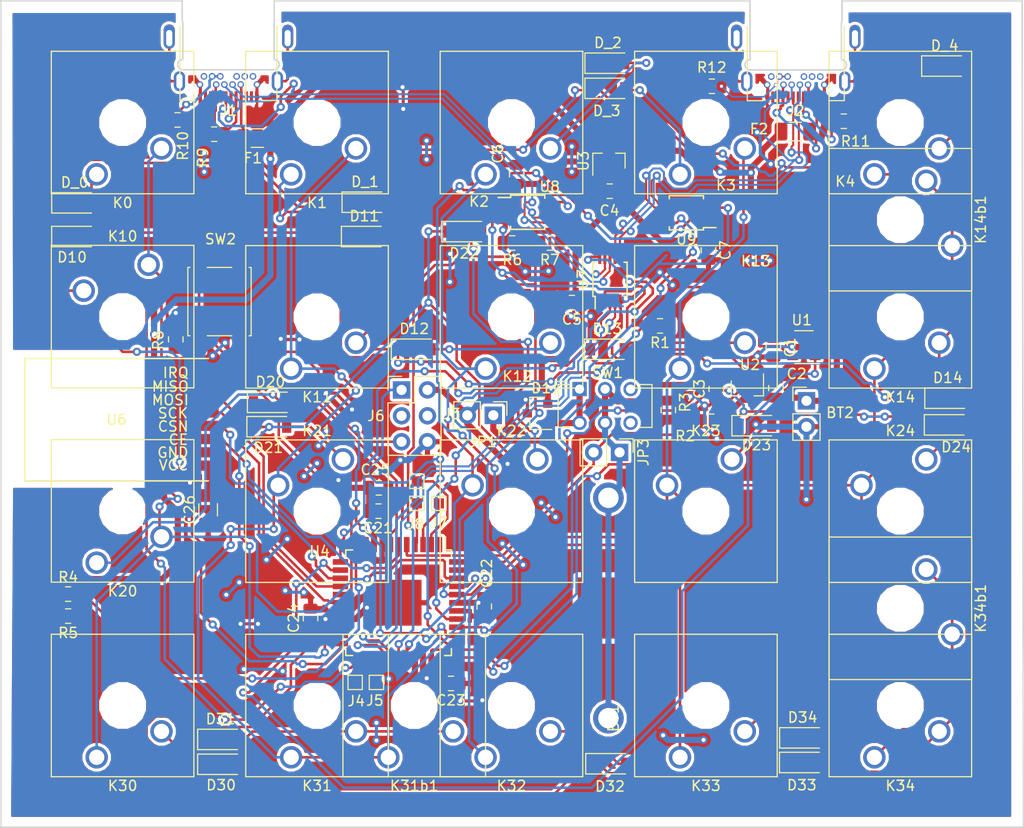
<source format=kicad_pcb>
(kicad_pcb (version 20171130) (host pcbnew 5.0.1-33cea8e~66~ubuntu18.04.1)
  (layers (0 F.Cu signal) (31 B.Cu signal) (34 B.Paste user) (35 F.Paste user) (36 B.SilkS user) (37 F.SilkS user) (38 B.Mask user) (39 F.Mask user) (44 Edge.Cuts user))
  (net 0 "")
  (net 1 +5V)
  (net 2 GND)
  (net 3 /BAT_LI_ION)
  (net 4 +3V3)
  (net 5 VCC)
  (net 6 "Net-(D10-Pad2)")
  (net 7 /ROW1)
  (net 8 "Net-(D11-Pad2)")
  (net 9 "Net-(D12-Pad2)")
  (net 10 "Net-(D13-Pad2)")
  (net 11 "Net-(D14-Pad2)")
  (net 12 "Net-(D20-Pad2)")
  (net 13 /ROW2)
  (net 14 "Net-(D21-Pad2)")
  (net 15 "Net-(D22-Pad2)")
  (net 16 "Net-(D23-Pad2)")
  (net 17 "Net-(D24-Pad2)")
  (net 18 /ROW3)
  (net 19 "Net-(D30-Pad2)")
  (net 20 "Net-(D31-Pad2)")
  (net 21 "Net-(D32-Pad2)")
  (net 22 "Net-(D33-Pad2)")
  (net 23 "Net-(D34-Pad2)")
  (net 24 /ROW0)
  (net 25 "Net-(D_0-Pad2)")
  (net 26 "Net-(D_1-Pad2)")
  (net 27 "Net-(D_2-Pad2)")
  (net 28 "Net-(D_3-Pad2)")
  (net 29 "Net-(D_4-Pad2)")
  (net 30 VBUS)
  (net 31 "Net-(J1-PadA2)")
  (net 32 "Net-(J1-PadA3)")
  (net 33 "Net-(J1-PadA5)")
  (net 34 /USB_L_D+)
  (net 35 /USB_L_D-)
  (net 36 "Net-(J1-PadA8)")
  (net 37 "Net-(J1-PadA10)")
  (net 38 "Net-(J1-PadA11)")
  (net 39 "Net-(J1-PadS1)")
  (net 40 "Net-(J1-PadB2)")
  (net 41 "Net-(J1-PadB3)")
  (net 42 "Net-(J1-PadB8)")
  (net 43 "Net-(J1-PadB10)")
  (net 44 "Net-(J1-PadB11)")
  (net 45 "Net-(J2-PadS1)")
  (net 46 "Net-(J2-PadA2)")
  (net 47 "Net-(J2-PadA3)")
  (net 48 "Net-(J2-PadA5)")
  (net 49 /USB_R_D+)
  (net 50 /USB_R_D-)
  (net 51 "Net-(J2-PadA10)")
  (net 52 "Net-(J2-PadA8)")
  (net 53 "Net-(J2-PadA11)")
  (net 54 "Net-(J2-PadB2)")
  (net 55 "Net-(J2-PadB3)")
  (net 56 "Net-(J2-PadB8)")
  (net 57 "Net-(J2-PadB10)")
  (net 58 "Net-(J2-PadB11)")
  (net 59 /D4)
  (net 60 /D5)
  (net 61 /A6)
  (net 62 /A7)
  (net 63 /B0)
  (net 64 "Net-(R1-Pad1)")
  (net 65 /BAT_PROG)
  (net 66 /BAT_LVL)
  (net 67 /VBUS_CHECK)
  (net 68 /SDA)
  (net 69 /SCL)
  (net 70 /RST)
  (net 71 /BAT_STAT)
  (net 72 /BATT_IN)
  (net 73 /COL5)
  (net 74 /CE)
  (net 75 /IRQ)
  (net 76 /UNDER_LED)
  (net 77 /CSN)
  (net 78 /MOSI)
  (net 79 /MISO)
  (net 80 /SCK)
  (net 81 /D-)
  (net 82 /D+)
  (net 83 /USB_SEL)
  (net 84 /I2C_RIGHT)
  (net 85 /PDI)
  (net 86 /I2C_LEFT)
  (net 87 /USB_OE)
  (net 88 /COL2)
  (net 89 /COL1)
  (net 90 /COL0)
  (net 91 /COL3)
  (net 92 /COL4)
  (net 93 +BATT)
  (net 94 "Net-(SW1-Pad3)")
  (net 95 "Net-(SW1-Pad6)")
  (net 96 "Net-(U8-Pad8)")
  (net 97 "Net-(U8-Pad9)")
  (net 98 "Net-(U9-Pad9)")
  (net 99 "Net-(U9-Pad8)")
  (net 100 "Net-(J3-Pad3)")
  (net 101 "Net-(J3-Pad4)")
  (module Button_Switch_Keyboard:SW_Cherry_MX1A_2.00u_Plate (layer F.Cu) (at 184.785 66.04 270)
    (fp_text reference K14b1 (at -2.54 -2.794 270) (layer F.SilkS))
    (fp_text value K14)
    (pad 1 thru_hole circle (at 0 0 270) (size 2.2 2.2) (drill 1.5) (layers *.Cu *.Mask) (net 92 /COL4))
    (pad 2 thru_hole circle (at -6.35 2.54 270) (size 2.2 2.2) (drill 1.5) (layers *.Cu *.Mask) (net 11 "Net-(D14-Pad2)"))
    (pad "" np_thru_hole circle (at -2.54 5.08 270) (size 4 4) (drill 4) (layers *.Cu *.Mask))
  )
  (module Button_Switch_Keyboard:SW_Cherry_MX1A_2.00u_Plate (layer F.Cu) (at 129.54 116.205 180)
    (fp_text reference K31b1 (at -2.54 -2.794 180) (layer F.SilkS))
    (fp_text value K31)
    (pad "" np_thru_hole circle (at -2.54 5.08 180) (size 4 4) (drill 4) (layers *.Cu *.Mask))
    (pad 2 thru_hole circle (at -6.35 2.54 180) (size 2.2 2.2) (drill 1.5) (layers *.Cu *.Mask) (net 20 "Net-(D31-Pad2)"))
    (pad 1 thru_hole circle (at 0 0 180) (size 2.2 2.2) (drill 1.5) (layers *.Cu *.Mask) (net 89 /COL1))
  )
  (module Button_Switch_Keyboard:SW_Cherry_MX1A_2.00u_Plate (layer F.Cu) (at 184.785 104.14 270)
    (fp_text reference K34b1 (at -2.54 -2.794 270) (layer F.SilkS))
    (fp_text value K34)
    (pad 1 thru_hole circle (at 0 0 270) (size 2.2 2.2) (drill 1.5) (layers *.Cu *.Mask) (net 92 /COL4))
    (pad 2 thru_hole circle (at -6.35 2.54 270) (size 2.2 2.2) (drill 1.5) (layers *.Cu *.Mask) (net 23 "Net-(D34-Pad2)"))
    (pad "" np_thru_hole circle (at -2.54 5.08 270) (size 4 4) (drill 4) (layers *.Cu *.Mask))
  )
  (module Extra:USB_C_Receptacle_JAE_DX07B024XJ1_cuts (layer F.Cu) (at 117.475 50.8 180)
    (fp_text reference J1 (at 3.6 -2 180) (layer F.SilkS))
    (fp_text value USB_C_Receptacle)
    (fp_line (start 8.075 6.75) (end 8.075 3) (layer Edge.Cuts) (width 0.15))
    (fp_line (start -0.875 3) (end -0.875 6.75) (layer Edge.Cuts) (width 0.15))
    (fp_line (start -0.875 2) (end 8.075 2) (layer Edge.Cuts) (width 0.15))
    (fp_arc (start 8.075 2.5) (end 8.075 2) (angle 180) (layer Edge.Cuts) (width 0.15))
    (fp_arc (start -0.875 2.5) (end -0.875 2) (angle -180) (layer Edge.Cuts) (width 0.15))
    (pad S1 thru_hole oval (at -1.2 0.875 180) (size 1.1 1.95) (drill oval 0.6 1.45) (layers *.Cu *.Mask) (net 39 "Net-(J1-PadS1)"))
    (pad A1 smd rect (at 0.85 -0.66 180) (size 0.3 1.1) (layers F.Cu F.Paste F.Mask) (net 2 GND))
    (pad A2 smd rect (at 1.35 -0.66 180) (size 0.3 1.1) (layers F.Cu F.Paste F.Mask) (net 31 "Net-(J1-PadA2)"))
    (pad A3 smd rect (at 1.85 -0.66 180) (size 0.3 1.1) (layers F.Cu F.Paste F.Mask) (net 32 "Net-(J1-PadA3)"))
    (pad A4 smd rect (at 2.35 -0.66 180) (size 0.3 1.1) (layers F.Cu F.Paste F.Mask) (net 30 VBUS))
    (pad A5 smd rect (at 2.85 -0.66 180) (size 0.3 1.1) (layers F.Cu F.Paste F.Mask) (net 33 "Net-(J1-PadA5)"))
    (pad A6 smd rect (at 3.35 -0.66 180) (size 0.3 1.1) (layers F.Cu F.Paste F.Mask) (net 34 /USB_L_D+))
    (pad A7 smd rect (at 3.85 -0.66 180) (size 0.3 1.1) (layers F.Cu F.Paste F.Mask) (net 35 /USB_L_D-))
    (pad A12 smd rect (at 6.35 -0.66 180) (size 0.3 1.1) (layers F.Cu F.Paste F.Mask) (net 2 GND))
    (pad A10 smd rect (at 5.35 -0.66 180) (size 0.3 1.1) (layers F.Cu F.Paste F.Mask) (net 37 "Net-(J1-PadA10)"))
    (pad A9 smd rect (at 4.85 -0.66 180) (size 0.3 1.1) (layers F.Cu F.Paste F.Mask) (net 30 VBUS))
    (pad A8 smd rect (at 4.35 -0.66 180) (size 0.3 1.1) (layers F.Cu F.Paste F.Mask) (net 36 "Net-(J1-PadA8)"))
    (pad A11 smd rect (at 5.85 -0.66 180) (size 0.3 1.1) (layers F.Cu F.Paste F.Mask) (net 38 "Net-(J1-PadA11)"))
    (pad S1 thru_hole oval (at 8.4 0.875 180) (size 1.1 1.95) (drill oval 0.6 1.45) (layers *.Cu *.Mask) (net 39 "Net-(J1-PadS1)"))
    (pad S1 thru_hole oval (at 9.4 5.1 180) (size 1.1 2.4) (drill oval 0.6 1.6 (offset 0 0.15)) (layers *.Cu *.Mask) (net 39 "Net-(J1-PadS1)"))
    (pad S1 thru_hole oval (at -2.2 5.1 180) (size 1.1 2.35) (drill oval 0.6 1.6 (offset 0 0.15)) (layers *.Cu *.Mask) (net 39 "Net-(J1-PadS1)"))
    (pad "" np_thru_hole oval (at 7.2 0 180) (size 0.95 0.7) (drill oval 0.95 0.7) (layers *.Cu *.Mask))
    (pad "" np_thru_hole circle (at 0 0 180) (size 0.7 0.7) (drill 0.7) (layers *.Cu *.Mask))
    (pad B1 thru_hole circle (at 6.4 0.55 180) (size 0.65 0.65) (drill 0.4) (layers *.Cu *.Mask) (net 2 GND))
    (pad B4 thru_hole circle (at 4.8 0.55 180) (size 0.65 0.65) (drill 0.4) (layers *.Cu *.Mask) (net 30 VBUS))
    (pad B6 thru_hole circle (at 4 0.55 180) (size 0.65 0.65) (drill 0.4) (layers *.Cu *.Mask) (net 34 /USB_L_D+))
    (pad B7 thru_hole circle (at 3.2 0.55 180) (size 0.65 0.65) (drill 0.4) (layers *.Cu *.Mask) (net 35 /USB_L_D-))
    (pad B9 thru_hole circle (at 2.4 0.55 180) (size 0.65 0.65) (drill 0.4) (layers *.Cu *.Mask) (net 30 VBUS))
    (pad B12 thru_hole circle (at 0.8 0.55 180) (size 0.65 0.65) (drill 0.4) (layers *.Cu *.Mask) (net 2 GND))
    (pad B2 thru_hole circle (at 6 1.35 180) (size 0.65 0.65) (drill 0.4) (layers *.Cu *.Mask) (net 40 "Net-(J1-PadB2)"))
    (pad B3 thru_hole circle (at 5.2 1.35 180) (size 0.65 0.65) (drill 0.4) (layers *.Cu *.Mask) (net 41 "Net-(J1-PadB3)"))
    (pad B5 thru_hole circle (at 4.4 1.35 180) (size 0.65 0.65) (drill 0.4) (layers *.Cu *.Mask) (net 41 "Net-(J1-PadB3)"))
    (pad B8 thru_hole circle (at 2.8 1.35 180) (size 0.65 0.65) (drill 0.4) (layers *.Cu *.Mask) (net 42 "Net-(J1-PadB8)"))
    (pad B10 thru_hole circle (at 2 1.35 180) (size 0.65 0.65) (drill 0.4) (layers *.Cu *.Mask) (net 43 "Net-(J1-PadB10)"))
    (pad B11 thru_hole circle (at 1.2 1.35 180) (size 0.65 0.65) (drill 0.4) (layers *.Cu *.Mask) (net 44 "Net-(J1-PadB11)"))
  )
  (module Extra:USB_C_Receptacle_JAE_DX07B024XJ1_cuts (layer F.Cu) (at 173.06 50.82 180)
    (fp_text reference J2 (at 3.6 -2 180) (layer F.SilkS))
    (fp_text value USB_C_Receptacle)
    (fp_line (start 8.075 6.75) (end 8.075 3) (layer Edge.Cuts) (width 0.15))
    (fp_line (start -0.875 3) (end -0.875 6.75) (layer Edge.Cuts) (width 0.15))
    (fp_line (start -0.875 2) (end 8.075 2) (layer Edge.Cuts) (width 0.15))
    (fp_arc (start 8.075 2.5) (end 8.075 2) (angle 180) (layer Edge.Cuts) (width 0.15))
    (fp_arc (start -0.875 2.5) (end -0.875 2) (angle -180) (layer Edge.Cuts) (width 0.15))
    (pad S1 thru_hole oval (at -1.2 0.875 180) (size 1.1 1.95) (drill oval 0.6 1.45) (layers *.Cu *.Mask) (net 45 "Net-(J2-PadS1)"))
    (pad A1 smd rect (at 0.85 -0.66 180) (size 0.3 1.1) (layers F.Cu F.Paste F.Mask) (net 2 GND))
    (pad A2 smd rect (at 1.35 -0.66 180) (size 0.3 1.1) (layers F.Cu F.Paste F.Mask) (net 46 "Net-(J2-PadA2)"))
    (pad A3 smd rect (at 1.85 -0.66 180) (size 0.3 1.1) (layers F.Cu F.Paste F.Mask) (net 47 "Net-(J2-PadA3)"))
    (pad A4 smd rect (at 2.35 -0.66 180) (size 0.3 1.1) (layers F.Cu F.Paste F.Mask) (net 30 VBUS))
    (pad A5 smd rect (at 2.85 -0.66 180) (size 0.3 1.1) (layers F.Cu F.Paste F.Mask) (net 48 "Net-(J2-PadA5)"))
    (pad A6 smd rect (at 3.35 -0.66 180) (size 0.3 1.1) (layers F.Cu F.Paste F.Mask) (net 49 /USB_R_D+))
    (pad A7 smd rect (at 3.85 -0.66 180) (size 0.3 1.1) (layers F.Cu F.Paste F.Mask) (net 50 /USB_R_D-))
    (pad A12 smd rect (at 6.35 -0.66 180) (size 0.3 1.1) (layers F.Cu F.Paste F.Mask) (net 2 GND))
    (pad A10 smd rect (at 5.35 -0.66 180) (size 0.3 1.1) (layers F.Cu F.Paste F.Mask) (net 51 "Net-(J2-PadA10)"))
    (pad A9 smd rect (at 4.85 -0.66 180) (size 0.3 1.1) (layers F.Cu F.Paste F.Mask) (net 30 VBUS))
    (pad A8 smd rect (at 4.35 -0.66 180) (size 0.3 1.1) (layers F.Cu F.Paste F.Mask) (net 52 "Net-(J2-PadA8)"))
    (pad A11 smd rect (at 5.85 -0.66 180) (size 0.3 1.1) (layers F.Cu F.Paste F.Mask) (net 53 "Net-(J2-PadA11)"))
    (pad S1 thru_hole oval (at 8.4 0.875 180) (size 1.1 1.95) (drill oval 0.6 1.45) (layers *.Cu *.Mask) (net 45 "Net-(J2-PadS1)"))
    (pad S1 thru_hole oval (at 9.4 5.1 180) (size 1.1 2.4) (drill oval 0.6 1.6 (offset 0 0.15)) (layers *.Cu *.Mask) (net 45 "Net-(J2-PadS1)"))
    (pad S1 thru_hole oval (at -2.2 5.1 180) (size 1.1 2.35) (drill oval 0.6 1.6 (offset 0 0.15)) (layers *.Cu *.Mask) (net 45 "Net-(J2-PadS1)"))
    (pad "" np_thru_hole oval (at 7.2 0 180) (size 0.95 0.7) (drill oval 0.95 0.7) (layers *.Cu *.Mask))
    (pad "" np_thru_hole circle (at 0 0 180) (size 0.7 0.7) (drill 0.7) (layers *.Cu *.Mask))
    (pad B1 thru_hole circle (at 6.4 0.55 180) (size 0.65 0.65) (drill 0.4) (layers *.Cu *.Mask) (net 2 GND))
    (pad B4 thru_hole circle (at 4.8 0.55 180) (size 0.65 0.65) (drill 0.4) (layers *.Cu *.Mask) (net 30 VBUS))
    (pad B6 thru_hole circle (at 4 0.55 180) (size 0.65 0.65) (drill 0.4) (layers *.Cu *.Mask) (net 49 /USB_R_D+))
    (pad B7 thru_hole circle (at 3.2 0.55 180) (size 0.65 0.65) (drill 0.4) (layers *.Cu *.Mask) (net 50 /USB_R_D-))
    (pad B9 thru_hole circle (at 2.4 0.55 180) (size 0.65 0.65) (drill 0.4) (layers *.Cu *.Mask) (net 30 VBUS))
    (pad B12 thru_hole circle (at 0.8 0.55 180) (size 0.65 0.65) (drill 0.4) (layers *.Cu *.Mask) (net 2 GND))
    (pad B2 thru_hole circle (at 6 1.35 180) (size 0.65 0.65) (drill 0.4) (layers *.Cu *.Mask) (net 54 "Net-(J2-PadB2)"))
    (pad B3 thru_hole circle (at 5.2 1.35 180) (size 0.65 0.65) (drill 0.4) (layers *.Cu *.Mask) (net 55 "Net-(J2-PadB3)"))
    (pad B5 thru_hole circle (at 4.4 1.35 180) (size 0.65 0.65) (drill 0.4) (layers *.Cu *.Mask) (net 55 "Net-(J2-PadB3)"))
    (pad B8 thru_hole circle (at 2.8 1.35 180) (size 0.65 0.65) (drill 0.4) (layers *.Cu *.Mask) (net 56 "Net-(J2-PadB8)"))
    (pad B10 thru_hole circle (at 2 1.35 180) (size 0.65 0.65) (drill 0.4) (layers *.Cu *.Mask) (net 57 "Net-(J2-PadB10)"))
    (pad B11 thru_hole circle (at 1.2 1.35 180) (size 0.65 0.65) (drill 0.4) (layers *.Cu *.Mask) (net 58 "Net-(J2-PadB11)"))
  )
  (module Button_Switch_Keyboard:SW_Cherry_MX1A_1.00u_Plate (layer F.Cu) (at 120.015 59.055 180)
    (fp_text reference K1 (at -2.54 -2.794 180) (layer F.SilkS))
    (fp_text value K01)
    (pad "" np_thru_hole circle (at -2.54 5.08 180) (size 4 4) (drill 4) (layers *.Cu *.Mask))
    (pad 2 thru_hole circle (at -6.35 2.54 180) (size 2.2 2.2) (drill 1.5) (layers *.Cu *.Mask) (net 89 /COL1))
    (pad 1 thru_hole circle (at 0 0 180) (size 2.2 2.2) (drill 1.5) (layers *.Cu *.Mask) (net 26 "Net-(D_1-Pad2)"))
  )
  (module Diode_SMD:D_SOD-123 (layer F.Cu) (at 184.0474 48.4378)
    (fp_text reference D_4 (at 0 -2) (layer F.SilkS))
    (fp_text value D)
    (pad 2 smd rect (at 1.65 0) (size 0.9 1.2) (layers F.Cu F.Paste F.Mask) (net 29 "Net-(D_4-Pad2)"))
    (pad 1 smd rect (at -1.65 0) (size 0.9 1.2) (layers F.Cu F.Paste F.Mask) (net 24 /ROW0))
  )
  (module Connector_PinHeader_2.54mm:PinHeader_1x02_P2.54mm_Vertical (layer F.Cu) (at 152.1968 86.3092 270)
    (fp_text reference JP3 (at 0 -2.33 270) (layer F.SilkS))
    (fp_text value "BATT CHECK")
    (pad 2 thru_hole oval (at 0 2.54 270) (size 1.7 1.7) (drill 1) (layers *.Cu *.Mask) (net 66 /BAT_LVL))
    (pad 1 thru_hole rect (at 0 0 270) (size 1.7 1.7) (drill 1) (layers *.Cu *.Mask) (net 72 /BATT_IN))
  )
  (module Button_Switch_Keyboard:SW_Cherry_MX1A_1.00u_Plate (layer F.Cu) (at 100.965 59.055 180)
    (fp_text reference K0 (at -2.54 -2.794 180) (layer F.SilkS))
    (fp_text value K00)
    (pad "" np_thru_hole circle (at -2.54 5.08 180) (size 4 4) (drill 4) (layers *.Cu *.Mask))
    (pad 2 thru_hole circle (at -6.35 2.54 180) (size 2.2 2.2) (drill 1.5) (layers *.Cu *.Mask) (net 90 /COL0))
    (pad 1 thru_hole circle (at 0 0 180) (size 2.2 2.2) (drill 1.5) (layers *.Cu *.Mask) (net 25 "Net-(D_0-Pad2)"))
  )
  (module Button_Switch_Keyboard:SW_Cherry_MX1A_1.00u_Plate (layer F.Cu) (at 139.065 59.055 180)
    (fp_text reference K2 (at 0.635 -2.667 180) (layer F.SilkS))
    (fp_text value K02)
    (pad "" np_thru_hole circle (at -2.54 5.08 180) (size 4 4) (drill 4) (layers *.Cu *.Mask))
    (pad 2 thru_hole circle (at -6.35 2.54 180) (size 2.2 2.2) (drill 1.5) (layers *.Cu *.Mask) (net 27 "Net-(D_2-Pad2)"))
    (pad 1 thru_hole circle (at 0 0 180) (size 2.2 2.2) (drill 1.5) (layers *.Cu *.Mask) (net 88 /COL2))
  )
  (module Button_Switch_Keyboard:SW_Cherry_MX1A_1.00u_Plate (layer F.Cu) (at 158.115 59.055 180)
    (fp_text reference K3 (at -4.5085 -1.0795 180) (layer F.SilkS))
    (fp_text value K03)
    (pad "" np_thru_hole circle (at -2.54 5.08 180) (size 4 4) (drill 4) (layers *.Cu *.Mask))
    (pad 2 thru_hole circle (at -6.35 2.54 180) (size 2.2 2.2) (drill 1.5) (layers *.Cu *.Mask) (net 91 /COL3))
    (pad 1 thru_hole circle (at 0 0 180) (size 2.2 2.2) (drill 1.5) (layers *.Cu *.Mask) (net 28 "Net-(D_3-Pad2)"))
  )
  (module Button_Switch_Keyboard:SW_Cherry_MX1A_1.00u_Plate (layer F.Cu) (at 177.165 59.055 180)
    (fp_text reference K4 (at 2.8575 -0.6985 180) (layer F.SilkS))
    (fp_text value K04)
    (pad "" np_thru_hole circle (at -2.54 5.08 180) (size 4 4) (drill 4) (layers *.Cu *.Mask))
    (pad 2 thru_hole circle (at -6.35 2.54 180) (size 2.2 2.2) (drill 1.5) (layers *.Cu *.Mask) (net 29 "Net-(D_4-Pad2)"))
    (pad 1 thru_hole circle (at 0 0 180) (size 2.2 2.2) (drill 1.5) (layers *.Cu *.Mask) (net 92 /COL4))
  )
  (module Button_Switch_Keyboard:SW_Cherry_MX1A_1.00u_Plate (layer F.Cu) (at 106.045 67.9196)
    (fp_text reference K10 (at -2.54 -2.794) (layer F.SilkS))
    (fp_text value K10)
    (pad "" np_thru_hole circle (at -2.54 5.08) (size 4 4) (drill 4) (layers *.Cu *.Mask))
    (pad 2 thru_hole circle (at -6.35 2.54) (size 2.2 2.2) (drill 1.5) (layers *.Cu *.Mask) (net 6 "Net-(D10-Pad2)"))
    (pad 1 thru_hole circle (at 0 0) (size 2.2 2.2) (drill 1.5) (layers *.Cu *.Mask) (net 90 /COL0))
  )
  (module Button_Switch_Keyboard:SW_Cherry_MX1A_1.00u_Plate (layer F.Cu) (at 120.015 78.105 180)
    (fp_text reference K11 (at -2.54 -2.794 180) (layer F.SilkS))
    (fp_text value K11)
    (pad "" np_thru_hole circle (at -2.54 5.08 180) (size 4 4) (drill 4) (layers *.Cu *.Mask))
    (pad 2 thru_hole circle (at -6.35 2.54 180) (size 2.2 2.2) (drill 1.5) (layers *.Cu *.Mask) (net 8 "Net-(D11-Pad2)"))
    (pad 1 thru_hole circle (at 0 0 180) (size 2.2 2.2) (drill 1.5) (layers *.Cu *.Mask) (net 89 /COL1))
  )
  (module Button_Switch_Keyboard:SW_Cherry_MX1A_1.00u_Plate (layer F.Cu) (at 139.065 78.105 180)
    (fp_text reference K12 (at -3.1115 -0.762 180) (layer F.SilkS))
    (fp_text value K12)
    (pad "" np_thru_hole circle (at -2.54 5.08 180) (size 4 4) (drill 4) (layers *.Cu *.Mask))
    (pad 2 thru_hole circle (at -6.35 2.54 180) (size 2.2 2.2) (drill 1.5) (layers *.Cu *.Mask) (net 9 "Net-(D12-Pad2)"))
    (pad 1 thru_hole circle (at 0 0 180) (size 2.2 2.2) (drill 1.5) (layers *.Cu *.Mask) (net 88 /COL2))
  )
  (module Button_Switch_Keyboard:SW_Cherry_MX1A_1.00u_Plate (layer F.Cu) (at 158.115 78.105 180)
    (fp_text reference K13 (at -7.4295 10.541 180) (layer F.SilkS))
    (fp_text value K13)
    (pad "" np_thru_hole circle (at -2.54 5.08 180) (size 4 4) (drill 4) (layers *.Cu *.Mask))
    (pad 2 thru_hole circle (at -6.35 2.54 180) (size 2.2 2.2) (drill 1.5) (layers *.Cu *.Mask) (net 10 "Net-(D13-Pad2)"))
    (pad 1 thru_hole circle (at 0 0 180) (size 2.2 2.2) (drill 1.5) (layers *.Cu *.Mask) (net 91 /COL3))
  )
  (module Button_Switch_Keyboard:SW_Cherry_MX1A_1.00u_Plate (layer F.Cu) (at 177.165 78.105 180)
    (fp_text reference K14 (at -2.54 -2.794 180) (layer F.SilkS))
    (fp_text value K14)
    (pad "" np_thru_hole circle (at -2.54 5.08 180) (size 4 4) (drill 4) (layers *.Cu *.Mask))
    (pad 2 thru_hole circle (at -6.35 2.54 180) (size 2.2 2.2) (drill 1.5) (layers *.Cu *.Mask) (net 11 "Net-(D14-Pad2)"))
    (pad 1 thru_hole circle (at 0 0 180) (size 2.2 2.2) (drill 1.5) (layers *.Cu *.Mask) (net 92 /COL4))
  )
  (module Button_Switch_Keyboard:SW_Cherry_MX1A_1.00u_Plate (layer F.Cu) (at 100.965 97.1296 180)
    (fp_text reference K20 (at -2.54 -2.794 180) (layer F.SilkS))
    (fp_text value K20)
    (pad "" np_thru_hole circle (at -2.54 5.08 180) (size 4 4) (drill 4) (layers *.Cu *.Mask))
    (pad 2 thru_hole circle (at -6.35 2.54 180) (size 2.2 2.2) (drill 1.5) (layers *.Cu *.Mask) (net 90 /COL0))
    (pad 1 thru_hole circle (at 0 0 180) (size 2.2 2.2) (drill 1.5) (layers *.Cu *.Mask) (net 12 "Net-(D20-Pad2)"))
  )
  (module Button_Switch_Keyboard:SW_Cherry_MX1A_1.00u_Plate (layer F.Cu) (at 125.095 86.995)
    (fp_text reference K21 (at -2.54 -2.794) (layer F.SilkS))
    (fp_text value K21)
    (pad "" np_thru_hole circle (at -2.54 5.08) (size 4 4) (drill 4) (layers *.Cu *.Mask))
    (pad 2 thru_hole circle (at -6.35 2.54) (size 2.2 2.2) (drill 1.5) (layers *.Cu *.Mask) (net 89 /COL1))
    (pad 1 thru_hole circle (at 0 0) (size 2.2 2.2) (drill 1.5) (layers *.Cu *.Mask) (net 14 "Net-(D21-Pad2)"))
  )
  (module Button_Switch_Keyboard:SW_Cherry_MX1A_1.00u_Plate (layer F.Cu) (at 144.145 86.995)
    (fp_text reference K22 (at -2.54 -2.794) (layer F.SilkS))
    (fp_text value K22)
    (pad "" np_thru_hole circle (at -2.54 5.08) (size 4 4) (drill 4) (layers *.Cu *.Mask))
    (pad 2 thru_hole circle (at -6.35 2.54) (size 2.2 2.2) (drill 1.5) (layers *.Cu *.Mask) (net 88 /COL2))
    (pad 1 thru_hole circle (at 0 0) (size 2.2 2.2) (drill 1.5) (layers *.Cu *.Mask) (net 15 "Net-(D22-Pad2)"))
  )
  (module Button_Switch_Keyboard:SW_Cherry_MX1A_1.00u_Plate (layer F.Cu) (at 163.195 86.995)
    (fp_text reference K23 (at -2.54 -2.794) (layer F.SilkS))
    (fp_text value K23)
    (pad "" np_thru_hole circle (at -2.54 5.08) (size 4 4) (drill 4) (layers *.Cu *.Mask))
    (pad 2 thru_hole circle (at -6.35 2.54) (size 2.2 2.2) (drill 1.5) (layers *.Cu *.Mask) (net 91 /COL3))
    (pad 1 thru_hole circle (at 0 0) (size 2.2 2.2) (drill 1.5) (layers *.Cu *.Mask) (net 16 "Net-(D23-Pad2)"))
  )
  (module Button_Switch_Keyboard:SW_Cherry_MX1A_1.00u_Plate (layer F.Cu) (at 182.245 86.995)
    (fp_text reference K24 (at -2.54 -2.794) (layer F.SilkS))
    (fp_text value K24)
    (pad "" np_thru_hole circle (at -2.54 5.08) (size 4 4) (drill 4) (layers *.Cu *.Mask))
    (pad 2 thru_hole circle (at -6.35 2.54) (size 2.2 2.2) (drill 1.5) (layers *.Cu *.Mask) (net 92 /COL4))
    (pad 1 thru_hole circle (at 0 0) (size 2.2 2.2) (drill 1.5) (layers *.Cu *.Mask) (net 17 "Net-(D24-Pad2)"))
  )
  (module Button_Switch_Keyboard:SW_Cherry_MX1A_1.00u_Plate (layer F.Cu) (at 100.965 116.205 180)
    (fp_text reference K30 (at -2.54 -2.794 180) (layer F.SilkS))
    (fp_text value K30)
    (pad "" np_thru_hole circle (at -2.54 5.08 180) (size 4 4) (drill 4) (layers *.Cu *.Mask))
    (pad 2 thru_hole circle (at -6.35 2.54 180) (size 2.2 2.2) (drill 1.5) (layers *.Cu *.Mask) (net 19 "Net-(D30-Pad2)"))
    (pad 1 thru_hole circle (at 0 0 180) (size 2.2 2.2) (drill 1.5) (layers *.Cu *.Mask) (net 90 /COL0))
  )
  (module Button_Switch_Keyboard:SW_Cherry_MX1A_1.00u_Plate (layer F.Cu) (at 120.015 116.205 180)
    (fp_text reference K31 (at -2.54 -2.794 180) (layer F.SilkS))
    (fp_text value K31)
    (pad "" np_thru_hole circle (at -2.54 5.08 180) (size 4 4) (drill 4) (layers *.Cu *.Mask))
    (pad 2 thru_hole circle (at -6.35 2.54 180) (size 2.2 2.2) (drill 1.5) (layers *.Cu *.Mask) (net 20 "Net-(D31-Pad2)"))
    (pad 1 thru_hole circle (at 0 0 180) (size 2.2 2.2) (drill 1.5) (layers *.Cu *.Mask) (net 89 /COL1))
  )
  (module Button_Switch_Keyboard:SW_Cherry_MX1A_1.00u_Plate (layer F.Cu) (at 139.065 116.205 180)
    (fp_text reference K32 (at -2.54 -2.794 180) (layer F.SilkS))
    (fp_text value K32)
    (pad "" np_thru_hole circle (at -2.54 5.08 180) (size 4 4) (drill 4) (layers *.Cu *.Mask))
    (pad 2 thru_hole circle (at -6.35 2.54 180) (size 2.2 2.2) (drill 1.5) (layers *.Cu *.Mask) (net 21 "Net-(D32-Pad2)"))
    (pad 1 thru_hole circle (at 0 0 180) (size 2.2 2.2) (drill 1.5) (layers *.Cu *.Mask) (net 88 /COL2))
  )
  (module Button_Switch_Keyboard:SW_Cherry_MX1A_1.00u_Plate (layer F.Cu) (at 158.115 116.205 180)
    (fp_text reference K33 (at -2.54 -2.794 180) (layer F.SilkS))
    (fp_text value K33)
    (pad "" np_thru_hole circle (at -2.54 5.08 180) (size 4 4) (drill 4) (layers *.Cu *.Mask))
    (pad 2 thru_hole circle (at -6.35 2.54 180) (size 2.2 2.2) (drill 1.5) (layers *.Cu *.Mask) (net 22 "Net-(D33-Pad2)"))
    (pad 1 thru_hole circle (at 0 0 180) (size 2.2 2.2) (drill 1.5) (layers *.Cu *.Mask) (net 91 /COL3))
  )
  (module Button_Switch_Keyboard:SW_Cherry_MX1A_1.00u_Plate (layer F.Cu) (at 177.165 116.205 180)
    (fp_text reference K34 (at -2.54 -2.794 180) (layer F.SilkS))
    (fp_text value K34)
    (pad "" np_thru_hole circle (at -2.54 5.08 180) (size 4 4) (drill 4) (layers *.Cu *.Mask))
    (pad 2 thru_hole circle (at -6.35 2.54 180) (size 2.2 2.2) (drill 1.5) (layers *.Cu *.Mask) (net 23 "Net-(D34-Pad2)"))
    (pad 1 thru_hole circle (at 0 0 180) (size 2.2 2.2) (drill 1.5) (layers *.Cu *.Mask) (net 92 /COL4))
  )
  (module Capacitor_SMD:C_0805_2012Metric (layer F.Cu) (at 167.259 76.0245 270)
    (fp_text reference C1 (at 0 -1.65 270) (layer F.SilkS))
    (fp_text value 4.7uF)
    (pad 2 smd roundrect (at 0.9375 0 270) (size 0.975 1.4) (layers F.Cu F.Paste F.Mask) (net 2 GND))
    (pad 1 smd roundrect (at -0.9375 0 270) (size 0.975 1.4) (layers F.Cu F.Paste F.Mask) (net 1 +5V))
  )
  (module Capacitor_SMD:C_0805_2012Metric (layer F.Cu) (at 167.513 80.01 90)
    (fp_text reference C2 (at 1.397 2.032 180) (layer F.SilkS))
    (fp_text value 4.7uF)
    (pad 2 smd roundrect (at 0.9375 0 90) (size 0.975 1.4) (layers F.Cu F.Paste F.Mask) (net 2 GND))
    (pad 1 smd roundrect (at -0.9375 0 90) (size 0.975 1.4) (layers F.Cu F.Paste F.Mask) (net 3 /BAT_LI_ION))
  )
  (module Capacitor_SMD:C_0805_2012Metric (layer F.Cu) (at 161.671 80.0885 90)
    (fp_text reference C3 (at 0 -1.65 90) (layer F.SilkS))
    (fp_text value 1uF)
    (pad 2 smd roundrect (at 0.9375 0 90) (size 0.975 1.4) (layers F.Cu F.Paste F.Mask) (net 72 /BATT_IN))
    (pad 1 smd roundrect (at -0.9375 0 90) (size 0.975 1.4) (layers F.Cu F.Paste F.Mask) (net 2 GND))
  )
  (module Capacitor_SMD:C_0805_2012Metric (layer F.Cu) (at 151.2316 60.706)
    (fp_text reference C4 (at -0.0254 1.905) (layer F.SilkS))
    (fp_text value 1uF)
    (pad 2 smd roundrect (at 0.9375 0) (size 0.975 1.4) (layers F.Cu F.Paste F.Mask) (net 4 +3V3))
    (pad 1 smd roundrect (at -0.9375 0) (size 0.975 1.4) (layers F.Cu F.Paste F.Mask) (net 2 GND))
  )
  (module Capacitor_SMD:C_0805_2012Metric (layer F.Cu) (at 147.5255 71.628 180)
    (fp_text reference C5 (at 0 -1.65 180) (layer F.SilkS))
    (fp_text value 0.1uF)
    (pad 2 smd roundrect (at 0.9375 0 180) (size 0.975 1.4) (layers F.Cu F.Paste F.Mask) (net 2 GND))
    (pad 1 smd roundrect (at -0.9375 0 180) (size 0.975 1.4) (layers F.Cu F.Paste F.Mask) (net 4 +3V3))
  )
  (module Capacitor_SMD:C_0805_2012Metric (layer F.Cu) (at 142.113 59.055 90)
    (fp_text reference C6 (at 2.032 -1.8415 90) (layer F.SilkS))
    (fp_text value 0.1uF)
    (pad 2 smd roundrect (at 0.9375 0 90) (size 0.975 1.4) (layers F.Cu F.Paste F.Mask) (net 2 GND))
    (pad 1 smd roundrect (at -0.9375 0 90) (size 0.975 1.4) (layers F.Cu F.Paste F.Mask) (net 4 +3V3))
  )
  (module Capacitor_SMD:C_0805_2012Metric (layer F.Cu) (at 160.909 66.4995 270)
    (fp_text reference C7 (at 0 -1.65 270) (layer F.SilkS))
    (fp_text value 0.1uF)
    (pad 2 smd roundrect (at 0.9375 0 270) (size 0.975 1.4) (layers F.Cu F.Paste F.Mask) (net 2 GND))
    (pad 1 smd roundrect (at -0.9375 0 270) (size 0.975 1.4) (layers F.Cu F.Paste F.Mask) (net 4 +3V3))
  )
  (module Capacitor_SMD:C_0805_2012Metric (layer F.Cu) (at 128.5725 92.075 180)
    (fp_text reference C21 (at 0.0485 -1.651 180) (layer F.SilkS))
    (fp_text value 0.1uF)
    (pad 2 smd roundrect (at 0.9375 0 180) (size 0.975 1.4) (layers F.Cu F.Paste F.Mask) (net 5 VCC))
    (pad 1 smd roundrect (at -0.9375 0 180) (size 0.975 1.4) (layers F.Cu F.Paste F.Mask) (net 2 GND))
  )
  (module Capacitor_SMD:C_0805_2012Metric (layer F.Cu) (at 138.938 101.4245 90)
    (fp_text reference C22 (at 3.2535 0.254 90) (layer F.SilkS))
    (fp_text value 0.1uF)
    (pad 2 smd roundrect (at 0.9375 0 90) (size 0.975 1.4) (layers F.Cu F.Paste F.Mask) (net 5 VCC))
    (pad 1 smd roundrect (at -0.9375 0 90) (size 0.975 1.4) (layers F.Cu F.Paste F.Mask) (net 2 GND))
  )
  (module Capacitor_SMD:C_0805_2012Metric (layer F.Cu) (at 135.6845 108.966 180)
    (fp_text reference C23 (at 0 -1.65 180) (layer F.SilkS))
    (fp_text value 0.1uF)
    (pad 2 smd roundrect (at 0.9375 0 180) (size 0.975 1.4) (layers F.Cu F.Paste F.Mask) (net 5 VCC))
    (pad 1 smd roundrect (at -0.9375 0 180) (size 0.975 1.4) (layers F.Cu F.Paste F.Mask) (net 2 GND))
  )
  (module Capacitor_SMD:C_0805_2012Metric (layer F.Cu) (at 121.92 102.5675 270)
    (fp_text reference C24 (at 0 1.651 270) (layer F.SilkS))
    (fp_text value 0.1uF)
    (pad 2 smd roundrect (at 0.9375 0 270) (size 0.975 1.4) (layers F.Cu F.Paste F.Mask) (net 5 VCC))
    (pad 1 smd roundrect (at -0.9375 0 270) (size 0.975 1.4) (layers F.Cu F.Paste F.Mask) (net 2 GND))
  )
  (module Capacitor_SMD:C_0805_2012Metric (layer F.Cu) (at 128.6025 89.789 180)
    (fp_text reference C25 (at 0.3325 1.778 180) (layer F.SilkS))
    (fp_text value 10uF)
    (pad 2 smd roundrect (at 0.9375 0 180) (size 0.975 1.4) (layers F.Cu F.Paste F.Mask) (net 5 VCC))
    (pad 1 smd roundrect (at -0.9375 0 180) (size 0.975 1.4) (layers F.Cu F.Paste F.Mask) (net 2 GND))
  )
  (module Capacitor_SMD:C_1206_3216Metric (layer F.Cu) (at 111.887 91.945 90)
    (fp_text reference C26 (at 0 -1.82 90) (layer F.SilkS))
    (fp_text value 47uF)
    (pad 2 smd roundrect (at 1.4 0 90) (size 1.25 1.75) (layers F.Cu F.Paste F.Mask) (roundrect_rratio 0.2) (net 5 VCC))
    (pad 1 smd roundrect (at -1.4 0 90) (size 1.25 1.75) (layers F.Cu F.Paste F.Mask) (roundrect_rratio 0.2) (net 2 GND))
  )
  (module Package_TO_SOT_SMD:SOT-23 (layer F.Cu) (at 144.161 82.489 180)
    (fp_text reference D1 (at -0.365 2.479 180) (layer F.SilkS))
    (fp_text value D_Schottky_x2_KCom_AAK)
    (pad 3 smd rect (at 1 0 180) (size 0.9 0.8) (layers F.Cu F.Paste F.Mask) (net 5 VCC))
    (pad 2 smd rect (at -1 0.95 180) (size 0.9 0.8) (layers F.Cu F.Paste F.Mask) (net 4 +3V3))
    (pad 1 smd rect (at -1 -0.95 180) (size 0.9 0.8) (layers F.Cu F.Paste F.Mask) (net 93 +BATT))
  )
  (module Diode_SMD:D_SOD-123 (layer F.Cu) (at 98.807 65.151)
    (fp_text reference D10 (at -0.254 2.032) (layer F.SilkS))
    (fp_text value D)
    (pad 2 smd rect (at 1.65 0) (size 0.9 1.2) (layers F.Cu F.Paste F.Mask) (net 6 "Net-(D10-Pad2)"))
    (pad 1 smd rect (at -1.65 0) (size 0.9 1.2) (layers F.Cu F.Paste F.Mask) (net 7 /ROW1))
  )
  (module Diode_SMD:D_SOD-123 (layer F.Cu) (at 127.1915 65.151)
    (fp_text reference D11 (at 0 -2) (layer F.SilkS))
    (fp_text value D)
    (pad 2 smd rect (at 1.65 0) (size 0.9 1.2) (layers F.Cu F.Paste F.Mask) (net 8 "Net-(D11-Pad2)"))
    (pad 1 smd rect (at -1.65 0) (size 0.9 1.2) (layers F.Cu F.Paste F.Mask) (net 7 /ROW1))
  )
  (module Diode_SMD:D_SOD-123 (layer F.Cu) (at 132.081 76.2)
    (fp_text reference D12 (at 0 -2) (layer F.SilkS))
    (fp_text value D)
    (pad 2 smd rect (at 1.65 0) (size 0.9 1.2) (layers F.Cu F.Paste F.Mask) (net 9 "Net-(D12-Pad2)"))
    (pad 1 smd rect (at -1.65 0) (size 0.9 1.2) (layers F.Cu F.Paste F.Mask) (net 7 /ROW1))
  )
  (module Diode_SMD:D_SOD-123 (layer F.Cu) (at 151.002 76.2)
    (fp_text reference D13 (at 0 -2) (layer F.SilkS))
    (fp_text value D)
    (pad 2 smd rect (at 1.65 0) (size 0.9 1.2) (layers F.Cu F.Paste F.Mask) (net 10 "Net-(D13-Pad2)"))
    (pad 1 smd rect (at -1.65 0) (size 0.9 1.2) (layers F.Cu F.Paste F.Mask) (net 7 /ROW1))
  )
  (module Diode_SMD:D_SOD-123 (layer F.Cu) (at 184.3532 81.0006)
    (fp_text reference D14 (at 0 -2) (layer F.SilkS))
    (fp_text value D)
    (pad 2 smd rect (at 1.65 0) (size 0.9 1.2) (layers F.Cu F.Paste F.Mask) (net 11 "Net-(D14-Pad2)"))
    (pad 1 smd rect (at -1.65 0) (size 0.9 1.2) (layers F.Cu F.Paste F.Mask) (net 7 /ROW1))
  )
  (module Diode_SMD:D_SOD-123 (layer F.Cu) (at 117.982 81.407)
    (fp_text reference D20 (at 0 -2) (layer F.SilkS))
    (fp_text value D)
    (pad 2 smd rect (at 1.65 0) (size 0.9 1.2) (layers F.Cu F.Paste F.Mask) (net 12 "Net-(D20-Pad2)"))
    (pad 1 smd rect (at -1.65 0) (size 0.9 1.2) (layers F.Cu F.Paste F.Mask) (net 13 /ROW2))
  )
  (module Diode_SMD:D_SOD-123 (layer F.Cu) (at 117.9312 83.7946)
    (fp_text reference D21 (at -0.1387 2.0574) (layer F.SilkS))
    (fp_text value D)
    (pad 2 smd rect (at 1.65 0) (size 0.9 1.2) (layers F.Cu F.Paste F.Mask) (net 14 "Net-(D21-Pad2)"))
    (pad 1 smd rect (at -1.65 0) (size 0.9 1.2) (layers F.Cu F.Paste F.Mask) (net 13 /ROW2))
  )
  (module Diode_SMD:D_SOD-123 (layer F.Cu) (at 137.032 64.6684)
    (fp_text reference D22 (at -0.0625 2.1336) (layer F.SilkS))
    (fp_text value D)
    (pad 2 smd rect (at 1.65 0) (size 0.9 1.2) (layers F.Cu F.Paste F.Mask) (net 15 "Net-(D22-Pad2)"))
    (pad 1 smd rect (at -1.65 0) (size 0.9 1.2) (layers F.Cu F.Paste F.Mask) (net 13 /ROW2))
  )
  (module Diode_SMD:D_SOD-123 (layer F.Cu) (at 165.4546 83.693)
    (fp_text reference D23 (at 0.1534 1.905) (layer F.SilkS))
    (fp_text value D)
    (pad 2 smd rect (at 1.65 0) (size 0.9 1.2) (layers F.Cu F.Paste F.Mask) (net 16 "Net-(D23-Pad2)"))
    (pad 1 smd rect (at -1.65 0) (size 0.9 1.2) (layers F.Cu F.Paste F.Mask) (net 13 /ROW2))
  )
  (module Diode_SMD:D_SOD-123 (layer F.Cu) (at 184.3014 83.6168)
    (fp_text reference D24 (at 0.8646 2.1717) (layer F.SilkS))
    (fp_text value D)
    (pad 2 smd rect (at 1.65 0) (size 0.9 1.2) (layers F.Cu F.Paste F.Mask) (net 17 "Net-(D24-Pad2)"))
    (pad 1 smd rect (at -1.65 0) (size 0.9 1.2) (layers F.Cu F.Paste F.Mask) (net 13 /ROW2))
  )
  (module Diode_SMD:D_SOD-123 (layer F.Cu) (at 113.1062 116.8908)
    (fp_text reference D30 (at 0.0508 2.0447) (layer F.SilkS))
    (fp_text value D)
    (pad 2 smd rect (at 1.65 0) (size 0.9 1.2) (layers F.Cu F.Paste F.Mask) (net 19 "Net-(D30-Pad2)"))
    (pad 1 smd rect (at -1.65 0) (size 0.9 1.2) (layers F.Cu F.Paste F.Mask) (net 18 /ROW3))
  )
  (module Diode_SMD:D_SOD-123 (layer F.Cu) (at 113.1052 114.4524)
    (fp_text reference D31 (at 0 -2) (layer F.SilkS))
    (fp_text value D)
    (pad 2 smd rect (at 1.65 0) (size 0.9 1.2) (layers F.Cu F.Paste F.Mask) (net 20 "Net-(D31-Pad2)"))
    (pad 1 smd rect (at -1.65 0) (size 0.9 1.2) (layers F.Cu F.Paste F.Mask) (net 18 /ROW3))
  )
  (module Diode_SMD:D_SOD-123 (layer F.Cu) (at 151.129 116.84)
    (fp_text reference D32 (at 0.128 2.2225) (layer F.SilkS))
    (fp_text value D)
    (pad 2 smd rect (at 1.65 0) (size 0.9 1.2) (layers F.Cu F.Paste F.Mask) (net 21 "Net-(D32-Pad2)"))
    (pad 1 smd rect (at -1.65 0) (size 0.9 1.2) (layers F.Cu F.Paste F.Mask) (net 18 /ROW3))
  )
  (module Diode_SMD:D_SOD-123 (layer F.Cu) (at 170.1155 116.713)
    (fp_text reference D33 (at -0.0625 2.2225) (layer F.SilkS))
    (fp_text value D)
    (pad 2 smd rect (at 1.65 0) (size 0.9 1.2) (layers F.Cu F.Paste F.Mask) (net 22 "Net-(D33-Pad2)"))
    (pad 1 smd rect (at -1.65 0) (size 0.9 1.2) (layers F.Cu F.Paste F.Mask) (net 18 /ROW3))
  )
  (module Diode_SMD:D_SOD-123 (layer F.Cu) (at 170.1292 114.3)
    (fp_text reference D34 (at 0 -2) (layer F.SilkS))
    (fp_text value D)
    (pad 2 smd rect (at 1.65 0) (size 0.9 1.2) (layers F.Cu F.Paste F.Mask) (net 23 "Net-(D34-Pad2)"))
    (pad 1 smd rect (at -1.65 0) (size 0.9 1.2) (layers F.Cu F.Paste F.Mask) (net 18 /ROW3))
  )
  (module Diode_SMD:D_SOD-123 (layer F.Cu) (at 98.807 61.849)
    (fp_text reference D_0 (at 0 -2) (layer F.SilkS))
    (fp_text value D)
    (pad 2 smd rect (at 1.65 0) (size 0.9 1.2) (layers F.Cu F.Paste F.Mask) (net 25 "Net-(D_0-Pad2)"))
    (pad 1 smd rect (at -1.65 0) (size 0.9 1.2) (layers F.Cu F.Paste F.Mask) (net 24 /ROW0))
  )
  (module Diode_SMD:D_SOD-123 (layer F.Cu) (at 127.255 61.7855)
    (fp_text reference D_1 (at 0 -2) (layer F.SilkS))
    (fp_text value D)
    (pad 2 smd rect (at 1.65 0) (size 0.9 1.2) (layers F.Cu F.Paste F.Mask) (net 26 "Net-(D_1-Pad2)"))
    (pad 1 smd rect (at -1.65 0) (size 0.9 1.2) (layers F.Cu F.Paste F.Mask) (net 24 /ROW0))
  )
  (module Diode_SMD:D_SOD-123 (layer F.Cu) (at 151.0528 48.1584)
    (fp_text reference D_2 (at 0 -2) (layer F.SilkS))
    (fp_text value D)
    (pad 2 smd rect (at 1.65 0) (size 0.9 1.2) (layers F.Cu F.Paste F.Mask) (net 27 "Net-(D_2-Pad2)"))
    (pad 1 smd rect (at -1.65 0) (size 0.9 1.2) (layers F.Cu F.Paste F.Mask) (net 24 /ROW0))
  )
  (module Diode_SMD:D_SOD-123 (layer F.Cu) (at 151.0528 50.6222)
    (fp_text reference D_3 (at -0.1133 2.2098) (layer F.SilkS))
    (fp_text value D)
    (pad 2 smd rect (at 1.65 0) (size 0.9 1.2) (layers F.Cu F.Paste F.Mask) (net 28 "Net-(D_3-Pad2)"))
    (pad 1 smd rect (at -1.65 0) (size 0.9 1.2) (layers F.Cu F.Paste F.Mask) (net 24 /ROW0))
  )
  (module Resistor_SMD:R_1206_3216Metric (layer F.Cu) (at 116.713 55.499)
    (fp_text reference F1 (at -0.4445 1.9685) (layer F.SilkS))
    (fp_text value Fuse)
    (pad 2 smd roundrect (at 1.4 0) (size 1.25 1.75) (layers F.Cu F.Paste F.Mask) (roundrect_rratio 0.2) (net 1 +5V))
    (pad 1 smd roundrect (at -1.4 0) (size 1.25 1.75) (layers F.Cu F.Paste F.Mask) (roundrect_rratio 0.2) (net 30 VBUS))
  )
  (module Resistor_SMD:R_1206_3216Metric (layer F.Cu) (at 169.415 54.864 180)
    (fp_text reference F2 (at 3.553 0.254 180) (layer F.SilkS))
    (fp_text value Fuse)
    (pad 2 smd roundrect (at 1.4 0 180) (size 1.25 1.75) (layers F.Cu F.Paste F.Mask) (roundrect_rratio 0.2) (net 1 +5V))
    (pad 1 smd roundrect (at -1.4 0 180) (size 1.25 1.75) (layers F.Cu F.Paste F.Mask) (roundrect_rratio 0.2) (net 30 VBUS))
  )
  (module TestPoint:TestPoint_Pad_1.0x1.0mm (layer F.Cu) (at 126.2888 108.8644)
    (fp_text reference J4 (at 0.1016 1.8288) (layer F.SilkS))
    (fp_text value D4)
    (pad 1 smd rect (at 0 0) (size 1 1) (layers F.Cu F.Mask) (net 59 /D4))
  )
  (module TestPoint:TestPoint_Pad_1.0x1.0mm (layer F.Cu) (at 128.3716 108.8644)
    (fp_text reference J5 (at -0.1524 1.778) (layer F.SilkS))
    (fp_text value D5)
    (pad 1 smd rect (at 0 0) (size 1 1) (layers F.Cu F.Mask) (net 60 /D5))
  )
  (module TestPoint:TestPoint_Pad_1.0x1.0mm (layer F.Cu) (at 132.334 89.154)
    (fp_text reference J6 (at -4.0005 -6.4135) (layer F.SilkS))
    (fp_text value A6)
    (pad 1 smd rect (at 0 0) (size 1 1) (layers F.Cu F.Mask) (net 61 /A6))
  )
  (module TestPoint:TestPoint_Pad_1.0x1.0mm (layer F.Cu) (at 134.493 91.313)
    (fp_text reference J7 (at 0 1.905) (layer F.SilkS))
    (fp_text value A7)
    (pad 1 smd rect (at 0 0) (size 1 1) (layers F.Cu F.Mask) (net 62 /A7))
  )
  (module TestPoint:TestPoint_Pad_1.0x1.0mm (layer F.Cu) (at 132.334 91.313)
    (fp_text reference J8 (at -0.127 2.032) (layer F.SilkS))
    (fp_text value B0)
    (pad 1 smd rect (at 0 0) (size 1 1) (layers F.Cu F.Mask) (net 63 /B0))
  )
  (module Connector_PinHeader_2.54mm:PinHeader_1x02_P2.54mm_Vertical (layer F.Cu) (at 139.827 82.677 270)
    (fp_text reference JP1 (at 2.6035 1.016) (layer F.SilkS))
    (fp_text value "NO USB")
    (pad 2 thru_hole oval (at 0 2.54 270) (size 1.7 1.7) (drill 1) (layers *.Cu *.Mask) (net 5 VCC))
    (pad 1 thru_hole rect (at 0 0 270) (size 1.7 1.7) (drill 1) (layers *.Cu *.Mask) (net 93 +BATT))
  )
  (module Resistor_SMD:R_0805_2012Metric (layer F.Cu) (at 156.1615 73.914 180)
    (fp_text reference R1 (at 0 -1.65 180) (layer F.SilkS))
    (fp_text value 10k)
    (pad 2 smd roundrect (at 0.9375 0 180) (size 0.975 1.4) (layers F.Cu F.Paste F.Mask) (net 65 /BAT_PROG))
    (pad 1 smd roundrect (at -0.9375 0 180) (size 0.975 1.4) (layers F.Cu F.Paste F.Mask) (net 64 "Net-(R1-Pad1)"))
  )
  (module Resistor_SMD:R_0805_2012Metric (layer F.Cu) (at 161.1884 83.2612 180)
    (fp_text reference R2 (at 2.5654 -1.4478 180) (layer F.SilkS))
    (fp_text value 470k)
    (pad 2 smd roundrect (at 0.9375 0 180) (size 0.975 1.4) (layers F.Cu F.Paste F.Mask) (net 66 /BAT_LVL))
    (pad 1 smd roundrect (at -0.9375 0 180) (size 0.975 1.4) (layers F.Cu F.Paste F.Mask) (net 3 /BAT_LI_ION))
  )
  (module Resistor_SMD:R_0805_2012Metric (layer F.Cu) (at 156.972 82.169 90)
    (fp_text reference R3 (at 0.762 1.651 90) (layer F.SilkS))
    (fp_text value 470k)
    (pad 2 smd roundrect (at 0.9375 0 90) (size 0.975 1.4) (layers F.Cu F.Paste F.Mask) (net 2 GND))
    (pad 1 smd roundrect (at -0.9375 0 90) (size 0.975 1.4) (layers F.Cu F.Paste F.Mask) (net 66 /BAT_LVL))
  )
  (module Resistor_SMD:R_0805_2012Metric (layer F.Cu) (at 98.171 100.203)
    (fp_text reference R4 (at 0 -1.65) (layer F.SilkS))
    (fp_text value 100k)
    (pad 2 smd roundrect (at 0.9375 0) (size 0.975 1.4) (layers F.Cu F.Paste F.Mask) (net 67 /VBUS_CHECK))
    (pad 1 smd roundrect (at -0.9375 0) (size 0.975 1.4) (layers F.Cu F.Paste F.Mask) (net 1 +5V))
  )
  (module Resistor_SMD:R_0805_2012Metric (layer F.Cu) (at 98.171 102.362 180)
    (fp_text reference R5 (at 0 -1.65 180) (layer F.SilkS))
    (fp_text value 100k)
    (pad 2 smd roundrect (at 0.9375 0 180) (size 0.975 1.4) (layers F.Cu F.Paste F.Mask) (net 2 GND))
    (pad 1 smd roundrect (at -0.9375 0 180) (size 0.975 1.4) (layers F.Cu F.Paste F.Mask) (net 67 /VBUS_CHECK))
  )
  (module Resistor_SMD:R_0805_2012Metric (layer F.Cu) (at 141.6835 65.786 180)
    (fp_text reference R6 (at 0 -1.65 180) (layer F.SilkS))
    (fp_text value 10k)
    (pad 2 smd roundrect (at 0.9375 0 180) (size 0.975 1.4) (layers F.Cu F.Paste F.Mask) (net 4 +3V3))
    (pad 1 smd roundrect (at -0.9375 0 180) (size 0.975 1.4) (layers F.Cu F.Paste F.Mask) (net 68 /SDA))
  )
  (module Resistor_SMD:R_0805_2012Metric (layer F.Cu) (at 145.3665 65.786 180)
    (fp_text reference R7 (at 0 -1.65 180) (layer F.SilkS))
    (fp_text value 10k)
    (pad 2 smd roundrect (at 0.9375 0 180) (size 0.975 1.4) (layers F.Cu F.Paste F.Mask) (net 69 /SCL))
    (pad 1 smd roundrect (at -0.9375 0 180) (size 0.975 1.4) (layers F.Cu F.Paste F.Mask) (net 4 +3V3))
  )
  (module Resistor_SMD:R_0805_2012Metric (layer F.Cu) (at 108.712 75.2325 270)
    (fp_text reference R8 (at 0.0785 1.7145 270) (layer F.SilkS))
    (fp_text value 10k)
    (pad 2 smd roundrect (at 0.9375 0 270) (size 0.975 1.4) (layers F.Cu F.Paste F.Mask) (net 70 /RST))
    (pad 1 smd roundrect (at -0.9375 0 270) (size 0.975 1.4) (layers F.Cu F.Paste F.Mask) (net 5 VCC))
  )
  (module Resistor_SMD:R_0805_2012Metric (layer F.Cu) (at 112.4735 55.118 180)
    (fp_text reference R9 (at 1.0945 -2.286 270) (layer F.SilkS))
    (fp_text value 5.1k)
    (pad 2 smd roundrect (at 0.9375 0 180) (size 0.975 1.4) (layers F.Cu F.Paste F.Mask) (net 2 GND))
    (pad 1 smd roundrect (at -0.9375 0 180) (size 0.975 1.4) (layers F.Cu F.Paste F.Mask) (net 33 "Net-(J1-PadA5)"))
  )
  (module Resistor_SMD:R_0805_2012Metric (layer F.Cu) (at 108.8875 53.721)
    (fp_text reference R10 (at 0.523 2.54 90) (layer F.SilkS))
    (fp_text value 5.1k)
    (pad 2 smd roundrect (at 0.9375 0) (size 0.975 1.4) (layers F.Cu F.Paste F.Mask) (net 2 GND))
    (pad 1 smd roundrect (at -0.9375 0) (size 0.975 1.4) (layers F.Cu F.Paste F.Mask) (net 41 "Net-(J1-PadB3)"))
  )
  (module Resistor_SMD:R_0805_2012Metric (layer F.Cu) (at 174.1655 53.848)
    (fp_text reference R11 (at 1.158 1.9685) (layer F.SilkS))
    (fp_text value 5.1k)
    (pad 2 smd roundrect (at 0.9375 0) (size 0.975 1.4) (layers F.Cu F.Paste F.Mask) (net 2 GND))
    (pad 1 smd roundrect (at -0.9375 0) (size 0.975 1.4) (layers F.Cu F.Paste F.Mask) (net 48 "Net-(J2-PadA5)"))
  )
  (module Resistor_SMD:R_0805_2012Metric (layer F.Cu) (at 161.2415 50.419 180)
    (fp_text reference R12 (at 0.015 1.8415 180) (layer F.SilkS))
    (fp_text value 5.1k)
    (pad 2 smd roundrect (at 0.9375 0 180) (size 0.975 1.4) (layers F.Cu F.Paste F.Mask) (net 2 GND))
    (pad 1 smd roundrect (at -0.9375 0 180) (size 0.975 1.4) (layers F.Cu F.Paste F.Mask) (net 55 "Net-(J2-PadB3)"))
  )
  (module Button_Switch_THT:SW_CuK_JS202011CQN_DPDT_Straight (layer F.Cu) (at 148.2744 80.1116)
    (fp_text reference SW1 (at 2.75 -1.6) (layer F.SilkS))
    (fp_text value Switch-6P-2S2T)
    (pad 6 thru_hole circle (at 5 3.3) (size 1.4 1.4) (drill 0.9) (layers *.Cu *.Mask) (net 95 "Net-(SW1-Pad6)"))
    (pad 5 thru_hole circle (at 2.5 3.3) (size 1.4 1.4) (drill 0.9) (layers *.Cu *.Mask) (net 72 /BATT_IN))
    (pad 4 thru_hole circle (at 0 3.3) (size 1.4 1.4) (drill 0.9) (layers *.Cu *.Mask) (net 93 +BATT))
    (pad 3 thru_hole circle (at 5 0) (size 1.4 1.4) (drill 0.9) (layers *.Cu *.Mask) (net 94 "Net-(SW1-Pad3)"))
    (pad 2 thru_hole circle (at 2.5 0) (size 1.4 1.4) (drill 0.9) (layers *.Cu *.Mask) (net 72 /BATT_IN))
    (pad 1 thru_hole rect (at 0 0) (size 1.4 1.4) (drill 0.9) (layers *.Cu *.Mask) (net 93 +BATT))
  )
  (module Button_Switch_SMD:SW_SPST_EVQQ2 (layer F.Cu) (at 112.998 71.53 270)
    (fp_text reference SW2 (at -6.125 -0.0955) (layer F.SilkS))
    (fp_text value SW_Push)
    (pad 2 smd rect (at 3.4 2 270) (size 3.2 1) (layers F.Cu F.Paste F.Mask) (net 70 /RST))
    (pad 2 smd rect (at -3.4 2 270) (size 3.2 1) (layers F.Cu F.Paste F.Mask) (net 70 /RST))
    (pad 1 smd rect (at -3.4 -2 270) (size 3.2 1) (layers F.Cu F.Paste F.Mask) (net 2 GND))
    (pad 1 smd rect (at 3.4 -2 270) (size 3.2 1) (layers F.Cu F.Paste F.Mask) (net 2 GND))
  )
  (module Package_TO_SOT_SMD:SOT-23-5 (layer F.Cu) (at 170.2562 75.9968 180)
    (fp_text reference U1 (at 0.2032 2.6543 180) (layer F.SilkS))
    (fp_text value MCP73831)
    (pad 5 smd rect (at 1.1 -0.95 180) (size 1.06 0.65) (layers F.Cu F.Paste F.Mask) (net 64 "Net-(R1-Pad1)"))
    (pad 4 smd rect (at 1.1 0.95 180) (size 1.06 0.65) (layers F.Cu F.Paste F.Mask) (net 1 +5V))
    (pad 3 smd rect (at -1.1 0.95 180) (size 1.06 0.65) (layers F.Cu F.Paste F.Mask) (net 3 /BAT_LI_ION))
    (pad 2 smd rect (at -1.1 0 180) (size 1.06 0.65) (layers F.Cu F.Paste F.Mask) (net 2 GND))
    (pad 1 smd rect (at -1.1 -0.95 180) (size 1.06 0.65) (layers F.Cu F.Paste F.Mask) (net 71 /BAT_STAT))
  )
  (module Package_TO_SOT_SMD:SOT-23 (layer F.Cu) (at 164.719 80.01 270)
    (fp_text reference U2 (at -2.286 -0.254 180) (layer F.SilkS))
    (fp_text value "MCP1700 (3.0V)")
    (pad 3 smd rect (at 1 0 270) (size 0.9 0.8) (layers F.Cu F.Paste F.Mask) (net 3 /BAT_LI_ION))
    (pad 2 smd rect (at -1 0.95 270) (size 0.9 0.8) (layers F.Cu F.Paste F.Mask) (net 72 /BATT_IN))
    (pad 1 smd rect (at -1 -0.95 270) (size 0.9 0.8) (layers F.Cu F.Paste F.Mask) (net 2 GND))
  )
  (module Package_TO_SOT_SMD:SOT-23 (layer F.Cu) (at 151.1554 57.7436 90)
    (fp_text reference U3 (at 0 -2.5 90) (layer F.SilkS))
    (fp_text value "MCP1700 (3.3V)")
    (pad 3 smd rect (at 1 0 90) (size 0.9 0.8) (layers F.Cu F.Paste F.Mask) (net 1 +5V))
    (pad 2 smd rect (at -1 0.95 90) (size 0.9 0.8) (layers F.Cu F.Paste F.Mask) (net 4 +3V3))
    (pad 1 smd rect (at -1 -0.95 90) (size 0.9 0.8) (layers F.Cu F.Paste F.Mask) (net 2 GND))
  )
  (module Package_SO:MSOP-10_3x3mm_P0.5mm (layer F.Cu) (at 151.257 69.342 90)
    (fp_text reference U7 (at 0 -2.667 90) (layer F.SilkS))
    (fp_text value FSUSB42)
    (pad 10 smd rect (at 2.2 -1 90) (size 1.4 0.3) (layers F.Cu F.Paste F.Mask) (net 87 /USB_OE))
    (pad 9 smd rect (at 2.2 -0.5 90) (size 1.4 0.3) (layers F.Cu F.Paste F.Mask) (net 34 /USB_L_D+))
    (pad 8 smd rect (at 2.2 0 90) (size 1.4 0.3) (layers F.Cu F.Paste F.Mask) (net 35 /USB_L_D-))
    (pad 7 smd rect (at 2.2 0.5 90) (size 1.4 0.3) (layers F.Cu F.Paste F.Mask) (net 49 /USB_R_D+))
    (pad 6 smd rect (at 2.2 1 90) (size 1.4 0.3) (layers F.Cu F.Paste F.Mask) (net 50 /USB_R_D-))
    (pad 5 smd rect (at -2.2 1 90) (size 1.4 0.3) (layers F.Cu F.Paste F.Mask) (net 2 GND))
    (pad 4 smd rect (at -2.2 0.5 90) (size 1.4 0.3) (layers F.Cu F.Paste F.Mask) (net 81 /D-))
    (pad 3 smd rect (at -2.2 0 90) (size 1.4 0.3) (layers F.Cu F.Paste F.Mask) (net 82 /D+))
    (pad 2 smd rect (at -2.2 -0.5 90) (size 1.4 0.3) (layers F.Cu F.Paste F.Mask) (net 83 /USB_SEL))
    (pad 1 smd rect (at -2.2 -1 90) (size 1.4 0.3) (layers F.Cu F.Paste F.Mask) (net 4 +3V3))
  )
  (module Package_SO:MSOP-10_3x3mm_P0.5mm (layer F.Cu) (at 143.1954 62.7728)
    (fp_text reference U8 (at 2.1561 -2.5113) (layer F.SilkS))
    (fp_text value FSUSB42)
    (pad 10 smd rect (at 2.2 -1) (size 1.4 0.3) (layers F.Cu F.Paste F.Mask) (net 86 /I2C_LEFT))
    (pad 9 smd rect (at 2.2 -0.5) (size 1.4 0.3) (layers F.Cu F.Paste F.Mask) (net 97 "Net-(U8-Pad9)"))
    (pad 8 smd rect (at 2.2 0) (size 1.4 0.3) (layers F.Cu F.Paste F.Mask) (net 96 "Net-(U8-Pad8)"))
    (pad 7 smd rect (at 2.2 0.5) (size 1.4 0.3) (layers F.Cu F.Paste F.Mask) (net 34 /USB_L_D+))
    (pad 6 smd rect (at 2.2 1) (size 1.4 0.3) (layers F.Cu F.Paste F.Mask) (net 35 /USB_L_D-))
    (pad 5 smd rect (at -2.2 1) (size 1.4 0.3) (layers F.Cu F.Paste F.Mask) (net 2 GND))
    (pad 4 smd rect (at -2.2 0.5) (size 1.4 0.3) (layers F.Cu F.Paste F.Mask) (net 69 /SCL))
    (pad 3 smd rect (at -2.2 0) (size 1.4 0.3) (layers F.Cu F.Paste F.Mask) (net 68 /SDA))
    (pad 2 smd rect (at -2.2 -0.5) (size 1.4 0.3) (layers F.Cu F.Paste F.Mask) (net 2 GND))
    (pad 1 smd rect (at -2.2 -1) (size 1.4 0.3) (layers F.Cu F.Paste F.Mask) (net 4 +3V3))
  )
  (module Package_SO:MSOP-10_3x3mm_P0.5mm (layer F.Cu) (at 158.7402 62.8236 180)
    (fp_text reference U9 (at 0 -2.6 180) (layer F.SilkS))
    (fp_text value FSUSB42)
    (pad 10 smd rect (at 2.2 -1 180) (size 1.4 0.3) (layers F.Cu F.Paste F.Mask) (net 84 /I2C_RIGHT))
    (pad 9 smd rect (at 2.2 -0.5 180) (size 1.4 0.3) (layers F.Cu F.Paste F.Mask) (net 98 "Net-(U9-Pad9)"))
    (pad 8 smd rect (at 2.2 0 180) (size 1.4 0.3) (layers F.Cu F.Paste F.Mask) (net 99 "Net-(U9-Pad8)"))
    (pad 7 smd rect (at 2.2 0.5 180) (size 1.4 0.3) (layers F.Cu F.Paste F.Mask) (net 49 /USB_R_D+))
    (pad 6 smd rect (at 2.2 1 180) (size 1.4 0.3) (layers F.Cu F.Paste F.Mask) (net 50 /USB_R_D-))
    (pad 5 smd rect (at -2.2 1 180) (size 1.4 0.3) (layers F.Cu F.Paste F.Mask) (net 2 GND))
    (pad 4 smd rect (at -2.2 0.5 180) (size 1.4 0.3) (layers F.Cu F.Paste F.Mask) (net 69 /SCL))
    (pad 3 smd rect (at -2.2 0 180) (size 1.4 0.3) (layers F.Cu F.Paste F.Mask) (net 68 /SDA))
    (pad 2 smd rect (at -2.2 -0.5 180) (size 1.4 0.3) (layers F.Cu F.Paste F.Mask) (net 2 GND))
    (pad 1 smd rect (at -2.2 -1 180) (size 1.4 0.3) (layers F.Cu F.Paste F.Mask) (net 4 +3V3))
  )
  (module Extra:nRF24L01 (layer F.Cu) (at 111.9124 83.1088)
    (fp_text reference U6 (at -9 0) (layer F.SilkS))
    (fp_text value nRF24L01_module)
    (fp_text user VCC (at -3.429 4.4704) (layer F.SilkS))
    (fp_text user GND (at -3.4798 3.2258) (layer F.SilkS))
    (fp_text user CE (at -2.9464 1.9558) (layer F.SilkS))
    (fp_text user CSN (at -3.4544 0.6604) (layer F.SilkS))
    (fp_text user SCK (at -3.4798 -0.635) (layer F.SilkS))
    (fp_text user MOSI (at -3.7338 -1.9304) (layer F.SilkS))
    (fp_text user MISO (at -3.7338 -3.2512) (layer F.SilkS))
    (fp_text user IRQ (at -3.2004 -4.5974) (layer F.SilkS))
    (pad 8 smd rect (at 0 -4.6 90) (size 1 2) (layers F.Cu F.Paste F.Mask) (net 75 /IRQ))
    (pad 7 smd rect (at 0 -3.3 90) (size 1 2) (layers F.Cu F.Paste F.Mask) (net 79 /MISO))
    (pad 6 smd rect (at 0 -2 90) (size 1 2) (layers F.Cu F.Paste F.Mask) (net 78 /MOSI))
    (pad 5 smd rect (at 0 -0.7 90) (size 1 2) (layers F.Cu F.Paste F.Mask) (net 80 /SCK))
    (pad 4 smd rect (at 0 0.6 90) (size 1 2) (layers F.Cu F.Paste F.Mask) (net 77 /CSN))
    (pad 3 smd rect (at 0 1.9 90) (size 1 2) (layers F.Cu F.Paste F.Mask) (net 74 /CE))
    (pad 2 smd rect (at 0 3.2 90) (size 1 2) (layers F.Cu F.Paste F.Mask) (net 2 GND))
    (pad 1 smd rect (at 0 4.5 90) (size 1 2) (layers F.Cu F.Paste F.Mask) (net 5 VCC))
  )
  (module Connector_PinHeader_2.54mm:PinHeader_2x03_P2.54mm_Vertical (layer F.Cu) (at 130.8354 80.1878)
    (fp_text reference J3 (at 4.9276 2.3622) (layer F.SilkS))
    (fp_text value TC2030-IDC)
    (pad 6 thru_hole oval (at 2.54 5.08) (size 1.7 1.7) (drill 1) (layers *.Cu *.Mask) (net 2 GND))
    (pad 5 thru_hole oval (at 0 5.08) (size 1.7 1.7) (drill 1) (layers *.Cu *.Mask) (net 70 /RST))
    (pad 4 thru_hole oval (at 2.54 2.54) (size 1.7 1.7) (drill 1) (layers *.Cu *.Mask) (net 101 "Net-(J3-Pad4)"))
    (pad 3 thru_hole oval (at 0 2.54) (size 1.7 1.7) (drill 1) (layers *.Cu *.Mask) (net 100 "Net-(J3-Pad3)"))
    (pad 2 thru_hole oval (at 2.54 0) (size 1.7 1.7) (drill 1) (layers *.Cu *.Mask) (net 5 VCC))
    (pad 1 thru_hole rect (at 0 0) (size 1.7 1.7) (drill 1) (layers *.Cu *.Mask) (net 85 /PDI))
  )
  (module Package_QFP:TQFP-44-1EP_10x10mm_P0.8mm_EP4.5x4.5mm (layer F.Cu) (at 130.5456 101.0544 270)
    (fp_text reference U4 (at -5.0424 7.7366) (layer F.SilkS))
    (fp_text value ATXMEGA-A4U-EPAD)
    (pad 45 smd rect (at 0 0 270) (size 4.5 4.5) (layers F.Cu F.Mask) (net 2 GND))
    (pad 44 smd rect (at -4 -5.7) (size 1.5 0.55) (layers F.Cu F.Paste F.Mask) (net 92 /COL4))
    (pad 43 smd rect (at -3.2 -5.7) (size 1.5 0.55) (layers F.Cu F.Paste F.Mask) (net 91 /COL3))
    (pad 42 smd rect (at -2.4 -5.7) (size 1.5 0.55) (layers F.Cu F.Paste F.Mask) (net 90 /COL0))
    (pad 41 smd rect (at -1.6 -5.7) (size 1.5 0.55) (layers F.Cu F.Paste F.Mask) (net 89 /COL1))
    (pad 40 smd rect (at -0.8 -5.7) (size 1.5 0.55) (layers F.Cu F.Paste F.Mask) (net 88 /COL2))
    (pad 39 smd rect (at 0 -5.7) (size 1.5 0.55) (layers F.Cu F.Paste F.Mask) (net 5 VCC))
    (pad 38 smd rect (at 0.8 -5.7) (size 1.5 0.55) (layers F.Cu F.Paste F.Mask) (net 2 GND))
    (pad 37 smd rect (at 1.6 -5.7) (size 1.5 0.55) (layers F.Cu F.Paste F.Mask) (net 87 /USB_OE))
    (pad 36 smd rect (at 2.4 -5.7) (size 1.5 0.55) (layers F.Cu F.Paste F.Mask) (net 86 /I2C_LEFT))
    (pad 35 smd rect (at 3.2 -5.7) (size 1.5 0.55) (layers F.Cu F.Paste F.Mask) (net 70 /RST))
    (pad 34 smd rect (at 4 -5.7) (size 1.5 0.55) (layers F.Cu F.Paste F.Mask) (net 85 /PDI))
    (pad 33 smd rect (at 5.7 -4 270) (size 1.5 0.55) (layers F.Cu F.Paste F.Mask) (net 84 /I2C_RIGHT))
    (pad 32 smd rect (at 5.7 -3.2 270) (size 1.5 0.55) (layers F.Cu F.Paste F.Mask) (net 83 /USB_SEL))
    (pad 31 smd rect (at 5.7 -2.4 270) (size 1.5 0.55) (layers F.Cu F.Paste F.Mask) (net 5 VCC))
    (pad 30 smd rect (at 5.7 -1.6 270) (size 1.5 0.55) (layers F.Cu F.Paste F.Mask) (net 2 GND))
    (pad 29 smd rect (at 5.7 -0.8 270) (size 1.5 0.55) (layers F.Cu F.Paste F.Mask) (net 69 /SCL))
    (pad 28 smd rect (at 5.7 0 270) (size 1.5 0.55) (layers F.Cu F.Paste F.Mask) (net 68 /SDA))
    (pad 27 smd rect (at 5.7 0.8 270) (size 1.5 0.55) (layers F.Cu F.Paste F.Mask) (net 82 /D+))
    (pad 26 smd rect (at 5.7 1.6 270) (size 1.5 0.55) (layers F.Cu F.Paste F.Mask) (net 81 /D-))
    (pad 25 smd rect (at 5.7 2.4 270) (size 1.5 0.55) (layers F.Cu F.Paste F.Mask) (net 60 /D5))
    (pad 24 smd rect (at 5.7 3.2 270) (size 1.5 0.55) (layers F.Cu F.Paste F.Mask) (net 59 /D4))
    (pad 23 smd rect (at 5.7 4 270) (size 1.5 0.55) (layers F.Cu F.Paste F.Mask) (net 7 /ROW1))
    (pad 22 smd rect (at 4 5.7) (size 1.5 0.55) (layers F.Cu F.Paste F.Mask) (net 24 /ROW0))
    (pad 21 smd rect (at 3.2 5.7) (size 1.5 0.55) (layers F.Cu F.Paste F.Mask) (net 13 /ROW2))
    (pad 20 smd rect (at 2.4 5.7) (size 1.5 0.55) (layers F.Cu F.Paste F.Mask) (net 18 /ROW3))
    (pad 19 smd rect (at 1.6 5.7) (size 1.5 0.55) (layers F.Cu F.Paste F.Mask) (net 5 VCC))
    (pad 18 smd rect (at 0.8 5.7) (size 1.5 0.55) (layers F.Cu F.Paste F.Mask) (net 2 GND))
    (pad 17 smd rect (at 0 5.7) (size 1.5 0.55) (layers F.Cu F.Paste F.Mask) (net 80 /SCK))
    (pad 16 smd rect (at -0.8 5.7) (size 1.5 0.55) (layers F.Cu F.Paste F.Mask) (net 79 /MISO))
    (pad 15 smd rect (at -1.6 5.7) (size 1.5 0.55) (layers F.Cu F.Paste F.Mask) (net 78 /MOSI))
    (pad 14 smd rect (at -2.4 5.7) (size 1.5 0.55) (layers F.Cu F.Paste F.Mask) (net 77 /CSN))
    (pad 13 smd rect (at -3.2 5.7) (size 1.5 0.55) (layers F.Cu F.Paste F.Mask) (net 71 /BAT_STAT))
    (pad 12 smd rect (at -4 5.7) (size 1.5 0.55) (layers F.Cu F.Paste F.Mask) (net 65 /BAT_PROG))
    (pad 11 smd rect (at -5.7 4 270) (size 1.5 0.55) (layers F.Cu F.Paste F.Mask) (net 67 /VBUS_CHECK))
    (pad 10 smd rect (at -5.7 3.2 270) (size 1.5 0.55) (layers F.Cu F.Paste F.Mask) (net 76 /UNDER_LED))
    (pad 9 smd rect (at -5.7 2.4 270) (size 1.5 0.55) (layers F.Cu F.Paste F.Mask) (net 5 VCC))
    (pad 8 smd rect (at -5.7 1.6 270) (size 1.5 0.55) (layers F.Cu F.Paste F.Mask) (net 2 GND))
    (pad 7 smd rect (at -5.7 0.8 270) (size 1.5 0.55) (layers F.Cu F.Paste F.Mask) (net 75 /IRQ))
    (pad 6 smd rect (at -5.7 0 270) (size 1.5 0.55) (layers F.Cu F.Paste F.Mask) (net 74 /CE))
    (pad 5 smd rect (at -5.7 -0.8 270) (size 1.5 0.55) (layers F.Cu F.Paste F.Mask) (net 66 /BAT_LVL))
    (pad 4 smd rect (at -5.7 -1.6 270) (size 1.5 0.55) (layers F.Cu F.Paste F.Mask) (net 63 /B0))
    (pad 3 smd rect (at -5.7 -2.4 270) (size 1.5 0.55) (layers F.Cu F.Paste F.Mask) (net 62 /A7))
    (pad 2 smd rect (at -5.7 -3.2 270) (size 1.5 0.55) (layers F.Cu F.Paste F.Mask) (net 61 /A6))
    (pad 1 smd rect (at -5.7 -4 270) (size 1.5 0.55) (layers F.Cu F.Paste F.Mask) (net 73 /COL5))
  )
  (module Connector_PinHeader_2.54mm:PinHeader_1x02_P2.54mm_Vertical (layer F.Cu) (at 170.5102 81.2546)
    (fp_text reference BT2 (at 3.2893 1.1684) (layer F.SilkS))
    (fp_text value Battery_Cell)
    (pad 2 thru_hole oval (at 0 2.54) (size 1.7 1.7) (drill 1) (layers *.Cu *.Mask) (net 2 GND))
    (pad 1 thru_hole rect (at 0 0) (size 1.7 1.7) (drill 1) (layers *.Cu *.Mask) (net 3 /BAT_LI_ION))
  )
  (module Extra:BK-913 (layer F.Cu) (at 151.1046 112.3696 90)
    (fp_text reference BT1 (at 0 0.5 90) (layer F.SilkS))
    (fp_text value Battery)
    (pad 2 smd rect (at 10.8 0 90) (size 6 6) (layers F.Cu F.Paste F.Mask) (net 2 GND))
    (pad 1 thru_hole circle (at 21.6 0 90) (size 3 3) (drill 2) (layers *.Cu *.Mask) (net 72 /BATT_IN))
    (pad 1 thru_hole circle (at 0 0 90) (size 3 3) (drill 2) (layers *.Cu *.Mask) (net 72 /BATT_IN))
  )
  (gr_line (start 109.347 44.069) (end 109.4105 44.069) (layer Edge.Cuts) (width 0.15))
  (gr_line (start 173.9265 44.069) (end 173.99 44.069) (layer Edge.Cuts) (width 0.15))
  (gr_line (start 118.364 42.037) (end 118.364 44.069) (layer Edge.Cuts) (width 0.15))
  (gr_line (start 164.973 42.037) (end 118.364 42.037) (layer Edge.Cuts) (width 0.15))
  (gr_line (start 164.973 44.069) (end 164.973 42.037) (layer Edge.Cuts) (width 0.15))
  (gr_line (start 173.99 42.037) (end 173.99 44.069) (layer Edge.Cuts) (width 0.15))
  (gr_line (start 191.643 42.037) (end 173.99 42.037) (layer Edge.Cuts) (width 0.15))
  (gr_line (start 191.77 123.063) (end 191.643 42.037) (layer Edge.Cuts) (width 0.15))
  (gr_line (start 91.567 123.063) (end 191.77 123.063) (layer Edge.Cuts) (width 0.15))
  (gr_line (start 91.567 42.037) (end 91.567 123.063) (layer Edge.Cuts) (width 0.15))
  (gr_line (start 109.347 42.037) (end 91.567 42.037) (layer Edge.Cuts) (width 0.15))
  (gr_line (start 109.347 44.069) (end 109.347 42.037) (layer Edge.Cuts) (width 0.15))
  (segment (start 152.1554 56.7436) (end 151.1554 56.7436) (width 0.6) (layer F.Cu) (net 1))
  (segment (start 158.171602 56.7436) (end 152.1554 56.7436) (width 0.6) (layer F.Cu) (net 1))
  (segment (start 159.543003 58.115001) (end 158.171602 56.7436) (width 0.6) (layer F.Cu) (net 1))
  (segment (start 169.1562 75.0468) (end 169.1562 74.1218) (width 0.6) (layer F.Cu) (net 1))
  (segment (start 167.259 74.4995) (end 167.259 72.2246) (width 0.6) (layer F.Cu) (net 1))
  (segment (start 167.259 75.087) (end 167.259 74.4995) (width 0.6) (layer F.Cu) (net 1))
  (segment (start 169.1562 74.1218) (end 167.259 72.2246) (width 0.6) (layer F.Cu) (net 1))
  (segment (start 167.259 72.2246) (end 165.738999 70.704599) (width 0.6) (layer F.Cu) (net 1))
  (segment (start 159.543003 58.115001) (end 161.366001 58.115001) (width 0.6) (layer F.Cu) (net 1))
  (segment (start 161.366001 58.115001) (end 162.052 58.801) (width 0.6) (layer F.Cu) (net 1))
  (segment (start 117.983 68.981002) (end 117.983 57.531) (width 0.6) (layer B.Cu) (net 1))
  (via (at 117.983 57.531) (size 0.8) (drill 0.4) (layers F.Cu B.Cu) (net 1))
  (segment (start 115.630001 71.334001) (end 117.983 68.981002) (width 0.6) (layer B.Cu) (net 1))
  (segment (start 117.983 55.629) (end 118.113 55.499) (width 0.6) (layer F.Cu) (net 1))
  (segment (start 117.983 57.531) (end 117.983 55.629) (width 0.6) (layer F.Cu) (net 1))
  (via (at 106.59 74.7395) (size 0.8) (drill 0.4) (layers F.Cu B.Cu) (net 1))
  (segment (start 106.59 73.519501) (end 106.59 74.7395) (width 0.6) (layer B.Cu) (net 1))
  (segment (start 108.7755 71.334001) (end 106.59 73.519501) (width 0.6) (layer B.Cu) (net 1))
  (segment (start 108.7755 71.334001) (end 115.630001 71.334001) (width 0.6) (layer B.Cu) (net 1))
  (segment (start 98.706899 98.729601) (end 97.2335 100.203) (width 0.6) (layer F.Cu) (net 1))
  (segment (start 107.391399 98.729601) (end 98.706899 98.729601) (width 0.6) (layer F.Cu) (net 1))
  (segment (start 107.569 90.805) (end 108.915001 92.151001) (width 0.6) (layer F.Cu) (net 1))
  (segment (start 107.569 79.121) (end 107.569 90.805) (width 0.6) (layer F.Cu) (net 1))
  (segment (start 106.59 74.7395) (end 106.59 78.142) (width 0.6) (layer F.Cu) (net 1))
  (segment (start 108.915001 92.151001) (end 108.915001 97.205999) (width 0.6) (layer F.Cu) (net 1))
  (segment (start 106.59 78.142) (end 107.569 79.121) (width 0.6) (layer F.Cu) (net 1))
  (segment (start 108.915001 97.205999) (end 107.391399 98.729601) (width 0.6) (layer F.Cu) (net 1))
  (segment (start 150.1554 56.7436) (end 151.1554 56.7436) (width 0.6) (layer F.Cu) (net 1))
  (segment (start 142.1163 48.7045) (end 150.1554 56.7436) (width 0.6) (layer F.Cu) (net 1))
  (segment (start 118.80871 54.021288) (end 120.886998 51.943) (width 0.6) (layer F.Cu) (net 1))
  (segment (start 118.80871 54.80329) (end 118.80871 54.021288) (width 0.6) (layer F.Cu) (net 1))
  (segment (start 118.113 55.499) (end 118.80871 54.80329) (width 0.6) (layer F.Cu) (net 1))
  (segment (start 120.886998 51.943) (end 120.904 51.943) (width 0.6) (layer F.Cu) (net 1))
  (segment (start 120.904 51.943) (end 124.1425 48.7045) (width 0.6) (layer F.Cu) (net 1))
  (segment (start 124.1425 48.7045) (end 142.1163 48.7045) (width 0.6) (layer F.Cu) (net 1))
  (via (at 165.063 58.891) (size 0.8) (drill 0.4) (layers F.Cu B.Cu) (net 1))
  (segment (start 168.015 54.864) (end 166.154999 56.724001) (width 0.6) (layer F.Cu) (net 1))
  (via (at 162.052 58.801) (size 0.8) (drill 0.4) (layers F.Cu B.Cu) (net 1))
  (segment (start 165.063 58.891) (end 162.142 58.891) (width 0.6) (layer B.Cu) (net 1))
  (segment (start 162.142 58.891) (end 162.052 58.801) (width 0.6) (layer B.Cu) (net 1))
  (segment (start 165.063 62.638998) (end 165.738999 63.314997) (width 0.6) (layer F.Cu) (net 1))
  (segment (start 165.738999 63.314997) (end 165.738999 65.0875) (width 0.6) (layer F.Cu) (net 1))
  (segment (start 165.063 58.891) (end 165.063 62.638998) (width 0.6) (layer F.Cu) (net 1))
  (segment (start 165.738999 70.704599) (end 165.738999 65.0875) (width 0.6) (layer F.Cu) (net 1))
  (segment (start 165.063 58.891) (end 165.063 58.4465) (width 0.6) (layer F.Cu) (net 1))
  (segment (start 165.063 58.4465) (end 166.1055 57.404) (width 0.6) (layer F.Cu) (net 1))
  (segment (start 166.1055 57.404) (end 166.154999 57.404) (width 0.6) (layer F.Cu) (net 1))
  (segment (start 166.154999 56.724001) (end 166.154999 57.404) (width 0.6) (layer F.Cu) (net 1))
  (segment (start 150.2054 60.6173) (end 150.2941 60.706) (width 0.6) (layer F.Cu) (net 2))
  (segment (start 150.2054 58.7436) (end 150.2054 60.6173) (width 0.6) (layer F.Cu) (net 2))
  (segment (start 129.54 92.045) (end 129.51 92.075) (width 0.6) (layer F.Cu) (net 2))
  (segment (start 129.54 89.789) (end 129.54 92.045) (width 0.6) (layer F.Cu) (net 2))
  (via (at 170.4975 90.932) (size 0.8) (drill 0.4) (layers F.Cu B.Cu) (net 2))
  (segment (start 170.5102 83.7946) (end 170.5102 90.9193) (width 0.6) (layer B.Cu) (net 2))
  (segment (start 170.5102 90.9193) (end 170.4975 90.932) (width 0.6) (layer B.Cu) (net 2))
  (via (at 160.4264 114.5032) (size 0.8) (drill 0.4) (layers F.Cu B.Cu) (net 2))
  (via (at 156.464 114.046) (size 0.8) (drill 0.4) (layers F.Cu B.Cu) (net 2))
  (segment (start 156.9212 114.5032) (end 156.464 114.046) (width 0.6) (layer B.Cu) (net 2))
  (segment (start 160.4264 114.5032) (end 156.9212 114.5032) (width 0.6) (layer B.Cu) (net 2))
  (via (at 129.5908 108.5088) (size 0.8) (drill 0.4) (layers F.Cu B.Cu) (net 2))
  (segment (start 132.1456 106.7544) (end 132.1456 107.879402) (width 0.6) (layer F.Cu) (net 2))
  (segment (start 131.516202 108.5088) (end 129.5908 108.5088) (width 0.6) (layer F.Cu) (net 2))
  (segment (start 132.1456 107.879402) (end 131.516202 108.5088) (width 0.6) (layer F.Cu) (net 2))
  (segment (start 111.125 52.31) (end 111.125 51.46) (width 0.3) (layer F.Cu) (net 2))
  (segment (start 111.125 53.0085) (end 111.125 52.31) (width 0.3) (layer F.Cu) (net 2))
  (segment (start 110.4125 53.721) (end 111.125 53.0085) (width 0.3) (layer F.Cu) (net 2))
  (segment (start 109.825 53.721) (end 110.4125 53.721) (width 0.3) (layer F.Cu) (net 2))
  (segment (start 116.675 51.41) (end 116.625 51.46) (width 0.3) (layer F.Cu) (net 2))
  (segment (start 116.675 50.25) (end 116.675 51.41) (width 0.3) (layer F.Cu) (net 2))
  (via (at 152.8064 71.241999) (size 0.8) (drill 0.4) (layers F.Cu B.Cu) (net 2))
  (segment (start 152.257 71.542) (end 152.5876 71.542) (width 0.3) (layer F.Cu) (net 2))
  (segment (start 152.5876 71.542) (end 152.908 71.2216) (width 0.3) (layer F.Cu) (net 2))
  (via (at 156.138453 68.660853) (size 0.8) (drill 0.4) (layers F.Cu B.Cu) (net 2))
  (segment (start 152.8064 71.241999) (end 153.557307 71.241999) (width 0.3) (layer B.Cu) (net 2))
  (segment (start 153.557307 71.241999) (end 156.138453 68.660853) (width 0.3) (layer B.Cu) (net 2))
  (via (at 142.9512 68.58) (size 0.8) (drill 0.4) (layers F.Cu B.Cu) (net 2))
  (via (at 145.2372 68.5292) (size 0.8) (drill 0.4) (layers F.Cu B.Cu) (net 2))
  (segment (start 142.9512 68.58) (end 145.1864 68.58) (width 0.3) (layer B.Cu) (net 2))
  (segment (start 145.1864 68.58) (end 145.2372 68.5292) (width 0.3) (layer B.Cu) (net 2))
  (via (at 142.748 97.3328) (size 0.8) (drill 0.4) (layers F.Cu B.Cu) (net 2))
  (via (at 140.716 95.25) (size 0.8) (drill 0.4) (layers F.Cu B.Cu) (net 2))
  (segment (start 142.748 97.3328) (end 142.748 97.282) (width 0.3) (layer B.Cu) (net 2))
  (segment (start 142.748 97.282) (end 140.716 95.25) (width 0.3) (layer B.Cu) (net 2))
  (via (at 130.7084 87.0712) (size 0.8) (drill 0.4) (layers F.Cu B.Cu) (net 2))
  (via (at 128.4224 88.2396) (size 0.8) (drill 0.4) (layers F.Cu B.Cu) (net 2))
  (segment (start 129.54 89.789) (end 129.54 89.3572) (width 0.6) (layer F.Cu) (net 2))
  (segment (start 129.54 89.3572) (end 128.4224 88.2396) (width 0.6) (layer F.Cu) (net 2))
  (via (at 128.3716 114.554) (size 0.8) (drill 0.4) (layers F.Cu B.Cu) (net 2))
  (via (at 128.3716 112.8268) (size 0.8) (drill 0.4) (layers F.Cu B.Cu) (net 2))
  (segment (start 128.3716 114.554) (end 128.3716 112.8268) (width 0.3) (layer B.Cu) (net 2))
  (via (at 121.2596 100.0252) (size 0.8) (drill 0.4) (layers F.Cu B.Cu) (net 2))
  (via (at 119.4435 99.859) (size 0.8) (drill 0.4) (layers F.Cu B.Cu) (net 2))
  (segment (start 121.2596 100.0252) (end 119.6097 100.0252) (width 0.3) (layer B.Cu) (net 2))
  (segment (start 119.6097 100.0252) (end 119.4435 99.859) (width 0.3) (layer B.Cu) (net 2))
  (via (at 112.3315 76.835) (size 0.8) (drill 0.4) (layers F.Cu B.Cu) (net 2))
  (via (at 113.538 75.565) (size 0.8) (drill 0.4) (layers F.Cu B.Cu) (net 2))
  (segment (start 112.3315 76.7715) (end 113.538 75.565) (width 0.3) (layer B.Cu) (net 2))
  (segment (start 112.3315 76.835) (end 112.3315 76.7715) (width 0.3) (layer B.Cu) (net 2))
  (via (at 111.506 58.801) (size 0.8) (drill 0.4) (layers F.Cu B.Cu) (net 2))
  (via (at 111.506 56.9595) (size 0.8) (drill 0.4) (layers F.Cu B.Cu) (net 2))
  (segment (start 111.506 58.801) (end 111.506 56.9595) (width 0.3) (layer B.Cu) (net 2))
  (via (at 133.2865 55.753) (size 0.8) (drill 0.4) (layers F.Cu B.Cu) (net 2))
  (via (at 133.2865 57.5945) (size 0.8) (drill 0.4) (layers F.Cu B.Cu) (net 2))
  (segment (start 133.2865 55.753) (end 133.2865 57.5945) (width 0.3) (layer B.Cu) (net 2))
  (via (at 119.1895 107.7595) (size 0.8) (drill 0.4) (layers F.Cu B.Cu) (net 2))
  (via (at 115.3795 107.569) (size 0.8) (drill 0.4) (layers F.Cu B.Cu) (net 2))
  (segment (start 118.433315 107.569) (end 115.3795 107.569) (width 0.3) (layer B.Cu) (net 2))
  (segment (start 119.1895 107.7595) (end 118.623815 107.7595) (width 0.3) (layer B.Cu) (net 2))
  (segment (start 118.623815 107.7595) (end 118.433315 107.569) (width 0.3) (layer B.Cu) (net 2))
  (via (at 113.665 100.2665) (size 0.8) (drill 0.4) (layers F.Cu B.Cu) (net 2))
  (via (at 114.935 99.06) (size 0.8) (drill 0.4) (layers F.Cu B.Cu) (net 2))
  (segment (start 113.665 100.2665) (end 113.7285 100.2665) (width 0.3) (layer B.Cu) (net 2))
  (segment (start 113.7285 100.2665) (end 114.935 99.06) (width 0.3) (layer B.Cu) (net 2))
  (via (at 117.602 96.8375) (size 0.8) (drill 0.4) (layers F.Cu B.Cu) (net 2))
  (via (at 119.634 94.8055) (size 0.8) (drill 0.4) (layers F.Cu B.Cu) (net 2))
  (via (at 121.285 88.646) (size 0.8) (drill 0.4) (layers F.Cu B.Cu) (net 2))
  (via (at 122.555 87.376) (size 0.8) (drill 0.4) (layers F.Cu B.Cu) (net 2))
  (segment (start 121.285 88.646) (end 122.555 87.376) (width 0.3) (layer B.Cu) (net 2))
  (via (at 159.131 80.8355) (size 0.8) (drill 0.4) (layers F.Cu B.Cu) (net 2))
  (via (at 160.528 81.7245) (size 0.8) (drill 0.4) (layers F.Cu B.Cu) (net 2))
  (segment (start 159.131 80.8355) (end 159.639 80.8355) (width 0.3) (layer B.Cu) (net 2))
  (segment (start 159.639 80.8355) (end 160.528 81.7245) (width 0.3) (layer B.Cu) (net 2))
  (segment (start 160.9725 81.7245) (end 161.671 81.026) (width 0.3) (layer F.Cu) (net 2))
  (segment (start 160.528 81.7245) (end 160.9725 81.7245) (width 0.3) (layer F.Cu) (net 2))
  (via (at 169.1005 75.946) (size 0.8) (drill 0.4) (layers F.Cu B.Cu) (net 2))
  (via (at 165.6715 76.872) (size 0.8) (drill 0.4) (layers F.Cu B.Cu) (net 2))
  (segment (start 169.1005 75.946) (end 166.5975 75.946) (width 0.3) (layer B.Cu) (net 2))
  (segment (start 166.5975 75.946) (end 165.6715 76.872) (width 0.3) (layer B.Cu) (net 2))
  (via (at 164.719 67.5005) (size 0.8) (drill 0.4) (layers F.Cu B.Cu) (net 2))
  (via (at 157.39 69.9135) (size 0.8) (drill 0.4) (layers F.Cu B.Cu) (net 2))
  (segment (start 156.138453 68.660853) (end 156.138453 68.661953) (width 0.3) (layer B.Cu) (net 2))
  (segment (start 156.138453 68.661953) (end 157.39 69.9135) (width 0.3) (layer B.Cu) (net 2))
  (via (at 166.9415 67.5005) (size 0.8) (drill 0.4) (layers F.Cu B.Cu) (net 2))
  (segment (start 164.719 67.5005) (end 166.9415 67.5005) (width 0.3) (layer B.Cu) (net 2))
  (via (at 161.7345 84.963) (size 0.8) (drill 0.4) (layers F.Cu B.Cu) (net 2))
  (segment (start 160.528 81.7245) (end 160.528 83.7565) (width 0.3) (layer B.Cu) (net 2))
  (segment (start 160.528 83.7565) (end 161.7345 84.963) (width 0.3) (layer B.Cu) (net 2))
  (via (at 165.5445 83.566) (size 0.8) (drill 0.4) (layers F.Cu B.Cu) (net 2))
  (via (at 140.7795 64.516) (size 0.8) (drill 0.4) (layers F.Cu B.Cu) (net 2))
  (segment (start 140.7795 66.4083) (end 142.9512 68.58) (width 0.3) (layer B.Cu) (net 2))
  (segment (start 140.7795 64.516) (end 140.7795 66.4083) (width 0.3) (layer B.Cu) (net 2))
  (segment (start 140.9954 62.2728) (end 139.5523 62.2728) (width 0.3) (layer F.Cu) (net 2))
  (segment (start 129.54 88.2396) (end 130.7084 87.0712) (width 0.6) (layer B.Cu) (net 2))
  (segment (start 128.4224 88.2396) (end 129.54 88.2396) (width 0.6) (layer B.Cu) (net 2))
  (segment (start 131.572 87.0712) (end 133.3754 85.2678) (width 0.6) (layer B.Cu) (net 2))
  (segment (start 130.7084 87.0712) (end 131.572 87.0712) (width 0.6) (layer B.Cu) (net 2))
  (segment (start 127.9956 101.0544) (end 130.5456 101.0544) (width 0.3) (layer F.Cu) (net 2))
  (segment (start 127.777699 100.836499) (end 127.9956 101.0544) (width 0.3) (layer F.Cu) (net 2))
  (segment (start 126.913501 100.836499) (end 127.777699 100.836499) (width 0.3) (layer F.Cu) (net 2))
  (segment (start 125.8956 101.8544) (end 126.913501 100.836499) (width 0.3) (layer F.Cu) (net 2))
  (segment (start 124.8456 101.8544) (end 125.8956 101.8544) (width 0.3) (layer F.Cu) (net 2))
  (segment (start 123.7956 101.8544) (end 124.8456 101.8544) (width 0.3) (layer F.Cu) (net 2))
  (segment (start 122.9444 101.8544) (end 123.7956 101.8544) (width 0.3) (layer F.Cu) (net 2))
  (segment (start 122.72 101.63) (end 122.9444 101.8544) (width 0.3) (layer F.Cu) (net 2))
  (segment (start 121.92 101.63) (end 122.72 101.63) (width 0.3) (layer F.Cu) (net 2))
  (via (at 135.5852 66.8528) (size 0.8) (drill 0.4) (layers F.Cu B.Cu) (net 2))
  (via (at 135.5725 69.596) (size 0.8) (drill 0.4) (layers F.Cu B.Cu) (net 2))
  (segment (start 135.5852 66.8528) (end 135.5852 69.5833) (width 0.3) (layer B.Cu) (net 2))
  (segment (start 135.5852 69.5833) (end 135.5725 69.596) (width 0.3) (layer B.Cu) (net 2))
  (segment (start 111.125 50.3) (end 111.075 50.25) (width 0.3) (layer F.Cu) (net 2))
  (segment (start 111.125 51.46) (end 111.125 50.3) (width 0.3) (layer F.Cu) (net 2))
  (segment (start 160.9402 63.3236) (end 162.3554 63.3236) (width 0.3) (layer F.Cu) (net 2))
  (via (at 147.5105 58.801) (size 0.8) (drill 0.4) (layers F.Cu B.Cu) (net 2))
  (via (at 147.5105 56.3245) (size 0.8) (drill 0.4) (layers F.Cu B.Cu) (net 2))
  (segment (start 147.5105 58.801) (end 147.5105 56.3245) (width 0.3) (layer B.Cu) (net 2))
  (via (at 145.923 92.6465) (size 0.8) (drill 0.4) (layers F.Cu B.Cu) (net 2))
  (via (at 144.526 91.2495) (size 0.8) (drill 0.4) (layers F.Cu B.Cu) (net 2))
  (segment (start 145.923 92.6465) (end 144.526 91.2495) (width 0.3) (layer B.Cu) (net 2))
  (via (at 149.352 72.9615) (size 0.8) (drill 0.4) (layers F.Cu B.Cu) (net 2))
  (via (at 147.447 72.9615) (size 0.8) (drill 0.4) (layers F.Cu B.Cu) (net 2))
  (segment (start 149.352 72.9615) (end 147.447 72.9615) (width 0.3) (layer B.Cu) (net 2))
  (segment (start 166.71 50.32) (end 166.71 51.48) (width 0.3) (layer F.Cu) (net 2))
  (segment (start 166.66 50.27) (end 166.71 50.32) (width 0.3) (layer F.Cu) (net 2))
  (segment (start 172.26 51.43) (end 172.21 51.48) (width 0.3) (layer F.Cu) (net 2))
  (segment (start 172.26 50.27) (end 172.26 51.43) (width 0.3) (layer F.Cu) (net 2))
  (via (at 167.005 58.039) (size 0.8) (drill 0.4) (layers F.Cu B.Cu) (net 2))
  (via (at 165.6715 54.9275) (size 0.8) (drill 0.4) (layers F.Cu B.Cu) (net 2))
  (segment (start 165.98199 55.23799) (end 165.6715 54.9275) (width 0.3) (layer B.Cu) (net 2))
  (segment (start 167.005 58.039) (end 165.98199 57.01599) (width 0.3) (layer B.Cu) (net 2))
  (segment (start 165.98199 57.01599) (end 165.98199 55.23799) (width 0.3) (layer B.Cu) (net 2))
  (segment (start 119.634 94.8055) (end 117.602 96.8375) (width 0.3) (layer B.Cu) (net 2))
  (via (at 123.448653 84.205653) (size 0.8) (drill 0.4) (layers F.Cu B.Cu) (net 2))
  (segment (start 123.448653 84.205653) (end 123.448653 84.894847) (width 0.3) (layer B.Cu) (net 2))
  (segment (start 123.448653 84.894847) (end 122.682 85.6615) (width 0.3) (layer B.Cu) (net 2))
  (via (at 122.682 85.6615) (size 0.8) (drill 0.4) (layers F.Cu B.Cu) (net 2))
  (segment (start 165.7731 83.7946) (end 165.5445 83.566) (width 0.6) (layer B.Cu) (net 2))
  (segment (start 170.5102 83.7946) (end 165.7731 83.7946) (width 0.6) (layer B.Cu) (net 2))
  (segment (start 171.9602 81.2546) (end 173.482 79.7328) (width 0.6) (layer F.Cu) (net 3))
  (segment (start 170.5102 81.2546) (end 171.9602 81.2546) (width 0.6) (layer F.Cu) (net 3))
  (segment (start 173.482 76.0426) (end 172.4862 75.0468) (width 0.6) (layer F.Cu) (net 3))
  (segment (start 172.4862 75.0468) (end 171.3562 75.0468) (width 0.6) (layer F.Cu) (net 3))
  (segment (start 173.482 79.7328) (end 173.482 76.0426) (width 0.6) (layer F.Cu) (net 3))
  (segment (start 170.2031 80.9475) (end 170.5102 81.2546) (width 0.6) (layer F.Cu) (net 3))
  (segment (start 167.513 80.9475) (end 170.2031 80.9475) (width 0.6) (layer F.Cu) (net 3))
  (segment (start 164.7815 80.9475) (end 164.719 81.01) (width 0.6) (layer F.Cu) (net 3))
  (segment (start 167.513 80.9475) (end 164.7815 80.9475) (width 0.6) (layer F.Cu) (net 3))
  (segment (start 164.3771 81.01) (end 162.1259 83.2612) (width 0.6) (layer F.Cu) (net 3))
  (segment (start 164.719 81.01) (end 164.3771 81.01) (width 0.6) (layer F.Cu) (net 3))
  (segment (start 152.1054 60.6423) (end 152.1691 60.706) (width 0.6) (layer F.Cu) (net 4))
  (segment (start 152.1054 58.7436) (end 152.1054 60.6423) (width 0.6) (layer F.Cu) (net 4))
  (segment (start 147.8891 65.786) (end 146.8915 65.786) (width 0.6) (layer F.Cu) (net 4))
  (segment (start 152.1691 61.506) (end 147.8891 65.786) (width 0.6) (layer F.Cu) (net 4))
  (segment (start 146.8915 65.786) (end 146.304 65.786) (width 0.6) (layer F.Cu) (net 4))
  (segment (start 160.109 65.562) (end 160.909 65.562) (width 0.6) (layer F.Cu) (net 4))
  (segment (start 156.2251 65.562) (end 160.109 65.562) (width 0.6) (layer F.Cu) (net 4))
  (segment (start 152.1691 61.506) (end 156.2251 65.562) (width 0.6) (layer F.Cu) (net 4))
  (segment (start 152.1691 60.706) (end 152.1691 61.506) (width 0.6) (layer F.Cu) (net 4))
  (segment (start 160.909 65.562) (end 160.909 64.008) (width 0.6) (layer F.Cu) (net 4))
  (segment (start 141.556763 60.548737) (end 141.556763 61.008237) (width 0.6) (layer F.Cu) (net 4))
  (segment (start 142.113 59.9925) (end 141.556763 60.548737) (width 0.6) (layer F.Cu) (net 4))
  (segment (start 140.9954 61.5696) (end 140.9954 61.622799) (width 0.6) (layer F.Cu) (net 4))
  (segment (start 141.556763 61.008237) (end 140.9954 61.5696) (width 0.6) (layer F.Cu) (net 4))
  (segment (start 144.305502 59.9925) (end 142.913 59.9925) (width 0.6) (layer F.Cu) (net 4))
  (segment (start 146.504403 57.793599) (end 144.305502 59.9925) (width 0.6) (layer F.Cu) (net 4))
  (segment (start 142.913 59.9925) (end 142.113 59.9925) (width 0.6) (layer F.Cu) (net 4))
  (segment (start 151.205399 57.793599) (end 146.504403 57.793599) (width 0.6) (layer F.Cu) (net 4))
  (segment (start 152.1054 58.6936) (end 151.205399 57.793599) (width 0.6) (layer F.Cu) (net 4))
  (segment (start 152.1054 58.7436) (end 152.1054 58.6936) (width 0.6) (layer F.Cu) (net 4))
  (segment (start 147.8891 71.0541) (end 148.463 71.628) (width 0.6) (layer F.Cu) (net 4))
  (segment (start 147.8891 65.786) (end 147.8891 71.0541) (width 0.6) (layer F.Cu) (net 4))
  (segment (start 148.463 71.628) (end 149.0505 71.628) (width 0.6) (layer F.Cu) (net 4))
  (segment (start 149.0505 71.628) (end 149.987 71.628) (width 0.6) (layer F.Cu) (net 4))
  (segment (start 141.302237 65.229763) (end 140.746 65.786) (width 0.6) (layer F.Cu) (net 4))
  (segment (start 141.94601 64.58599) (end 141.302237 65.229763) (width 0.6) (layer F.Cu) (net 4))
  (segment (start 145.90399 64.58599) (end 141.94601 64.58599) (width 0.6) (layer F.Cu) (net 4))
  (segment (start 146.304 64.986) (end 145.90399 64.58599) (width 0.6) (layer F.Cu) (net 4))
  (segment (start 146.304 65.786) (end 146.304 64.986) (width 0.6) (layer F.Cu) (net 4))
  (segment (start 148.463 74.885002) (end 148.463 71.628) (width 0.6) (layer F.Cu) (net 4))
  (segment (start 145.161 81.539) (end 145.161 80.539) (width 0.6) (layer F.Cu) (net 4))
  (segment (start 145.161 80.539) (end 144.577319 79.955319) (width 0.6) (layer F.Cu) (net 4))
  (segment (start 144.957999 77.165001) (end 146.183001 77.165001) (width 0.6) (layer F.Cu) (net 4))
  (segment (start 144.577319 79.955319) (end 144.577319 77.545681) (width 0.6) (layer F.Cu) (net 4))
  (segment (start 144.577319 77.545681) (end 144.957999 77.165001) (width 0.6) (layer F.Cu) (net 4))
  (segment (start 146.183001 77.165001) (end 148.463 74.885002) (width 0.6) (layer F.Cu) (net 4))
  (segment (start 133.3754 80.1878) (end 134.7978 80.1878) (width 0.6) (layer F.Cu) (net 5))
  (segment (start 122.7706 102.6544) (end 123.3805 102.6544) (width 0.6) (layer F.Cu) (net 5))
  (segment (start 121.92 103.505) (end 122.7706 102.6544) (width 0.6) (layer F.Cu) (net 5))
  (segment (start 138.3706 101.0544) (end 138.3706 101.0544) (width 0.6) (layer F.Cu) (net 5))
  (segment (start 136.2456 101.0544) (end 138.3706 101.0544) (width 0.6) (layer F.Cu) (net 5))
  (segment (start 133.8072 108.966) (end 133.2992 108.458) (width 0.6) (layer F.Cu) (net 5))
  (segment (start 132.9456 108.1044) (end 133.8072 108.966) (width 0.6) (layer F.Cu) (net 5))
  (segment (start 132.9456 106.7544) (end 132.9456 108.1044) (width 0.6) (layer F.Cu) (net 5))
  (segment (start 127.665 92.045) (end 127.635 92.075) (width 0.6) (layer F.Cu) (net 5))
  (segment (start 127.665 89.789) (end 127.665 92.045) (width 0.6) (layer F.Cu) (net 5))
  (segment (start 128.1456 92.5856) (end 128.1456 93.6625) (width 0.6) (layer F.Cu) (net 5))
  (segment (start 127.635 92.075) (end 128.1456 92.5856) (width 0.6) (layer F.Cu) (net 5))
  (segment (start 111.887 87.6342) (end 111.9124 87.6088) (width 0.6) (layer F.Cu) (net 5))
  (segment (start 111.887 90.545) (end 111.887 87.6342) (width 0.6) (layer F.Cu) (net 5))
  (via (at 108.712 72.644) (size 0.8) (drill 0.4) (layers F.Cu B.Cu) (net 5))
  (segment (start 108.712 74.295) (end 108.712 72.644) (width 0.6) (layer F.Cu) (net 5))
  (segment (start 111.887 90.545) (end 111.373 90.545) (width 0.6) (layer F.Cu) (net 5))
  (via (at 110.109 89.281) (size 0.8) (drill 0.4) (layers F.Cu B.Cu) (net 5))
  (segment (start 111.373 90.545) (end 110.109 89.281) (width 0.6) (layer F.Cu) (net 5))
  (segment (start 134.7978 80.1878) (end 136.402653 81.792653) (width 0.6) (layer F.Cu) (net 5))
  (segment (start 136.402653 81.792653) (end 137.287 82.677) (width 0.6) (layer F.Cu) (net 5))
  (via (at 142.994216 81.141695) (size 0.8) (drill 0.4) (layers F.Cu B.Cu) (net 5))
  (segment (start 143.161 82.489) (end 143.161 81.308479) (width 0.3) (layer F.Cu) (net 5))
  (segment (start 143.161 81.308479) (end 142.994216 81.141695) (width 0.3) (layer F.Cu) (net 5))
  (segment (start 133.2992 108.458) (end 134.747 108.966) (width 0.6) (layer F.Cu) (net 5))
  (via (at 133.2992 108.458) (size 0.8) (drill 0.4) (layers F.Cu B.Cu) (net 5))
  (segment (start 138.3706 101.0544) (end 138.938 100.487) (width 0.6) (layer F.Cu) (net 5))
  (via (at 138.3706 101.0544) (size 0.8) (drill 0.4) (layers F.Cu B.Cu) (net 5))
  (segment (start 123.3805 102.6544) (end 124.8456 102.6544) (width 0.6) (layer F.Cu) (net 5))
  (via (at 123.3805 102.6544) (size 0.8) (drill 0.4) (layers F.Cu B.Cu) (net 5))
  (segment (start 128.1456 93.6625) (end 128.1456 95.3544) (width 0.6) (layer F.Cu) (net 5))
  (via (at 128.1456 93.6625) (size 0.8) (drill 0.4) (layers F.Cu B.Cu) (net 5))
  (segment (start 138.136999 81.827001) (end 138.136999 81.763501) (width 0.6) (layer B.Cu) (net 5))
  (segment (start 137.287 82.677) (end 138.136999 81.827001) (width 0.6) (layer B.Cu) (net 5))
  (segment (start 142.428531 81.141695) (end 142.994216 81.141695) (width 0.6) (layer B.Cu) (net 5))
  (segment (start 142.420851 81.149375) (end 142.428531 81.141695) (width 0.6) (layer B.Cu) (net 5))
  (segment (start 138.751125 81.149375) (end 142.420851 81.149375) (width 0.6) (layer B.Cu) (net 5))
  (segment (start 138.136999 81.763501) (end 138.751125 81.149375) (width 0.6) (layer B.Cu) (net 5))
  (via (at 127.4445 101.5365) (size 0.8) (drill 0.4) (layers F.Cu B.Cu) (net 5))
  (segment (start 126.3266 102.6544) (end 127.4445 101.5365) (width 0.6) (layer F.Cu) (net 5))
  (segment (start 124.8456 102.6544) (end 126.3266 102.6544) (width 0.6) (layer F.Cu) (net 5))
  (via (at 115.062 103.124) (size 0.8) (drill 0.4) (layers F.Cu B.Cu) (net 5))
  (via (at 116.771847 103.128653) (size 0.8) (drill 0.4) (layers F.Cu B.Cu) (net 5))
  (segment (start 115.062 103.124) (end 116.767194 103.124) (width 0.3) (layer F.Cu) (net 5))
  (segment (start 116.767194 103.124) (end 116.771847 103.128653) (width 0.3) (layer F.Cu) (net 5))
  (via (at 136.5885 110.6805) (size 0.8) (drill 0.4) (layers F.Cu B.Cu) (net 5))
  (via (at 138.7475 110.617) (size 0.8) (drill 0.4) (layers F.Cu B.Cu) (net 5))
  (segment (start 136.5885 110.6805) (end 138.684 110.6805) (width 0.3) (layer F.Cu) (net 5))
  (segment (start 138.684 110.6805) (end 138.7475 110.617) (width 0.3) (layer F.Cu) (net 5))
  (via (at 141.224 87.4395) (size 0.8) (drill 0.4) (layers F.Cu B.Cu) (net 5))
  (segment (start 137.287 82.677) (end 137.287 83.5025) (width 0.6) (layer F.Cu) (net 5))
  (segment (start 137.287 83.5025) (end 141.224 87.4395) (width 0.6) (layer F.Cu) (net 5))
  (via (at 124.6505 89.027) (size 0.8) (drill 0.4) (layers F.Cu B.Cu) (net 5))
  (segment (start 127.665 89.789) (end 125.4125 89.789) (width 0.6) (layer F.Cu) (net 5))
  (segment (start 125.4125 89.789) (end 124.6505 89.027) (width 0.6) (layer F.Cu) (net 5))
  (via (at 131.0005 52.6415) (size 0.8) (drill 0.4) (layers F.Cu B.Cu) (net 5))
  (via (at 130.937 50.50001) (size 0.8) (drill 0.4) (layers F.Cu B.Cu) (net 5))
  (segment (start 131.0005 52.6415) (end 131.0005 50.56351) (width 0.3) (layer F.Cu) (net 5))
  (segment (start 131.0005 50.56351) (end 130.937 50.50001) (width 0.3) (layer F.Cu) (net 5))
  (via (at 120.8405 75.2475) (size 0.8) (drill 0.4) (layers F.Cu B.Cu) (net 5))
  (via (at 118.999 75.184) (size 0.8) (drill 0.4) (layers F.Cu B.Cu) (net 5))
  (segment (start 119.38 75.2475) (end 120.74 75.2475) (width 0.3) (layer F.Cu) (net 5))
  (segment (start 120.74 75.2475) (end 119.0625 75.2475) (width 0.3) (layer F.Cu) (net 5))
  (segment (start 119.0625 75.2475) (end 118.999 75.184) (width 0.3) (layer F.Cu) (net 5))
  (segment (start 120.8405 75.2475) (end 119.0625 75.2475) (width 0.3) (layer F.Cu) (net 5))
  (via (at 125.984 82.1055) (size 0.8) (drill 0.4) (layers F.Cu B.Cu) (net 5))
  (via (at 123.421033 80.503967) (size 0.8) (drill 0.4) (layers F.Cu B.Cu) (net 5))
  (segment (start 123.421033 80.503967) (end 124.382467 80.503967) (width 0.3) (layer F.Cu) (net 5))
  (segment (start 124.382467 80.503967) (end 125.984 82.1055) (width 0.3) (layer F.Cu) (net 5))
  (segment (start 99.695 70.4596) (end 98.2091 70.4596) (width 0.25) (layer F.Cu) (net 6))
  (segment (start 98.2091 70.4596) (end 98.1075 70.358) (width 0.25) (layer F.Cu) (net 6))
  (segment (start 98.058808 70.358) (end 94.81101 67.110202) (width 0.25) (layer F.Cu) (net 6))
  (segment (start 98.1075 70.358) (end 98.058808 70.358) (width 0.25) (layer F.Cu) (net 6))
  (segment (start 99.2115 63.0555) (end 95.88691 63.0555) (width 0.25) (layer F.Cu) (net 6))
  (segment (start 100.457 65.151) (end 100.457 64.301) (width 0.25) (layer F.Cu) (net 6))
  (segment (start 100.457 64.301) (end 99.2115 63.0555) (width 0.25) (layer F.Cu) (net 6))
  (segment (start 94.81101 64.1314) (end 94.81101 65.8495) (width 0.25) (layer F.Cu) (net 6))
  (segment (start 95.88691 63.0555) (end 94.81101 64.1314) (width 0.25) (layer F.Cu) (net 6))
  (segment (start 94.81101 67.110202) (end 94.81101 65.8495) (width 0.25) (layer F.Cu) (net 6))
  (via (at 178.181 80.899) (size 0.8) (drill 0.4) (layers F.Cu B.Cu) (net 7))
  (segment (start 182.7032 81.0006) (end 178.2826 81.0006) (width 0.25) (layer F.Cu) (net 7))
  (segment (start 178.2826 81.0006) (end 178.181 80.899) (width 0.25) (layer F.Cu) (net 7))
  (via (at 160.782 77.597) (size 0.8) (drill 0.4) (layers F.Cu B.Cu) (net 7))
  (segment (start 178.181 80.899) (end 176.812001 79.530001) (width 0.25) (layer B.Cu) (net 7))
  (segment (start 160.382001 77.197001) (end 160.782 77.597) (width 0.25) (layer F.Cu) (net 7))
  (segment (start 159.864999 76.679999) (end 160.382001 77.197001) (width 0.25) (layer F.Cu) (net 7))
  (segment (start 157.430999 76.679999) (end 159.864999 76.679999) (width 0.25) (layer F.Cu) (net 7))
  (segment (start 149.877011 77.575011) (end 156.535987 77.575011) (width 0.25) (layer F.Cu) (net 7))
  (segment (start 149.352 77.05) (end 149.877011 77.575011) (width 0.25) (layer F.Cu) (net 7))
  (segment (start 156.535987 77.575011) (end 157.430999 76.679999) (width 0.25) (layer F.Cu) (net 7))
  (segment (start 149.352 76.2) (end 149.352 77.05) (width 0.25) (layer F.Cu) (net 7))
  (segment (start 125.604 65.62) (end 125.604 64.77) (width 0.25) (layer F.Cu) (net 7))
  (segment (start 124.880001 76.189003) (end 124.880001 66.343999) (width 0.25) (layer F.Cu) (net 7))
  (segment (start 125.680999 76.990001) (end 124.880001 76.189003) (width 0.25) (layer F.Cu) (net 7))
  (segment (start 127.049001 76.990001) (end 125.680999 76.990001) (width 0.25) (layer F.Cu) (net 7))
  (segment (start 127.839002 76.2) (end 127.049001 76.990001) (width 0.25) (layer F.Cu) (net 7))
  (segment (start 124.880001 66.343999) (end 125.604 65.62) (width 0.25) (layer F.Cu) (net 7))
  (segment (start 130.431 76.2) (end 127.839002 76.2) (width 0.25) (layer F.Cu) (net 7))
  (segment (start 160.782 77.597) (end 161.347685 77.597) (width 0.25) (layer B.Cu) (net 7))
  (segment (start 161.347685 77.597) (end 174.244 77.597) (width 0.25) (layer B.Cu) (net 7))
  (segment (start 176.177001 79.530001) (end 174.244 77.597) (width 0.25) (layer B.Cu) (net 7))
  (segment (start 176.276 79.530001) (end 176.177001 79.530001) (width 0.25) (layer B.Cu) (net 7))
  (segment (start 176.812001 79.530001) (end 176.276 79.530001) (width 0.25) (layer B.Cu) (net 7))
  (segment (start 124.904 64.77) (end 125.604 64.77) (width 0.25) (layer F.Cu) (net 7))
  (segment (start 145.880491 77.790011) (end 145.6055 78.065001) (width 0.25) (layer F.Cu) (net 7))
  (segment (start 147.061989 77.790011) (end 145.880491 77.790011) (width 0.25) (layer F.Cu) (net 7))
  (via (at 145.6055 78.065001) (size 0.8) (drill 0.4) (layers F.Cu B.Cu) (net 7))
  (segment (start 149.352 76.2) (end 148.652 76.2) (width 0.25) (layer F.Cu) (net 7))
  (segment (start 148.652 76.2) (end 147.061989 77.790011) (width 0.25) (layer F.Cu) (net 7))
  (via (at 137.418653 79.624347) (size 0.8) (drill 0.4) (layers F.Cu B.Cu) (net 7))
  (segment (start 139.654655 79.624347) (end 137.418653 79.624347) (width 0.25) (layer B.Cu) (net 7))
  (segment (start 145.6055 78.065001) (end 141.214001 78.065001) (width 0.25) (layer B.Cu) (net 7))
  (segment (start 141.214001 78.065001) (end 139.654655 79.624347) (width 0.25) (layer B.Cu) (net 7))
  (via (at 132.735401 77.426278) (size 0.8) (drill 0.4) (layers F.Cu B.Cu) (net 7))
  (segment (start 137.418653 79.624347) (end 135.220584 77.426278) (width 0.25) (layer F.Cu) (net 7))
  (segment (start 135.220584 77.426278) (end 132.735401 77.426278) (width 0.25) (layer F.Cu) (net 7))
  (via (at 130.4925 77.5335) (size 0.8) (drill 0.4) (layers F.Cu B.Cu) (net 7))
  (segment (start 132.735401 77.426278) (end 130.599722 77.426278) (width 0.25) (layer B.Cu) (net 7))
  (segment (start 130.599722 77.426278) (end 130.4925 77.5335) (width 0.25) (layer B.Cu) (net 7))
  (segment (start 130.4925 76.2615) (end 130.431 76.2) (width 0.25) (layer F.Cu) (net 7))
  (segment (start 130.4925 77.5335) (end 130.4925 76.2615) (width 0.25) (layer F.Cu) (net 7))
  (segment (start 97.157 66.001) (end 98.085 66.929) (width 0.25) (layer F.Cu) (net 7))
  (segment (start 97.157 65.151) (end 97.157 66.001) (width 0.25) (layer F.Cu) (net 7))
  (segment (start 102.362 66.929) (end 104.521 64.77) (width 0.25) (layer F.Cu) (net 7))
  (segment (start 98.085 66.929) (end 102.362 66.929) (width 0.25) (layer F.Cu) (net 7))
  (segment (start 104.521 64.77) (end 124.904 64.77) (width 0.25) (layer F.Cu) (net 7))
  (segment (start 100.875402 66.929) (end 105.8545 71.908098) (width 0.25) (layer F.Cu) (net 7))
  (segment (start 98.085 66.929) (end 100.875402 66.929) (width 0.25) (layer F.Cu) (net 7))
  (segment (start 105.8545 71.908098) (end 105.8545 90.6145) (width 0.25) (layer F.Cu) (net 7))
  (via (at 113.551948 112.5082) (size 0.8) (drill 0.4) (layers F.Cu B.Cu) (net 7))
  (via (at 118.999 109.2835) (size 0.8) (drill 0.4) (layers F.Cu B.Cu) (net 7))
  (segment (start 113.551948 112.5082) (end 115.7743 112.5082) (width 0.25) (layer F.Cu) (net 7))
  (segment (start 115.7743 112.5082) (end 118.999 109.2835) (width 0.25) (layer F.Cu) (net 7))
  (segment (start 123.991001 108.799999) (end 125.349 107.442) (width 0.25) (layer B.Cu) (net 7))
  (segment (start 121.438999 108.799999) (end 123.991001 108.799999) (width 0.25) (layer B.Cu) (net 7))
  (segment (start 118.999 109.2835) (end 120.955498 109.2835) (width 0.25) (layer B.Cu) (net 7))
  (via (at 125.349 107.442) (size 0.8) (drill 0.4) (layers F.Cu B.Cu) (net 7))
  (segment (start 120.955498 109.2835) (end 121.438999 108.799999) (width 0.25) (layer B.Cu) (net 7))
  (segment (start 125.858 107.442) (end 126.5456 106.7544) (width 0.25) (layer F.Cu) (net 7))
  (segment (start 125.349 107.442) (end 125.858 107.442) (width 0.25) (layer F.Cu) (net 7))
  (via (at 107.2515 97.2185) (size 0.8) (drill 0.4) (layers F.Cu B.Cu) (net 7))
  (segment (start 105.8545 95.8215) (end 107.2515 97.2185) (width 0.25) (layer F.Cu) (net 7))
  (segment (start 105.8545 95.377) (end 105.8545 95.8215) (width 0.25) (layer F.Cu) (net 7))
  (segment (start 105.8545 90.6145) (end 105.8545 95.377) (width 0.25) (layer F.Cu) (net 7))
  (segment (start 107.651499 97.618499) (end 107.651499 98.723501) (width 0.25) (layer B.Cu) (net 7))
  (segment (start 107.2515 97.2185) (end 107.651499 97.618499) (width 0.25) (layer B.Cu) (net 7))
  (segment (start 107.6325 98.7425) (end 107.6325 106.588752) (width 0.25) (layer B.Cu) (net 7))
  (segment (start 107.651499 98.723501) (end 107.6325 98.7425) (width 0.25) (layer B.Cu) (net 7))
  (segment (start 107.6325 106.588752) (end 113.551948 112.5082) (width 0.25) (layer B.Cu) (net 7))
  (segment (start 128.904 73.026) (end 126.365 75.565) (width 0.25) (layer F.Cu) (net 8))
  (segment (start 128.904 64.77) (end 128.904 73.026) (width 0.25) (layer F.Cu) (net 8))
  (via (at 135.509 76.2) (size 0.8) (drill 0.4) (layers F.Cu B.Cu) (net 9))
  (segment (start 133.731 76.2) (end 135.509 76.2) (width 0.25) (layer F.Cu) (net 9))
  (segment (start 144.78 76.2) (end 145.415 75.565) (width 0.25) (layer B.Cu) (net 9))
  (segment (start 135.509 76.2) (end 144.78 76.2) (width 0.25) (layer B.Cu) (net 9))
  (segment (start 153.287 75.565) (end 152.652 76.2) (width 0.25) (layer F.Cu) (net 10))
  (segment (start 164.465 75.565) (end 153.287 75.565) (width 0.25) (layer F.Cu) (net 10))
  (segment (start 187.071 72.009) (end 184.614999 74.465001) (width 0.25) (layer F.Cu) (net 11))
  (segment (start 184.614999 74.465001) (end 183.515 75.565) (width 0.25) (layer F.Cu) (net 11))
  (segment (start 187.071 64.516) (end 187.071 72.009) (width 0.25) (layer F.Cu) (net 11))
  (segment (start 182.245 59.69) (end 187.071 64.516) (width 0.25) (layer F.Cu) (net 11))
  (segment (start 185.3032 81.0006) (end 186.0032 81.0006) (width 0.25) (layer F.Cu) (net 11))
  (segment (start 183.515 79.2124) (end 185.3032 81.0006) (width 0.25) (layer F.Cu) (net 11))
  (segment (start 183.515 75.565) (end 183.515 79.2124) (width 0.25) (layer F.Cu) (net 11))
  (segment (start 102.520634 97.1296) (end 106.485635 93.164599) (width 0.25) (layer B.Cu) (net 12))
  (segment (start 100.965 97.1296) (end 102.520634 97.1296) (width 0.25) (layer B.Cu) (net 12))
  (segment (start 106.485635 93.164599) (end 110.289401 93.164599) (width 0.25) (layer B.Cu) (net 12))
  (via (at 118.237 80.645) (size 0.8) (drill 0.4) (layers F.Cu B.Cu) (net 12))
  (segment (start 119.632 81.407) (end 118.999 81.407) (width 0.25) (layer F.Cu) (net 12))
  (segment (start 118.999 81.407) (end 118.237 80.645) (width 0.25) (layer F.Cu) (net 12))
  (segment (start 111.633 91.821) (end 111.633 83.8835) (width 0.25) (layer B.Cu) (net 12))
  (segment (start 110.289401 93.164599) (end 111.633 91.821) (width 0.25) (layer B.Cu) (net 12))
  (segment (start 114.8715 80.645) (end 118.237 80.645) (width 0.25) (layer B.Cu) (net 12))
  (segment (start 111.633 83.8835) (end 114.8715 80.645) (width 0.25) (layer B.Cu) (net 12))
  (segment (start 116.2812 81.4578) (end 116.332 81.407) (width 0.25) (layer F.Cu) (net 13))
  (segment (start 116.2812 83.7946) (end 116.2812 81.4578) (width 0.25) (layer F.Cu) (net 13))
  (via (at 176.149 82.804) (size 0.8) (drill 0.4) (layers F.Cu B.Cu) (net 13))
  (segment (start 175.964599 82.619599) (end 176.149 82.804) (width 0.25) (layer F.Cu) (net 13))
  (via (at 178.181 82.804) (size 0.8) (drill 0.4) (layers F.Cu B.Cu) (net 13))
  (segment (start 176.149 82.804) (end 178.181 82.804) (width 0.25) (layer B.Cu) (net 13))
  (segment (start 182.6514 83.4668) (end 182.6514 83.6168) (width 0.25) (layer F.Cu) (net 13))
  (segment (start 181.8758 82.7668) (end 181.9514 82.7668) (width 0.25) (layer F.Cu) (net 13))
  (segment (start 181.9514 82.7668) (end 182.6514 83.4668) (width 0.25) (layer F.Cu) (net 13))
  (segment (start 181.8386 82.804) (end 181.8758 82.7668) (width 0.25) (layer F.Cu) (net 13))
  (segment (start 178.181 82.804) (end 181.8386 82.804) (width 0.25) (layer F.Cu) (net 13))
  (via (at 123.317 105.918) (size 0.8) (drill 0.4) (layers F.Cu B.Cu) (net 13))
  (segment (start 123.317 104.783) (end 123.317 105.918) (width 0.25) (layer F.Cu) (net 13))
  (segment (start 124.8456 104.2544) (end 123.8456 104.2544) (width 0.25) (layer F.Cu) (net 13))
  (segment (start 123.8456 104.2544) (end 123.317 104.783) (width 0.25) (layer F.Cu) (net 13))
  (via (at 115.951 95.504) (size 0.8) (drill 0.4) (layers F.Cu B.Cu) (net 13))
  (segment (start 115.951 95.504) (end 114.935 94.488) (width 0.25) (layer F.Cu) (net 13))
  (via (at 117.856 83.82) (size 0.8) (drill 0.4) (layers F.Cu B.Cu) (net 13))
  (segment (start 114.935 86.741) (end 117.856 83.82) (width 0.25) (layer B.Cu) (net 13))
  (segment (start 116.3066 83.82) (end 116.2812 83.7946) (width 0.25) (layer F.Cu) (net 13))
  (segment (start 117.856 83.82) (end 116.3066 83.82) (width 0.25) (layer F.Cu) (net 13))
  (via (at 133.477 64.643) (size 0.8) (drill 0.4) (layers F.Cu B.Cu) (net 13))
  (segment (start 135.3566 64.643) (end 135.382 64.6684) (width 0.25) (layer F.Cu) (net 13))
  (segment (start 133.477 64.643) (end 135.3566 64.643) (width 0.25) (layer F.Cu) (net 13))
  (via (at 164.350947 82.308947) (size 0.8) (drill 0.4) (layers F.Cu B.Cu) (net 13))
  (segment (start 163.8046 83.693) (end 163.8046 82.855294) (width 0.25) (layer F.Cu) (net 13))
  (segment (start 163.8046 82.855294) (end 164.350947 82.308947) (width 0.25) (layer F.Cu) (net 13))
  (segment (start 164.350947 82.308947) (end 164.350947 81.673947) (width 0.25) (layer B.Cu) (net 13))
  (via (at 162.932848 80.255848) (size 0.8) (drill 0.4) (layers F.Cu B.Cu) (net 13))
  (segment (start 164.350947 81.673947) (end 162.932848 80.255848) (width 0.25) (layer B.Cu) (net 13))
  (via (at 152.019 82.211601) (size 0.8) (drill 0.4) (layers F.Cu B.Cu) (net 13))
  (segment (start 158.981049 82.211601) (end 152.019 82.211601) (width 0.25) (layer F.Cu) (net 13))
  (segment (start 160.97916 80.21349) (end 158.981049 82.211601) (width 0.25) (layer F.Cu) (net 13))
  (segment (start 162.324805 80.21349) (end 160.97916 80.21349) (width 0.25) (layer F.Cu) (net 13))
  (segment (start 162.932848 80.255848) (end 162.367163 80.255848) (width 0.25) (layer F.Cu) (net 13))
  (segment (start 162.367163 80.255848) (end 162.324805 80.21349) (width 0.25) (layer F.Cu) (net 13))
  (via (at 133.477 71.628) (size 0.8) (drill 0.4) (layers F.Cu B.Cu) (net 13))
  (segment (start 133.477 68.326) (end 133.477 71.628) (width 0.25) (layer B.Cu) (net 13))
  (segment (start 133.477 68.326) (end 133.477 64.643) (width 0.25) (layer B.Cu) (net 13))
  (segment (start 121.285 83.82) (end 117.856 83.82) (width 0.25) (layer B.Cu) (net 13))
  (segment (start 133.477 71.628) (end 121.285 83.82) (width 0.25) (layer B.Cu) (net 13))
  (via (at 147.066 84.436601) (size 0.8) (drill 0.4) (layers F.Cu B.Cu) (net 13))
  (segment (start 149.299401 83.369597) (end 149.299401 83.903601) (width 0.25) (layer B.Cu) (net 13))
  (segment (start 150.457397 82.211601) (end 149.299401 83.369597) (width 0.25) (layer B.Cu) (net 13))
  (segment (start 148.766401 84.436601) (end 147.066 84.436601) (width 0.25) (layer B.Cu) (net 13))
  (segment (start 149.299401 83.903601) (end 148.766401 84.436601) (width 0.25) (layer B.Cu) (net 13))
  (segment (start 152.019 82.211601) (end 150.457397 82.211601) (width 0.25) (layer B.Cu) (net 13))
  (via (at 114.936948 88.644052) (size 0.8) (drill 0.4) (layers F.Cu B.Cu) (net 13))
  (segment (start 114.935 86.741) (end 114.935 88.642104) (width 0.25) (layer B.Cu) (net 13))
  (segment (start 114.935 88.642104) (end 114.936948 88.644052) (width 0.25) (layer B.Cu) (net 13))
  (segment (start 114.935 89.211685) (end 114.935 94.488) (width 0.25) (layer F.Cu) (net 13))
  (segment (start 114.936948 89.209737) (end 114.935 89.211685) (width 0.25) (layer F.Cu) (net 13))
  (segment (start 114.936948 88.644052) (end 114.936948 89.209737) (width 0.25) (layer F.Cu) (net 13))
  (segment (start 115.951 101.5365) (end 115.951 95.504) (width 0.25) (layer B.Cu) (net 13))
  (segment (start 123.317 105.918) (end 122.809 106.426) (width 0.25) (layer B.Cu) (net 13))
  (segment (start 122.428 106.426) (end 122.337999 106.335999) (width 0.25) (layer B.Cu) (net 13))
  (segment (start 122.809 106.426) (end 122.428 106.426) (width 0.25) (layer B.Cu) (net 13))
  (segment (start 122.337999 106.335999) (end 116.876999 106.335999) (width 0.25) (layer B.Cu) (net 13))
  (segment (start 116.876999 106.335999) (end 115.951 105.41) (width 0.25) (layer B.Cu) (net 13))
  (segment (start 115.951 105.41) (end 115.951 101.5365) (width 0.25) (layer B.Cu) (net 13))
  (segment (start 136.234001 77.302001) (end 136.234001 74.385001) (width 0.25) (layer F.Cu) (net 13))
  (segment (start 147.066 84.436601) (end 147.066 86.183002) (width 0.25) (layer F.Cu) (net 13))
  (segment (start 138.462001 79.530001) (end 136.234001 77.302001) (width 0.25) (layer F.Cu) (net 13))
  (segment (start 147.066 86.183002) (end 144.603002 88.646) (width 0.25) (layer F.Cu) (net 13))
  (segment (start 143.510998 88.646) (end 138.462001 83.597003) (width 0.25) (layer F.Cu) (net 13))
  (segment (start 136.234001 74.385001) (end 133.477 71.628) (width 0.25) (layer F.Cu) (net 13))
  (segment (start 144.603002 88.646) (end 143.510998 88.646) (width 0.25) (layer F.Cu) (net 13))
  (segment (start 138.462001 83.597003) (end 138.462001 79.530001) (width 0.25) (layer F.Cu) (net 13))
  (segment (start 170.18 82.619599) (end 168.535099 82.619599) (width 0.25) (layer F.Cu) (net 13))
  (segment (start 170.18 82.619599) (end 175.964599 82.619599) (width 0.25) (layer F.Cu) (net 13))
  (segment (start 168.224447 82.308947) (end 164.350947 82.308947) (width 0.25) (layer F.Cu) (net 13))
  (segment (start 168.535099 82.619599) (end 168.224447 82.308947) (width 0.25) (layer F.Cu) (net 13))
  (segment (start 121.8946 83.7946) (end 125.095 86.995) (width 0.25) (layer F.Cu) (net 14))
  (segment (start 119.5812 83.7946) (end 121.8946 83.7946) (width 0.25) (layer F.Cu) (net 14))
  (via (at 143.227309 75.475) (size 0.8) (drill 0.4) (layers F.Cu B.Cu) (net 15))
  (segment (start 143.227309 75.475) (end 143.227309 79.467191) (width 0.25) (layer F.Cu) (net 15))
  (via (at 143.891 84.201) (size 0.8) (drill 0.4) (layers F.Cu B.Cu) (net 15))
  (segment (start 143.437998 84.201) (end 143.891 84.201) (width 0.25) (layer F.Cu) (net 15))
  (segment (start 142.269215 83.032217) (end 143.437998 84.201) (width 0.25) (layer F.Cu) (net 15))
  (segment (start 143.227309 79.467191) (end 142.269215 80.425285) (width 0.25) (layer F.Cu) (net 15))
  (segment (start 142.269215 80.425285) (end 142.269215 83.032217) (width 0.25) (layer F.Cu) (net 15))
  (segment (start 143.891 86.741) (end 144.145 86.995) (width 0.25) (layer B.Cu) (net 15))
  (segment (start 143.891 84.201) (end 143.891 86.741) (width 0.25) (layer B.Cu) (net 15))
  (segment (start 138.7475 73.608502) (end 140.613998 75.475) (width 0.25) (layer B.Cu) (net 15))
  (segment (start 140.613998 75.475) (end 143.227309 75.475) (width 0.25) (layer B.Cu) (net 15))
  (segment (start 137.982 64.6684) (end 137.668 64.9824) (width 0.25) (layer F.Cu) (net 15))
  (segment (start 138.682 64.6684) (end 137.982 64.6684) (width 0.25) (layer F.Cu) (net 15))
  (via (at 137.885 66.3575) (size 0.8) (drill 0.4) (layers F.Cu B.Cu) (net 15))
  (segment (start 137.668 64.9824) (end 137.668 66.1405) (width 0.25) (layer F.Cu) (net 15))
  (segment (start 137.668 66.1405) (end 137.885 66.3575) (width 0.25) (layer F.Cu) (net 15))
  (segment (start 137.885 72.746002) (end 138.7475 73.608502) (width 0.25) (layer B.Cu) (net 15))
  (segment (start 137.885 66.3575) (end 137.885 72.746002) (width 0.25) (layer B.Cu) (net 15))
  (segment (start 166.497 83.693) (end 167.1046 83.693) (width 0.25) (layer F.Cu) (net 16))
  (segment (start 163.195 86.995) (end 166.497 83.693) (width 0.25) (layer F.Cu) (net 16))
  (segment (start 185.6232 83.6168) (end 185.9514 83.6168) (width 0.25) (layer F.Cu) (net 17))
  (segment (start 182.245 86.995) (end 185.6232 83.6168) (width 0.25) (layer F.Cu) (net 17))
  (segment (start 111.4562 114.4534) (end 111.4552 114.4524) (width 0.25) (layer F.Cu) (net 18))
  (segment (start 111.4562 116.8908) (end 111.4562 114.4534) (width 0.25) (layer F.Cu) (net 18))
  (segment (start 167.7792 114.3) (end 168.4792 114.3) (width 0.25) (layer F.Cu) (net 18))
  (segment (start 164.314199 117.765001) (end 167.7792 114.3) (width 0.25) (layer F.Cu) (net 18))
  (segment (start 151.104001 117.765001) (end 164.314199 117.765001) (width 0.25) (layer F.Cu) (net 18))
  (segment (start 150.179 116.84) (end 151.104001 117.765001) (width 0.25) (layer F.Cu) (net 18))
  (segment (start 149.479 116.84) (end 150.179 116.84) (width 0.25) (layer F.Cu) (net 18))
  (segment (start 167.041001 116.713) (end 168.4655 116.713) (width 0.25) (layer F.Cu) (net 18))
  (segment (start 165.989 117.765001) (end 167.041001 116.713) (width 0.25) (layer F.Cu) (net 18))
  (segment (start 165.989 117.765001) (end 164.314199 117.765001) (width 0.25) (layer F.Cu) (net 18))
  (segment (start 145.731 119.888) (end 148.779 116.84) (width 0.25) (layer F.Cu) (net 18))
  (segment (start 148.779 116.84) (end 149.479 116.84) (width 0.25) (layer F.Cu) (net 18))
  (segment (start 108.966 115.316) (end 109.728 116.078) (width 0.25) (layer F.Cu) (net 18))
  (segment (start 109.728 117.372711) (end 112.243289 119.888) (width 0.25) (layer F.Cu) (net 18))
  (segment (start 105.8545 114.313502) (end 106.856998 115.316) (width 0.25) (layer F.Cu) (net 18))
  (segment (start 111.4552 114.4524) (end 110.7552 114.4524) (width 0.25) (layer F.Cu) (net 18))
  (segment (start 109.614502 113.8555) (end 107.963502 112.2045) (width 0.25) (layer F.Cu) (net 18))
  (segment (start 110.7552 114.4524) (end 110.1583 113.8555) (width 0.25) (layer F.Cu) (net 18))
  (segment (start 110.1583 113.8555) (end 109.614502 113.8555) (width 0.25) (layer F.Cu) (net 18))
  (segment (start 109.728 116.078) (end 109.728 117.372711) (width 0.25) (layer F.Cu) (net 18))
  (segment (start 105.8545 113.0935) (end 105.8545 114.313502) (width 0.25) (layer F.Cu) (net 18))
  (segment (start 107.963502 112.2045) (end 106.7435 112.2045) (width 0.25) (layer F.Cu) (net 18))
  (segment (start 112.243289 119.888) (end 145.731 119.888) (width 0.25) (layer F.Cu) (net 18))
  (segment (start 106.856998 115.316) (end 108.966 115.316) (width 0.25) (layer F.Cu) (net 18))
  (segment (start 106.7435 112.2045) (end 105.8545 113.0935) (width 0.25) (layer F.Cu) (net 18))
  (segment (start 123.8456 103.4544) (end 124.8456 103.4544) (width 0.25) (layer F.Cu) (net 18))
  (segment (start 123.691598 103.4544) (end 123.8456 103.4544) (width 0.25) (layer F.Cu) (net 18))
  (segment (start 119.9896 109.365902) (end 119.9896 107.156398) (width 0.25) (layer F.Cu) (net 18))
  (segment (start 119.9896 107.156398) (end 123.691598 103.4544) (width 0.25) (layer F.Cu) (net 18))
  (segment (start 116.122302 113.2332) (end 119.9896 109.365902) (width 0.25) (layer F.Cu) (net 18))
  (segment (start 113.3744 113.2332) (end 116.122302 113.2332) (width 0.25) (layer F.Cu) (net 18))
  (segment (start 112.1552 114.4524) (end 113.3744 113.2332) (width 0.25) (layer F.Cu) (net 18))
  (segment (start 111.4552 114.4524) (end 112.1552 114.4524) (width 0.25) (layer F.Cu) (net 18))
  (segment (start 114.0562 116.8908) (end 113.131199 117.815801) (width 0.25) (layer F.Cu) (net 19))
  (segment (start 114.7562 116.8908) (end 114.0562 116.8908) (width 0.25) (layer F.Cu) (net 19))
  (segment (start 108.414999 114.764999) (end 110.002499 114.764999) (width 0.25) (layer F.Cu) (net 19))
  (segment (start 107.315 113.665) (end 108.414999 114.764999) (width 0.25) (layer F.Cu) (net 19))
  (segment (start 110.002499 114.764999) (end 110.236 114.9985) (width 0.25) (layer F.Cu) (net 19))
  (segment (start 110.236 117.244301) (end 110.8075 117.815801) (width 0.25) (layer F.Cu) (net 19))
  (segment (start 110.236 114.9985) (end 110.236 117.244301) (width 0.25) (layer F.Cu) (net 19))
  (segment (start 113.131199 117.815801) (end 110.8075 117.815801) (width 0.25) (layer F.Cu) (net 19))
  (segment (start 124.809366 113.665) (end 126.365 113.665) (width 0.25) (layer F.Cu) (net 20))
  (segment (start 127.920634 113.665) (end 135.89 113.665) (width 0.25) (layer F.Cu) (net 20))
  (segment (start 126.365 113.665) (end 127.920634 113.665) (width 0.25) (layer F.Cu) (net 20))
  (segment (start 121.49539 113.68321) (end 121.5136 113.665) (width 0.25) (layer F.Cu) (net 20))
  (segment (start 114.7552 114.4524) (end 115.4552 114.4524) (width 0.25) (layer F.Cu) (net 20))
  (segment (start 116.22439 113.68321) (end 121.49539 113.68321) (width 0.25) (layer F.Cu) (net 20))
  (segment (start 115.4552 114.4524) (end 116.22439 113.68321) (width 0.25) (layer F.Cu) (net 20))
  (segment (start 121.5136 113.665) (end 124.809366 113.665) (width 0.25) (layer F.Cu) (net 20))
  (segment (start 146.970634 113.665) (end 145.415 113.665) (width 0.25) (layer F.Cu) (net 21))
  (segment (start 152.079 116.84) (end 148.904 113.665) (width 0.25) (layer F.Cu) (net 21))
  (segment (start 148.904 113.665) (end 146.970634 113.665) (width 0.25) (layer F.Cu) (net 21))
  (segment (start 152.779 116.84) (end 152.079 116.84) (width 0.25) (layer F.Cu) (net 21))
  (segment (start 165.564999 112.565001) (end 168.379203 112.565001) (width 0.25) (layer F.Cu) (net 22))
  (segment (start 168.379203 112.565001) (end 169.254201 113.439999) (width 0.25) (layer F.Cu) (net 22))
  (segment (start 164.465 113.665) (end 165.564999 112.565001) (width 0.25) (layer F.Cu) (net 22))
  (segment (start 171.0655 116.713) (end 169.254201 114.901701) (width 0.25) (layer F.Cu) (net 22))
  (segment (start 169.254201 114.901701) (end 169.254201 113.9825) (width 0.25) (layer F.Cu) (net 22))
  (segment (start 171.7655 116.713) (end 171.0655 116.713) (width 0.25) (layer F.Cu) (net 22))
  (segment (start 169.254201 113.439999) (end 169.254201 113.9825) (width 0.25) (layer F.Cu) (net 22))
  (segment (start 169.254201 113.9825) (end 169.254201 114.8715) (width 0.25) (layer F.Cu) (net 22))
  (segment (start 183.344999 98.889999) (end 182.245 97.79) (width 0.25) (layer F.Cu) (net 23))
  (segment (start 186.210001 101.755001) (end 183.344999 98.889999) (width 0.25) (layer F.Cu) (net 23))
  (segment (start 186.210001 110.969999) (end 186.210001 101.755001) (width 0.25) (layer F.Cu) (net 23))
  (segment (start 183.515 113.665) (end 186.210001 110.969999) (width 0.25) (layer F.Cu) (net 23))
  (segment (start 182.415001 114.764999) (end 183.515 113.665) (width 0.25) (layer F.Cu) (net 23))
  (segment (start 179.549999 117.630001) (end 182.415001 114.764999) (width 0.25) (layer F.Cu) (net 23))
  (segment (start 172.4792 114.3) (end 175.809201 117.630001) (width 0.25) (layer F.Cu) (net 23))
  (segment (start 175.809201 117.630001) (end 179.549999 117.630001) (width 0.25) (layer F.Cu) (net 23))
  (segment (start 171.7792 114.3) (end 172.4792 114.3) (width 0.25) (layer F.Cu) (net 23))
  (via (at 162.306 57.023) (size 0.8) (drill 0.4) (layers F.Cu B.Cu) (net 24))
  (segment (start 159.334898 57.023) (end 156.794898 54.483) (width 0.25) (layer F.Cu) (net 24))
  (segment (start 162.306 57.023) (end 159.334898 57.023) (width 0.25) (layer F.Cu) (net 24))
  (segment (start 150.1028 50.6222) (end 149.4028 50.6222) (width 0.25) (layer F.Cu) (net 24))
  (segment (start 153.9636 54.483) (end 150.1028 50.6222) (width 0.25) (layer F.Cu) (net 24))
  (segment (start 156.794898 54.483) (end 153.9636 54.483) (width 0.25) (layer F.Cu) (net 24))
  (segment (start 149.4028 50.6222) (end 149.4028 48.1584) (width 0.25) (layer F.Cu) (net 24))
  (via (at 142.748 56.642) (size 0.8) (drill 0.4) (layers F.Cu B.Cu) (net 24))
  (segment (start 125.605 62.08) (end 125.605 62.23) (width 0.25) (layer F.Cu) (net 24))
  (segment (start 131.043 56.642) (end 125.605 62.08) (width 0.25) (layer F.Cu) (net 24))
  (segment (start 142.748 56.642) (end 131.043 56.642) (width 0.25) (layer F.Cu) (net 24))
  (segment (start 97.155 61.38) (end 97.155 62.23) (width 0.25) (layer F.Cu) (net 24))
  (segment (start 97.155 60.755998) (end 97.155 61.38) (width 0.25) (layer F.Cu) (net 24))
  (segment (start 100.280999 57.629999) (end 97.155 60.755998) (width 0.25) (layer F.Cu) (net 24))
  (segment (start 101.649001 57.629999) (end 100.280999 57.629999) (width 0.25) (layer F.Cu) (net 24))
  (segment (start 101.959003 57.940001) (end 101.649001 57.629999) (width 0.25) (layer F.Cu) (net 24))
  (segment (start 116.377002 57.940001) (end 101.959003 57.940001) (width 0.25) (layer F.Cu) (net 24))
  (segment (start 120.667001 62.23) (end 116.377002 57.940001) (width 0.25) (layer F.Cu) (net 24))
  (segment (start 125.605 62.23) (end 120.667001 62.23) (width 0.25) (layer F.Cu) (net 24))
  (segment (start 103.518398 76.454) (end 104.902 76.454) (width 0.25) (layer F.Cu) (net 24))
  (via (at 104.902 76.454) (size 0.8) (drill 0.4) (layers F.Cu B.Cu) (net 24))
  (segment (start 104.902 76.454) (end 108.331 76.454) (width 0.25) (layer B.Cu) (net 24))
  (via (at 109.093 87.249) (size 0.8) (drill 0.4) (layers F.Cu B.Cu) (net 24))
  (segment (start 108.331 76.454) (end 109.093 77.216) (width 0.25) (layer B.Cu) (net 24))
  (segment (start 109.093 77.216) (end 109.093 87.249) (width 0.25) (layer B.Cu) (net 24))
  (via (at 121.158 107.061) (size 0.8) (drill 0.4) (layers F.Cu B.Cu) (net 24))
  (segment (start 124.8456 105.5794) (end 124.8456 105.0544) (width 0.25) (layer F.Cu) (net 24))
  (segment (start 123.364 107.061) (end 124.8456 105.5794) (width 0.25) (layer F.Cu) (net 24))
  (segment (start 121.158 107.061) (end 123.364 107.061) (width 0.25) (layer F.Cu) (net 24))
  (via (at 147.828 50.8) (size 0.8) (drill 0.4) (layers F.Cu B.Cu) (net 24))
  (segment (start 142.748 56.642) (end 147.828 51.562) (width 0.25) (layer B.Cu) (net 24))
  (segment (start 147.828 51.562) (end 147.828 50.8) (width 0.25) (layer B.Cu) (net 24))
  (segment (start 149.225 50.8) (end 149.4028 50.6222) (width 0.25) (layer F.Cu) (net 24))
  (segment (start 147.828 50.8) (end 149.225 50.8) (width 0.25) (layer F.Cu) (net 24))
  (segment (start 176.784 55.753) (end 174.163767 58.373233) (width 0.25) (layer F.Cu) (net 24))
  (segment (start 176.784 51.726466) (end 176.784 55.753) (width 0.25) (layer F.Cu) (net 24))
  (segment (start 180.072666 48.4378) (end 176.784 51.726466) (width 0.25) (layer F.Cu) (net 24))
  (segment (start 182.3974 48.4378) (end 180.072666 48.4378) (width 0.25) (layer F.Cu) (net 24))
  (via (at 112.3315 103.1875) (size 0.8) (drill 0.4) (layers F.Cu B.Cu) (net 24))
  (segment (start 97.157 61.849) (end 96.457 61.849) (width 0.25) (layer F.Cu) (net 24))
  (segment (start 96.457 61.849) (end 94.361 63.945) (width 0.25) (layer F.Cu) (net 24))
  (segment (start 94.361 67.296602) (end 95.885 68.820602) (width 0.25) (layer F.Cu) (net 24))
  (segment (start 94.361 63.945) (end 94.361 67.296602) (width 0.25) (layer F.Cu) (net 24))
  (segment (start 95.885 68.820602) (end 103.518398 76.454) (width 0.25) (layer F.Cu) (net 24))
  (segment (start 111.1885 102.0445) (end 111.1885 95.1865) (width 0.25) (layer F.Cu) (net 24))
  (segment (start 112.3315 103.1875) (end 111.1885 102.0445) (width 0.25) (layer F.Cu) (net 24))
  (segment (start 111.1885 95.1865) (end 110.2995 94.2975) (width 0.25) (layer F.Cu) (net 24))
  (segment (start 110.2995 94.2975) (end 110.2995 90.424) (width 0.25) (layer F.Cu) (net 24))
  (segment (start 109.093 87.814685) (end 109.093 87.249) (width 0.25) (layer F.Cu) (net 24))
  (segment (start 109.093 89.338002) (end 109.093 87.814685) (width 0.25) (layer F.Cu) (net 24))
  (segment (start 110.178998 90.424) (end 109.093 89.338002) (width 0.25) (layer F.Cu) (net 24))
  (segment (start 110.2995 90.424) (end 110.178998 90.424) (width 0.25) (layer F.Cu) (net 24))
  (via (at 168.069148 57.9541) (size 0.8) (drill 0.4) (layers F.Cu B.Cu) (net 24))
  (segment (start 168.488281 58.373233) (end 169.037 58.373233) (width 0.25) (layer F.Cu) (net 24))
  (segment (start 168.069148 57.9541) (end 168.488281 58.373233) (width 0.25) (layer F.Cu) (net 24))
  (segment (start 174.163767 58.373233) (end 169.037 58.373233) (width 0.25) (layer F.Cu) (net 24))
  (segment (start 168.069148 58.342997) (end 168.069148 57.9541) (width 0.25) (layer B.Cu) (net 24))
  (segment (start 168.034503 58.342997) (end 168.069148 58.342997) (width 0.25) (layer B.Cu) (net 24))
  (segment (start 163.449 58.166) (end 165.411001 58.165999) (width 0.25) (layer B.Cu) (net 24))
  (segment (start 162.306 57.023) (end 163.449 58.166) (width 0.25) (layer B.Cu) (net 24))
  (segment (start 165.411001 58.165999) (end 166.0525 58.807498) (width 0.25) (layer B.Cu) (net 24))
  (segment (start 166.439998 58.807498) (end 166.8145 59.182) (width 0.25) (layer B.Cu) (net 24))
  (segment (start 167.1955 59.182) (end 168.034503 58.342997) (width 0.25) (layer B.Cu) (net 24))
  (segment (start 166.0525 58.807498) (end 166.439998 58.807498) (width 0.25) (layer B.Cu) (net 24))
  (segment (start 166.8145 59.182) (end 167.1955 59.182) (width 0.25) (layer B.Cu) (net 24))
  (segment (start 120.317324 106.786009) (end 115.930009 106.786009) (width 0.25) (layer B.Cu) (net 24))
  (segment (start 120.592315 107.061) (end 120.317324 106.786009) (width 0.25) (layer B.Cu) (net 24))
  (segment (start 115.930009 106.786009) (end 115.5065 106.3625) (width 0.25) (layer B.Cu) (net 24))
  (segment (start 121.158 107.061) (end 120.592315 107.061) (width 0.25) (layer B.Cu) (net 24))
  (segment (start 115.5065 106.3625) (end 112.3315 103.1875) (width 0.25) (layer B.Cu) (net 24))
  (segment (start 100.455 59.565) (end 100.965 59.055) (width 0.25) (layer F.Cu) (net 25))
  (segment (start 100.455 62.23) (end 100.455 59.565) (width 0.25) (layer F.Cu) (net 25))
  (via (at 118.9355 63.373) (size 0.8) (drill 0.4) (layers F.Cu B.Cu) (net 26))
  (segment (start 118.915001 63.352501) (end 118.9355 63.373) (width 0.25) (layer B.Cu) (net 26))
  (segment (start 120.015 59.055) (end 118.915001 60.154999) (width 0.25) (layer B.Cu) (net 26))
  (segment (start 118.915001 60.154999) (end 118.915001 63.352501) (width 0.25) (layer B.Cu) (net 26))
  (segment (start 128.205 61.7855) (end 127.2525 62.738) (width 0.25) (layer F.Cu) (net 26))
  (segment (start 128.905 61.7855) (end 128.205 61.7855) (width 0.25) (layer F.Cu) (net 26))
  (segment (start 119.5705 62.738) (end 118.9355 63.373) (width 0.25) (layer F.Cu) (net 26))
  (segment (start 127.2525 62.738) (end 119.5705 62.738) (width 0.25) (layer F.Cu) (net 26))
  (via (at 154.813 48.133) (size 0.8) (drill 0.4) (layers F.Cu B.Cu) (net 27))
  (segment (start 145.415 56.515) (end 153.797 48.133) (width 0.25) (layer B.Cu) (net 27))
  (segment (start 153.797 48.133) (end 154.813 48.133) (width 0.25) (layer B.Cu) (net 27))
  (segment (start 152.7282 48.133) (end 152.7028 48.1584) (width 0.25) (layer F.Cu) (net 27))
  (segment (start 154.813 48.133) (end 152.7282 48.133) (width 0.25) (layer F.Cu) (net 27))
  (via (at 154.178 50.8) (size 0.8) (drill 0.4) (layers F.Cu B.Cu) (net 28))
  (segment (start 158.115 59.055) (end 158.115 54.737) (width 0.25) (layer B.Cu) (net 28))
  (segment (start 158.115 54.737) (end 154.178 50.8) (width 0.25) (layer B.Cu) (net 28))
  (segment (start 152.8806 50.8) (end 152.7028 50.6222) (width 0.25) (layer F.Cu) (net 28))
  (segment (start 154.178 50.8) (end 152.8806 50.8) (width 0.25) (layer F.Cu) (net 28))
  (segment (start 185.6974 54.3326) (end 183.515 56.515) (width 0.25) (layer F.Cu) (net 29))
  (segment (start 185.6974 48.4378) (end 185.6974 54.3326) (width 0.25) (layer F.Cu) (net 29))
  (segment (start 170.71 50.32) (end 170.66 50.27) (width 0.25) (layer F.Cu) (net 30))
  (segment (start 170.71 51.48) (end 170.71 50.32) (width 0.25) (layer F.Cu) (net 30))
  (segment (start 115.125 52.26) (end 115.125 51.46) (width 0.25) (layer F.Cu) (net 30))
  (segment (start 115.125 54.336) (end 115.125 52.26) (width 0.25) (layer F.Cu) (net 30))
  (segment (start 115.313 54.524) (end 115.125 54.336) (width 0.25) (layer F.Cu) (net 30))
  (segment (start 115.313 55.499) (end 115.313 54.524) (width 0.25) (layer F.Cu) (net 30))
  (segment (start 115.125 50.3) (end 115.075 50.25) (width 0.25) (layer F.Cu) (net 30))
  (segment (start 115.125 51.46) (end 115.125 50.3) (width 0.25) (layer F.Cu) (net 30))
  (segment (start 112.625 50.3) (end 112.675 50.25) (width 0.25) (layer F.Cu) (net 30))
  (segment (start 112.625 51.46) (end 112.625 50.3) (width 0.25) (layer F.Cu) (net 30))
  (segment (start 112.625 52.811) (end 112.522 52.914) (width 0.25) (layer F.Cu) (net 30))
  (segment (start 112.625 51.46) (end 112.625 52.811) (width 0.25) (layer F.Cu) (net 30))
  (segment (start 114.61729 56.19471) (end 115.313 55.499) (width 0.25) (layer F.Cu) (net 30))
  (segment (start 112.98336 56.19471) (end 114.61729 56.19471) (width 0.25) (layer F.Cu) (net 30))
  (segment (start 112.522 55.73335) (end 112.98336 56.19471) (width 0.25) (layer F.Cu) (net 30))
  (segment (start 112.522 52.914) (end 112.522 55.73335) (width 0.25) (layer F.Cu) (net 30))
  (segment (start 170.71 52.28) (end 170.71 51.48) (width 0.25) (layer F.Cu) (net 30))
  (segment (start 171.51071 53.08071) (end 170.71 52.28) (width 0.25) (layer F.Cu) (net 30))
  (segment (start 171.51071 54.16829) (end 171.51071 53.08071) (width 0.25) (layer F.Cu) (net 30))
  (segment (start 170.815 54.864) (end 171.51071 54.16829) (width 0.25) (layer F.Cu) (net 30))
  (segment (start 168.21 50.32) (end 168.26 50.27) (width 0.25) (layer F.Cu) (net 30))
  (segment (start 168.21 51.48) (end 168.21 50.32) (width 0.25) (layer F.Cu) (net 30))
  (via (at 171.45 56.515) (size 0.8) (drill 0.4) (layers F.Cu B.Cu) (net 30))
  (segment (start 171.45 56.261) (end 171.45 56.515) (width 0.25) (layer B.Cu) (net 30))
  (segment (start 171.45 55.499) (end 170.815 54.864) (width 0.25) (layer F.Cu) (net 30))
  (segment (start 171.45 56.515) (end 171.45 55.499) (width 0.25) (layer F.Cu) (net 30))
  (via (at 167.5765 53.0225) (size 0.8) (drill 0.4) (layers F.Cu B.Cu) (net 30))
  (segment (start 168.529 53.975) (end 167.5765 53.0225) (width 0.25) (layer B.Cu) (net 30))
  (segment (start 169.164 53.975) (end 168.529 53.975) (width 0.25) (layer B.Cu) (net 30))
  (segment (start 169.164 53.975) (end 171.45 56.261) (width 0.25) (layer B.Cu) (net 30))
  (segment (start 167.976499 52.622501) (end 167.976499 52.368501) (width 0.25) (layer F.Cu) (net 30))
  (segment (start 167.5765 53.0225) (end 167.976499 52.622501) (width 0.25) (layer F.Cu) (net 30))
  (segment (start 168.21 52.28) (end 168.21 51.48) (width 0.25) (layer F.Cu) (net 30))
  (segment (start 168.134999 52.355001) (end 168.21 52.28) (width 0.25) (layer F.Cu) (net 30))
  (segment (start 167.989999 52.355001) (end 168.134999 52.355001) (width 0.25) (layer F.Cu) (net 30))
  (segment (start 167.976499 52.368501) (end 167.989999 52.355001) (width 0.25) (layer F.Cu) (net 30))
  (segment (start 114.625 53.904) (end 114.625 51.46) (width 0.25) (layer F.Cu) (net 33))
  (segment (start 113.411 55.118) (end 114.625 53.904) (width 0.25) (layer F.Cu) (net 33))
  (segment (start 150.294033 68.843768) (end 149.869768 68.843768) (width 0.2) (layer F.Cu) (net 34))
  (segment (start 150.782 68.355801) (end 150.294033 68.843768) (width 0.2) (layer F.Cu) (net 34))
  (segment (start 150.757 68.192001) (end 150.782 68.217001) (width 0.2) (layer F.Cu) (net 34))
  (segment (start 150.757 67.142) (end 150.757 68.192001) (width 0.2) (layer F.Cu) (net 34))
  (segment (start 150.782 68.217001) (end 150.782 68.355801) (width 0.2) (layer F.Cu) (net 34))
  (via (at 149.869768 68.843768) (size 0.8) (drill 0.4) (layers F.Cu B.Cu) (net 34))
  (segment (start 149.549441 69.136232) (end 143.627232 63.214023) (width 0.2) (layer B.Cu) (net 34))
  (via (at 143.627232 62.789758) (size 0.8) (drill 0.4) (layers F.Cu B.Cu) (net 34))
  (segment (start 149.577304 69.136232) (end 149.549441 69.136232) (width 0.2) (layer B.Cu) (net 34))
  (segment (start 149.869768 68.843768) (end 149.577304 69.136232) (width 0.2) (layer B.Cu) (net 34))
  (segment (start 143.627232 63.214023) (end 143.627232 62.789758) (width 0.2) (layer B.Cu) (net 34))
  (segment (start 144.345399 63.2728) (end 145.3954 63.2728) (width 0.2) (layer F.Cu) (net 34))
  (segment (start 144.320399 63.2978) (end 144.345399 63.2728) (width 0.2) (layer F.Cu) (net 34))
  (segment (start 143.711009 63.2978) (end 144.320399 63.2978) (width 0.2) (layer F.Cu) (net 34))
  (segment (start 143.627232 63.214023) (end 143.711009 63.2978) (width 0.2) (layer F.Cu) (net 34))
  (segment (start 143.627232 62.789758) (end 143.627232 63.214023) (width 0.2) (layer F.Cu) (net 34))
  (segment (start 113.475 50.25) (end 113.649999 50.424999) (width 0.2) (layer B.Cu) (net 34))
  (segment (start 113.649999 50.550001) (end 114.99999 51.899992) (width 0.2) (layer B.Cu) (net 34))
  (segment (start 113.649999 50.424999) (end 113.649999 50.550001) (width 0.2) (layer B.Cu) (net 34))
  (via (at 113.9 53.589347) (size 0.8) (drill 0.4) (layers F.Cu B.Cu) (net 34))
  (segment (start 114.125 51.46) (end 114.125 53.364347) (width 0.25) (layer F.Cu) (net 34))
  (segment (start 114.125 53.364347) (end 113.9 53.589347) (width 0.25) (layer F.Cu) (net 34))
  (segment (start 114.99999 52.489357) (end 114.99999 51.899992) (width 0.25) (layer B.Cu) (net 34))
  (segment (start 113.9 53.589347) (end 114.99999 52.489357) (width 0.25) (layer B.Cu) (net 34))
  (segment (start 117.973393 51.899992) (end 114.99999 51.899992) (width 0.2) (layer B.Cu) (net 34))
  (segment (start 118.223384 51.650001) (end 117.973393 51.899992) (width 0.2) (layer B.Cu) (net 34))
  (segment (start 134.835001 51.650001) (end 118.223384 51.650001) (width 0.2) (layer B.Cu) (net 34))
  (segment (start 142.937613 59.752613) (end 134.835001 51.650001) (width 0.2) (layer B.Cu) (net 34))
  (segment (start 142.937613 62.100139) (end 142.937613 59.752613) (width 0.2) (layer B.Cu) (net 34))
  (segment (start 143.627232 62.789758) (end 142.937613 62.100139) (width 0.2) (layer B.Cu) (net 34))
  (via (at 150.612232 69.586232) (size 0.8) (drill 0.4) (layers F.Cu B.Cu) (net 35))
  (segment (start 151.257 67.142) (end 151.257 68.192001) (width 0.2) (layer F.Cu) (net 35))
  (segment (start 150.612232 69.161967) (end 150.612232 69.586232) (width 0.2) (layer F.Cu) (net 35))
  (segment (start 151.257 68.192001) (end 151.232 68.217001) (width 0.2) (layer F.Cu) (net 35))
  (segment (start 151.232 68.217001) (end 151.232 68.542199) (width 0.2) (layer F.Cu) (net 35))
  (segment (start 151.232 68.542199) (end 150.612232 69.161967) (width 0.2) (layer F.Cu) (net 35))
  (segment (start 150.612232 69.586232) (end 149.363043 69.586232) (width 0.2) (layer B.Cu) (net 35))
  (segment (start 143.524611 63.7478) (end 144.320399 63.7478) (width 0.2) (layer F.Cu) (net 35))
  (segment (start 144.320399 63.7478) (end 144.345399 63.7728) (width 0.2) (layer F.Cu) (net 35))
  (segment (start 144.345399 63.7728) (end 145.3954 63.7728) (width 0.2) (layer F.Cu) (net 35))
  (segment (start 115.349999 51.450001) (end 117.787001 51.450001) (width 0.2) (layer B.Cu) (net 35))
  (segment (start 114.275 50.25) (end 114.449999 50.25) (width 0.2) (layer B.Cu) (net 35))
  (segment (start 114.449999 50.550001) (end 115.349999 51.450001) (width 0.2) (layer B.Cu) (net 35))
  (segment (start 114.449999 50.25) (end 114.449999 50.550001) (width 0.2) (layer B.Cu) (net 35))
  (segment (start 117.787001 51.450001) (end 118.036992 51.20001) (width 0.2) (layer B.Cu) (net 35))
  (via (at 143.637614 61.78981) (size 0.8) (drill 0.4) (layers F.Cu B.Cu) (net 35))
  (segment (start 143.071929 61.78981) (end 142.884768 61.976971) (width 0.2) (layer F.Cu) (net 35))
  (segment (start 143.637614 61.78981) (end 143.071929 61.78981) (width 0.2) (layer F.Cu) (net 35))
  (via (at 113.35 52.610001) (size 0.8) (drill 0.4) (layers F.Cu B.Cu) (net 35))
  (segment (start 113.625 51.46) (end 113.625 52.335001) (width 0.25) (layer F.Cu) (net 35))
  (segment (start 113.625 52.335001) (end 113.35 52.610001) (width 0.25) (layer F.Cu) (net 35))
  (via (at 118.999 52.451) (size 0.8) (drill 0.4) (layers F.Cu B.Cu) (net 35))
  (segment (start 117.135652 54.314348) (end 118.999 52.451) (width 0.25) (layer B.Cu) (net 35))
  (segment (start 113.551999 54.314348) (end 117.135652 54.314348) (width 0.25) (layer B.Cu) (net 35))
  (segment (start 112.950001 53.71235) (end 113.551999 54.314348) (width 0.25) (layer B.Cu) (net 35))
  (segment (start 113.35 52.610001) (end 112.950001 53.01) (width 0.25) (layer B.Cu) (net 35))
  (segment (start 112.950001 53.01) (end 112.950001 53.71235) (width 0.25) (layer B.Cu) (net 35))
  (via (at 120.269 50.165) (size 0.8) (drill 0.4) (layers F.Cu B.Cu) (net 35))
  (segment (start 118.999 52.451) (end 118.999 51.435) (width 0.25) (layer F.Cu) (net 35))
  (segment (start 118.999 51.435) (end 120.269 50.165) (width 0.25) (layer F.Cu) (net 35))
  (segment (start 120.142 50.857685) (end 120.142 51.20001) (width 0.25) (layer B.Cu) (net 35))
  (segment (start 120.269 50.165) (end 120.269 50.730685) (width 0.25) (layer B.Cu) (net 35))
  (segment (start 120.269 50.730685) (end 120.142 50.857685) (width 0.25) (layer B.Cu) (net 35))
  (segment (start 118.036992 51.20001) (end 120.142 51.20001) (width 0.2) (layer B.Cu) (net 35))
  (segment (start 149.363043 69.586232) (end 143.309033 63.532222) (width 0.2) (layer B.Cu) (net 35))
  (segment (start 142.884768 63.532222) (end 143.309033 63.532222) (width 0.2) (layer F.Cu) (net 35))
  (segment (start 143.309033 63.532222) (end 143.524611 63.7478) (width 0.2) (layer F.Cu) (net 35))
  (segment (start 143.309033 63.532222) (end 142.884768 63.532222) (width 0.2) (layer B.Cu) (net 35))
  (via (at 142.884768 63.532222) (size 0.8) (drill 0.4) (layers F.Cu B.Cu) (net 35))
  (segment (start 142.884768 62.966537) (end 142.884768 63.532222) (width 0.2) (layer F.Cu) (net 35))
  (segment (start 142.884768 61.976971) (end 142.884768 62.966537) (width 0.2) (layer F.Cu) (net 35))
  (segment (start 143.637614 59.817614) (end 143.637614 61.78981) (width 0.2) (layer B.Cu) (net 35))
  (segment (start 120.142 51.20001) (end 135.02001 51.20001) (width 0.2) (layer B.Cu) (net 35))
  (segment (start 135.02001 51.20001) (end 143.637614 59.817614) (width 0.2) (layer B.Cu) (net 35))
  (segment (start 119.675 49.725) (end 119.675 45.7) (width 0.25) (layer F.Cu) (net 39))
  (segment (start 119.475 49.925) (end 119.675 49.725) (width 0.25) (layer F.Cu) (net 39))
  (segment (start 118.675 49.925) (end 119.475 49.925) (width 0.25) (layer F.Cu) (net 39))
  (segment (start 108.075 49.725) (end 108.075 45.7) (width 0.25) (layer F.Cu) (net 39))
  (segment (start 108.275 49.925) (end 108.075 49.725) (width 0.25) (layer F.Cu) (net 39))
  (segment (start 109.075 49.925) (end 108.275 49.925) (width 0.25) (layer F.Cu) (net 39))
  (via (at 109.728 52.197) (size 0.8) (drill 0.4) (layers F.Cu B.Cu) (net 41))
  (segment (start 107.95 53.721) (end 108.204 53.721) (width 0.25) (layer F.Cu) (net 41))
  (segment (start 108.204 53.721) (end 109.728 52.197) (width 0.25) (layer F.Cu) (net 41))
  (segment (start 112.275 49.612002) (end 112.275 49.45) (width 0.25) (layer B.Cu) (net 41))
  (segment (start 112.024999 49.862003) (end 112.275 49.612002) (width 0.25) (layer B.Cu) (net 41))
  (segment (start 110.293685 52.197) (end 112.024999 50.465686) (width 0.25) (layer B.Cu) (net 41))
  (segment (start 112.024999 50.465686) (end 112.024999 49.862003) (width 0.25) (layer B.Cu) (net 41))
  (segment (start 109.728 52.197) (end 110.293685 52.197) (width 0.25) (layer B.Cu) (net 41))
  (segment (start 112.275 49.45) (end 113.075 49.45) (width 0.25) (layer B.Cu) (net 41))
  (segment (start 163.86 49.945) (end 164.66 49.945) (width 0.25) (layer F.Cu) (net 45))
  (segment (start 163.66 49.745) (end 163.86 49.945) (width 0.25) (layer F.Cu) (net 45))
  (segment (start 163.66 45.72) (end 163.66 49.745) (width 0.25) (layer F.Cu) (net 45))
  (segment (start 175.26 49.745) (end 175.26 45.72) (width 0.25) (layer F.Cu) (net 45))
  (segment (start 175.06 49.945) (end 175.26 49.745) (width 0.25) (layer F.Cu) (net 45))
  (segment (start 174.26 49.945) (end 175.06 49.945) (width 0.25) (layer F.Cu) (net 45))
  (via (at 170.459999 53.213) (size 0.8) (drill 0.4) (layers F.Cu B.Cu) (net 48))
  (segment (start 170.459999 53.213) (end 170.185009 52.93801) (width 0.25) (layer F.Cu) (net 48))
  (segment (start 170.185009 52.075009) (end 170.185001 52.075001) (width 0.25) (layer F.Cu) (net 48))
  (segment (start 170.185009 52.93801) (end 170.185009 52.075009) (width 0.25) (layer F.Cu) (net 48))
  (segment (start 170.185001 51.504999) (end 170.21 51.48) (width 0.25) (layer F.Cu) (net 48))
  (segment (start 170.185001 52.075001) (end 170.185001 51.504999) (width 0.25) (layer F.Cu) (net 48))
  (via (at 172.974 55.626) (size 0.8) (drill 0.4) (layers F.Cu B.Cu) (net 48))
  (segment (start 170.459999 53.213) (end 172.872999 55.626) (width 0.25) (layer B.Cu) (net 48))
  (segment (start 172.872999 55.626) (end 172.974 55.626) (width 0.25) (layer B.Cu) (net 48))
  (segment (start 172.974 54.102) (end 173.228 53.848) (width 0.25) (layer F.Cu) (net 48))
  (segment (start 172.974 55.626) (end 172.974 54.102) (width 0.25) (layer F.Cu) (net 48))
  (segment (start 152.53769 64.314111) (end 152.53769 63.889846) (width 0.2) (layer F.Cu) (net 49))
  (segment (start 151.782 65.069801) (end 152.53769 64.314111) (width 0.2) (layer F.Cu) (net 49))
  (segment (start 151.757 66.091999) (end 151.782 66.066999) (width 0.2) (layer F.Cu) (net 49))
  (segment (start 151.757 67.142) (end 151.757 66.091999) (width 0.2) (layer F.Cu) (net 49))
  (via (at 152.53769 63.889846) (size 0.8) (drill 0.4) (layers F.Cu B.Cu) (net 49))
  (segment (start 151.782 66.066999) (end 151.782 65.069801) (width 0.2) (layer F.Cu) (net 49))
  (segment (start 155.096 59.482) (end 154.796 59.182) (width 0.2) (layer B.Cu) (net 49))
  (segment (start 152.961955 63.889846) (end 155.096 61.755801) (width 0.2) (layer B.Cu) (net 49))
  (segment (start 152.53769 63.889846) (end 152.961955 63.889846) (width 0.2) (layer B.Cu) (net 49))
  (via (at 154.796 59.182) (size 0.8) (drill 0.4) (layers F.Cu B.Cu) (net 49))
  (segment (start 155.096 61.755801) (end 155.096 59.482) (width 0.2) (layer B.Cu) (net 49))
  (segment (start 169.364967 57.648232) (end 169.789232 57.648232) (width 0.2) (layer B.Cu) (net 49))
  (segment (start 167.381199 59.632) (end 169.364967 57.648232) (width 0.2) (layer B.Cu) (net 49))
  (segment (start 159.610002 59.632) (end 167.381199 59.632) (width 0.2) (layer B.Cu) (net 49))
  (segment (start 156.546001 58.845999) (end 156.546001 59.558003) (width 0.2) (layer B.Cu) (net 49))
  (segment (start 156.182001 58.481999) (end 156.546001 58.845999) (width 0.2) (layer B.Cu) (net 49))
  (segment (start 155.14599 59.53199) (end 155.14599 58.846008) (width 0.2) (layer B.Cu) (net 49))
  (segment (start 154.796 59.182) (end 155.14599 59.53199) (width 0.2) (layer B.Cu) (net 49))
  (via (at 169.789232 57.648232) (size 0.8) (drill 0.4) (layers F.Cu B.Cu) (net 49))
  (segment (start 158.787001 60.455001) (end 159.610002 59.632) (width 0.2) (layer B.Cu) (net 49))
  (segment (start 157.442999 60.455001) (end 158.787001 60.455001) (width 0.2) (layer B.Cu) (net 49))
  (segment (start 155.509999 58.481999) (end 156.182001 58.481999) (width 0.2) (layer B.Cu) (net 49))
  (segment (start 156.546001 59.558003) (end 157.442999 60.455001) (width 0.2) (layer B.Cu) (net 49))
  (segment (start 155.14599 58.846008) (end 155.509999 58.481999) (width 0.2) (layer B.Cu) (net 49))
  (segment (start 169.71 52.23) (end 169.71 51.48) (width 0.2) (layer F.Cu) (net 49))
  (segment (start 169.759999 52.279999) (end 169.71 52.23) (width 0.2) (layer F.Cu) (net 49))
  (segment (start 169.789232 57.082547) (end 169.759999 57.053314) (width 0.2) (layer F.Cu) (net 49))
  (segment (start 169.789232 57.648232) (end 169.789232 57.082547) (width 0.2) (layer F.Cu) (net 49))
  (segment (start 169.759999 57.053314) (end 169.759999 52.279999) (width 0.2) (layer F.Cu) (net 49))
  (segment (start 169.06 51.539) (end 169.06 50.27) (width 0.2) (layer B.Cu) (net 49))
  (segment (start 167.238998 52.07) (end 168.529 52.07) (width 0.2) (layer B.Cu) (net 49))
  (segment (start 169.223547 57.648232) (end 169.191047 57.680732) (width 0.2) (layer B.Cu) (net 49))
  (segment (start 166.431999 55.327001) (end 166.431999 52.876999) (width 0.2) (layer B.Cu) (net 49))
  (segment (start 168.78573 57.680732) (end 166.431999 55.327001) (width 0.2) (layer B.Cu) (net 49))
  (segment (start 168.529 52.07) (end 169.06 51.539) (width 0.2) (layer B.Cu) (net 49))
  (segment (start 169.789232 57.648232) (end 169.223547 57.648232) (width 0.2) (layer B.Cu) (net 49))
  (segment (start 169.191047 57.680732) (end 168.78573 57.680732) (width 0.2) (layer B.Cu) (net 49))
  (segment (start 166.431999 52.876999) (end 167.238998 52.07) (width 0.2) (layer B.Cu) (net 49))
  (segment (start 154.796 59.747685) (end 154.796 59.182) (width 0.2) (layer F.Cu) (net 49))
  (segment (start 154.796 61.4794) (end 154.796 59.747685) (width 0.2) (layer F.Cu) (net 49))
  (segment (start 155.6402 62.3236) (end 154.796 61.4794) (width 0.2) (layer F.Cu) (net 49))
  (segment (start 156.5402 62.3236) (end 155.6402 62.3236) (width 0.2) (layer F.Cu) (net 49))
  (segment (start 152.257 66.091999) (end 152.232 66.066999) (width 0.2) (layer F.Cu) (net 50))
  (via (at 153.280154 64.63231) (size 0.8) (drill 0.4) (layers F.Cu B.Cu) (net 50))
  (segment (start 152.855889 64.63231) (end 153.280154 64.63231) (width 0.2) (layer F.Cu) (net 50))
  (segment (start 152.257 67.142) (end 152.257 66.091999) (width 0.2) (layer F.Cu) (net 50))
  (segment (start 152.232 66.066999) (end 152.232 65.256199) (width 0.2) (layer F.Cu) (net 50))
  (segment (start 152.232 65.256199) (end 152.855889 64.63231) (width 0.2) (layer F.Cu) (net 50))
  (via (at 155.846 59.182) (size 0.8) (drill 0.4) (layers F.Cu B.Cu) (net 50))
  (segment (start 155.546 61.942199) (end 155.546 59.482) (width 0.2) (layer B.Cu) (net 50))
  (segment (start 153.280154 64.63231) (end 153.280154 64.208045) (width 0.2) (layer B.Cu) (net 50))
  (segment (start 153.280154 64.208045) (end 155.546 61.942199) (width 0.2) (layer B.Cu) (net 50))
  (segment (start 155.546 59.482) (end 155.846 59.182) (width 0.2) (layer B.Cu) (net 50))
  (segment (start 156.09601 59.744395) (end 157.256607 60.904992) (width 0.2) (layer B.Cu) (net 50))
  (segment (start 157.256607 60.904992) (end 158.973393 60.904992) (width 0.2) (layer B.Cu) (net 50))
  (segment (start 155.846 59.182) (end 156.09601 59.182) (width 0.2) (layer B.Cu) (net 50))
  (via (at 169.046768 56.905768) (size 0.8) (drill 0.4) (layers F.Cu B.Cu) (net 50))
  (segment (start 156.09601 59.182) (end 156.09601 59.744395) (width 0.2) (layer B.Cu) (net 50))
  (segment (start 158.973393 60.904992) (end 159.796394 60.081991) (width 0.2) (layer B.Cu) (net 50))
  (segment (start 169.046768 57.280722) (end 169.046768 56.905768) (width 0.2) (layer B.Cu) (net 50))
  (segment (start 159.796394 60.081991) (end 167.567591 60.081991) (width 0.2) (layer B.Cu) (net 50))
  (segment (start 167.567591 60.081991) (end 169.251368 58.398214) (width 0.2) (layer B.Cu) (net 50))
  (segment (start 169.251368 58.398214) (end 170.149224 58.398214) (width 0.2) (layer B.Cu) (net 50))
  (segment (start 170.149224 58.398214) (end 170.539214 58.008224) (width 0.2) (layer B.Cu) (net 50))
  (segment (start 169.42924 56.89825) (end 169.046768 57.280722) (width 0.2) (layer B.Cu) (net 50))
  (segment (start 170.539214 58.008224) (end 170.539214 57.28824) (width 0.2) (layer B.Cu) (net 50))
  (segment (start 170.539214 57.28824) (end 170.149224 56.89825) (width 0.2) (layer B.Cu) (net 50))
  (segment (start 170.149224 56.89825) (end 169.42924 56.89825) (width 0.2) (layer B.Cu) (net 50))
  (segment (start 169.21 52.23) (end 169.21 51.48) (width 0.2) (layer F.Cu) (net 50))
  (segment (start 169.046768 56.340083) (end 169.21 56.176851) (width 0.2) (layer F.Cu) (net 50))
  (segment (start 169.046768 56.905768) (end 169.046768 56.340083) (width 0.2) (layer F.Cu) (net 50))
  (segment (start 169.21 52.959) (end 169.21 52.23) (width 0.2) (layer F.Cu) (net 50))
  (via (at 168.91 52.7685) (size 0.8) (drill 0.4) (layers F.Cu B.Cu) (net 50))
  (segment (start 155.9902 61.8236) (end 155.321 61.1544) (width 0.2) (layer F.Cu) (net 50))
  (segment (start 156.5402 61.8236) (end 155.9902 61.8236) (width 0.2) (layer F.Cu) (net 50))
  (segment (start 155.321 59.707) (end 155.846 59.182) (width 0.2) (layer F.Cu) (net 50))
  (segment (start 155.321 61.1544) (end 155.321 59.707) (width 0.2) (layer F.Cu) (net 50))
  (segment (start 169.86 51.7525) (end 169.86 51.8185) (width 0.2) (layer B.Cu) (net 50))
  (segment (start 169.86 51.7525) (end 169.86 50.27) (width 0.2) (layer B.Cu) (net 50))
  (segment (start 169.21 52.4685) (end 168.91 52.7685) (width 0.2) (layer F.Cu) (net 50))
  (segment (start 169.21 51.48) (end 169.21 52.4685) (width 0.2) (layer F.Cu) (net 50))
  (segment (start 169.21 56.176851) (end 169.21 52.959) (width 0.2) (layer F.Cu) (net 50))
  (segment (start 169.309999 52.368501) (end 169.672 52.0065) (width 0.2) (layer B.Cu) (net 50))
  (segment (start 168.91 52.7685) (end 169.309999 52.368501) (width 0.2) (layer B.Cu) (net 50))
  (segment (start 169.86 51.8185) (end 169.672 52.0065) (width 0.2) (layer B.Cu) (net 50))
  (segment (start 169.672 52.0065) (end 169.1005 52.578) (width 0.2) (layer B.Cu) (net 50))
  (segment (start 168.66 49.47) (end 167.86 49.47) (width 0.16) (layer F.Cu) (net 55))
  (via (at 167.513 50.292) (size 0.4) (drill 0.3) (layers F.Cu B.Cu) (net 55))
  (segment (start 167.654999 50.150001) (end 167.513 50.292) (width 0.16) (layer F.Cu) (net 55))
  (segment (start 167.86 49.47) (end 167.654999 49.675001) (width 0.16) (layer F.Cu) (net 55))
  (segment (start 167.654999 49.675001) (end 167.654999 50.150001) (width 0.16) (layer F.Cu) (net 55))
  (via (at 162.179 50.419) (size 0.4) (drill 0.3) (layers F.Cu B.Cu) (net 55))
  (segment (start 163.21001 51.45001) (end 162.179 50.419) (width 0.16) (layer B.Cu) (net 55))
  (segment (start 166.35499 51.45001) (end 163.21001 51.45001) (width 0.16) (layer B.Cu) (net 55))
  (segment (start 167.513 50.292) (end 166.35499 51.45001) (width 0.16) (layer B.Cu) (net 55))
  (segment (start 127.0388 108.8644) (end 126.2888 108.8644) (width 0.25) (layer F.Cu) (net 59))
  (segment (start 127.3456 108.5576) (end 127.0388 108.8644) (width 0.25) (layer F.Cu) (net 59))
  (segment (start 127.3456 106.7544) (end 127.3456 108.5576) (width 0.25) (layer F.Cu) (net 59))
  (segment (start 128.1456 108.6384) (end 128.1456 106.7544) (width 0.25) (layer F.Cu) (net 60))
  (segment (start 128.3716 108.8644) (end 128.1456 108.6384) (width 0.25) (layer F.Cu) (net 60))
  (segment (start 133.7456 94.3544) (end 133.7456 95.3544) (width 0.25) (layer F.Cu) (net 61))
  (segment (start 135.318001 92.781999) (end 133.7456 94.3544) (width 0.25) (layer F.Cu) (net 61))
  (segment (start 135.318001 90.552999) (end 135.318001 92.781999) (width 0.25) (layer F.Cu) (net 61))
  (segment (start 133.919002 89.154) (end 135.318001 90.552999) (width 0.25) (layer F.Cu) (net 61))
  (segment (start 132.334 89.154) (end 133.919002 89.154) (width 0.25) (layer F.Cu) (net 61))
  (segment (start 132.9456 94.3544) (end 132.9456 95.3544) (width 0.25) (layer F.Cu) (net 62))
  (segment (start 132.9456 93.6104) (end 132.9456 94.3544) (width 0.25) (layer F.Cu) (net 62))
  (segment (start 134.493 92.063) (end 132.9456 93.6104) (width 0.25) (layer F.Cu) (net 62))
  (segment (start 134.493 91.313) (end 134.493 92.063) (width 0.25) (layer F.Cu) (net 62))
  (segment (start 132.334 95.166) (end 132.1456 95.3544) (width 0.25) (layer F.Cu) (net 63))
  (segment (start 132.334 91.313) (end 132.334 95.166) (width 0.25) (layer F.Cu) (net 63))
  (segment (start 165.890001 75.847001) (end 165.890001 73.815001) (width 0.25) (layer F.Cu) (net 64))
  (segment (start 165.94251 75.89951) (end 165.890001 75.847001) (width 0.25) (layer F.Cu) (net 64))
  (segment (start 167.90391 75.89951) (end 165.94251 75.89951) (width 0.25) (layer F.Cu) (net 64))
  (segment (start 169.1562 76.9468) (end 168.9512 76.9468) (width 0.25) (layer F.Cu) (net 64))
  (segment (start 168.9512 76.9468) (end 167.90391 75.89951) (width 0.25) (layer F.Cu) (net 64))
  (segment (start 165.890001 73.815001) (end 162.179 70.104) (width 0.25) (layer F.Cu) (net 64))
  (segment (start 162.179 70.104) (end 158.75 70.104) (width 0.25) (layer F.Cu) (net 64))
  (segment (start 157.099 71.755) (end 157.099 73.914) (width 0.25) (layer F.Cu) (net 64))
  (segment (start 158.75 70.104) (end 157.099 71.755) (width 0.25) (layer F.Cu) (net 64))
  (via (at 153.797 74.676) (size 0.8) (drill 0.4) (layers F.Cu B.Cu) (net 65))
  (segment (start 155.224 73.914) (end 154.559 73.914) (width 0.25) (layer F.Cu) (net 65))
  (segment (start 154.559 73.914) (end 153.797 74.676) (width 0.25) (layer F.Cu) (net 65))
  (via (at 149.987 78.486) (size 0.8) (drill 0.4) (layers F.Cu B.Cu) (net 65))
  (segment (start 153.797 74.676) (end 149.987 78.486) (width 0.25) (layer B.Cu) (net 65))
  (via (at 133.096 78.359) (size 0.8) (drill 0.4) (layers F.Cu B.Cu) (net 65))
  (segment (start 135.128 78.359) (end 133.096 78.359) (width 0.25) (layer F.Cu) (net 65))
  (via (at 145.477319 79.375) (size 0.8) (drill 0.4) (layers F.Cu B.Cu) (net 65))
  (segment (start 149.987 78.486) (end 146.366319 78.486) (width 0.25) (layer F.Cu) (net 65))
  (segment (start 146.366319 78.486) (end 145.477319 79.375) (width 0.25) (layer F.Cu) (net 65))
  (segment (start 135.509 78.74) (end 136.017 79.248) (width 0.25) (layer F.Cu) (net 65))
  (segment (start 135.509 78.74) (end 135.128 78.359) (width 0.25) (layer F.Cu) (net 65))
  (via (at 136.399397 80.516603) (size 0.8) (drill 0.4) (layers F.Cu B.Cu) (net 65))
  (segment (start 136.144 79.375) (end 136.144 80.261206) (width 0.25) (layer F.Cu) (net 65))
  (segment (start 136.144 79.375) (end 135.509 78.74) (width 0.25) (layer F.Cu) (net 65))
  (segment (start 136.144 80.261206) (end 136.399397 80.516603) (width 0.25) (layer F.Cu) (net 65))
  (segment (start 139.841056 80.074356) (end 140.540412 79.375) (width 0.25) (layer B.Cu) (net 65))
  (segment (start 138.048143 80.074357) (end 139.841056 80.074356) (width 0.25) (layer B.Cu) (net 65))
  (segment (start 136.399397 80.516603) (end 137.605897 80.516603) (width 0.25) (layer B.Cu) (net 65))
  (segment (start 140.540412 79.375) (end 145.477319 79.375) (width 0.25) (layer B.Cu) (net 65))
  (segment (start 137.605897 80.516603) (end 138.048143 80.074357) (width 0.25) (layer B.Cu) (net 65))
  (via (at 125.195601 94.1705) (size 0.8) (drill 0.4) (layers F.Cu B.Cu) (net 65))
  (segment (start 124.8456 95.086186) (end 124.8456 95.631) (width 0.25) (layer F.Cu) (net 65))
  (segment (start 125.195601 94.736185) (end 124.8456 95.086186) (width 0.25) (layer F.Cu) (net 65))
  (segment (start 125.195601 94.1705) (end 125.195601 94.736185) (width 0.25) (layer F.Cu) (net 65))
  (segment (start 124.8456 95.631) (end 124.8456 97.0544) (width 0.25) (layer F.Cu) (net 65))
  (segment (start 130.556 78.359) (end 133.096 78.359) (width 0.25) (layer B.Cu) (net 65))
  (segment (start 130.379198 78.359) (end 130.556 78.359) (width 0.25) (layer B.Cu) (net 65))
  (segment (start 125.195601 94.1705) (end 125.533298 94.1705) (width 0.25) (layer B.Cu) (net 65))
  (segment (start 128.4605 80.277698) (end 130.379198 78.359) (width 0.25) (layer B.Cu) (net 65))
  (segment (start 125.533298 94.1705) (end 127.18499 92.518808) (width 0.25) (layer B.Cu) (net 65))
  (segment (start 127.18499 92.518808) (end 127.18499 87.69901) (width 0.25) (layer B.Cu) (net 65))
  (segment (start 127.18499 87.69901) (end 128.4605 86.4235) (width 0.25) (layer B.Cu) (net 65))
  (segment (start 128.4605 86.4235) (end 128.4605 80.277698) (width 0.25) (layer B.Cu) (net 65))
  (segment (start 157.1267 83.2612) (end 156.972 83.1065) (width 0.25) (layer F.Cu) (net 66))
  (segment (start 160.2509 83.2612) (end 157.1267 83.2612) (width 0.25) (layer F.Cu) (net 66))
  (segment (start 156.415763 83.662737) (end 156.972 83.1065) (width 0.25) (layer F.Cu) (net 66))
  (segment (start 155.641899 84.436601) (end 156.415763 83.662737) (width 0.25) (layer F.Cu) (net 66))
  (segment (start 151.529399 84.436601) (end 155.641899 84.436601) (width 0.25) (layer F.Cu) (net 66))
  (segment (start 149.6568 86.3092) (end 151.529399 84.436601) (width 0.25) (layer F.Cu) (net 66))
  (segment (start 149.6568 87.511281) (end 149.6568 86.3092) (width 0.25) (layer F.Cu) (net 66))
  (segment (start 140.73868 96.429401) (end 149.6568 87.511281) (width 0.25) (layer F.Cu) (net 66))
  (segment (start 131.420601 96.429401) (end 140.73868 96.429401) (width 0.25) (layer F.Cu) (net 66))
  (segment (start 131.3456 96.3544) (end 131.420601 96.429401) (width 0.25) (layer F.Cu) (net 66))
  (segment (start 131.3456 95.3544) (end 131.3456 96.3544) (width 0.25) (layer F.Cu) (net 66))
  (segment (start 99.1085 100.203) (end 99.1085 102.362) (width 0.25) (layer F.Cu) (net 67))
  (via (at 116.205 108.475001) (size 0.8) (drill 0.4) (layers F.Cu B.Cu) (net 67))
  (via (at 126.645601 99.568) (size 0.8) (drill 0.4) (layers F.Cu B.Cu) (net 67))
  (segment (start 126.5456 96.3544) (end 126.5456 95.3544) (width 0.25) (layer F.Cu) (net 67))
  (segment (start 126.370611 96.529389) (end 126.5456 96.3544) (width 0.25) (layer F.Cu) (net 67))
  (segment (start 126.370611 99.192611) (end 126.370611 96.529389) (width 0.25) (layer F.Cu) (net 67))
  (segment (start 126.645601 99.467601) (end 126.370611 99.192611) (width 0.25) (layer F.Cu) (net 67))
  (segment (start 126.645601 99.568) (end 126.645601 99.467601) (width 0.25) (layer F.Cu) (net 67))
  (segment (start 107.968001 108.475001) (end 112.395 108.475001) (width 0.25) (layer F.Cu) (net 67))
  (segment (start 99.696 100.203) (end 107.968001 108.475001) (width 0.25) (layer F.Cu) (net 67))
  (segment (start 99.1085 100.203) (end 99.696 100.203) (width 0.25) (layer F.Cu) (net 67))
  (segment (start 116.205 108.475001) (end 112.395 108.475001) (width 0.25) (layer F.Cu) (net 67))
  (segment (start 118.831999 108.475001) (end 116.205 108.475001) (width 0.25) (layer B.Cu) (net 67))
  (segment (start 121.2215 107.823) (end 120.559999 108.484501) (width 0.25) (layer B.Cu) (net 67))
  (segment (start 126.645601 99.568) (end 126.645601 103.662401) (width 0.25) (layer B.Cu) (net 67))
  (segment (start 122.485002 107.823) (end 121.2215 107.823) (width 0.25) (layer B.Cu) (net 67))
  (segment (start 126.645601 103.662401) (end 122.485002 107.823) (width 0.25) (layer B.Cu) (net 67))
  (segment (start 120.559999 108.484501) (end 118.841499 108.484501) (width 0.25) (layer B.Cu) (net 67))
  (segment (start 118.841499 108.484501) (end 118.831999 108.475001) (width 0.25) (layer B.Cu) (net 67))
  (segment (start 142.459758 62.258442) (end 142.459758 61.375242) (width 0.25) (layer F.Cu) (net 68))
  (segment (start 140.9954 62.7728) (end 141.9454 62.7728) (width 0.25) (layer F.Cu) (net 68))
  (segment (start 141.9454 62.7728) (end 142.459758 62.258442) (width 0.25) (layer F.Cu) (net 68))
  (via (at 149.098 63.119) (size 0.8) (drill 0.4) (layers F.Cu B.Cu) (net 68))
  (segment (start 147.043809 61.064809) (end 149.098 63.119) (width 0.25) (layer F.Cu) (net 68))
  (segment (start 142.459758 61.375242) (end 142.770191 61.064809) (width 0.25) (layer F.Cu) (net 68))
  (segment (start 142.770191 61.064809) (end 147.043809 61.064809) (width 0.25) (layer F.Cu) (net 68))
  (via (at 131.481 93.472) (size 0.8) (drill 0.4) (layers F.Cu B.Cu) (net 68))
  (segment (start 131.481 93.472) (end 131.968334 93.959334) (width 0.25) (layer B.Cu) (net 68))
  (segment (start 130.5456 105.7544) (end 130.5456 106.7544) (width 0.25) (layer F.Cu) (net 68))
  (segment (start 138.942598 62.7728) (end 137.16 64.555398) (width 0.25) (layer F.Cu) (net 68))
  (segment (start 140.9954 62.7728) (end 138.942598 62.7728) (width 0.25) (layer F.Cu) (net 68))
  (segment (start 137.16 64.555398) (end 137.16 67.131331) (width 0.25) (layer F.Cu) (net 68))
  (segment (start 142.621 65.786) (end 141.275669 67.131331) (width 0.25) (layer F.Cu) (net 68))
  (segment (start 137.16 67.131331) (end 140.462 67.131331) (width 0.25) (layer F.Cu) (net 68))
  (segment (start 141.275669 67.131331) (end 140.462 67.131331) (width 0.25) (layer F.Cu) (net 68))
  (segment (start 140.462 67.131331) (end 140.586981 67.131331) (width 0.25) (layer F.Cu) (net 68))
  (via (at 130.556 105.1052) (size 0.8) (drill 0.4) (layers F.Cu B.Cu) (net 68))
  (segment (start 130.5456 105.7544) (end 130.5456 105.1156) (width 0.25) (layer F.Cu) (net 68))
  (segment (start 130.5456 105.1156) (end 130.556 105.1052) (width 0.25) (layer F.Cu) (net 68))
  (segment (start 130.556 105.1052) (end 131.968334 103.692866) (width 0.25) (layer B.Cu) (net 68))
  (segment (start 131.968334 103.692866) (end 131.968334 103.4288) (width 0.25) (layer B.Cu) (net 68))
  (segment (start 131.968334 93.959334) (end 131.968334 103.4288) (width 0.25) (layer B.Cu) (net 68))
  (segment (start 136.576669 67.131331) (end 137.16 67.131331) (width 0.25) (layer F.Cu) (net 68))
  (segment (start 131.481 93.472) (end 131.481 86.361202) (width 0.25) (layer F.Cu) (net 68))
  (segment (start 131.481 86.361202) (end 132.010401 85.831801) (width 0.25) (layer F.Cu) (net 68))
  (segment (start 132.010401 85.831801) (end 132.010401 70.046599) (width 0.25) (layer F.Cu) (net 68))
  (segment (start 134.112 67.945) (end 135.763 67.945) (width 0.25) (layer F.Cu) (net 68))
  (segment (start 132.010401 70.046599) (end 134.112 67.945) (width 0.25) (layer F.Cu) (net 68))
  (segment (start 135.763 67.945) (end 136.576669 67.131331) (width 0.25) (layer F.Cu) (net 68))
  (segment (start 149.098 63.119) (end 151.336311 65.357311) (width 0.25) (layer B.Cu) (net 68))
  (segment (start 157.273689 65.357311) (end 158.1785 64.4525) (width 0.25) (layer B.Cu) (net 68))
  (via (at 158.1785 64.4525) (size 0.8) (drill 0.4) (layers F.Cu B.Cu) (net 68))
  (segment (start 154.686 65.357311) (end 157.273689 65.357311) (width 0.25) (layer B.Cu) (net 68))
  (segment (start 151.336311 65.357311) (end 154.686 65.357311) (width 0.25) (layer B.Cu) (net 68))
  (segment (start 159.8074 62.8236) (end 160.9402 62.8236) (width 0.25) (layer F.Cu) (net 68))
  (segment (start 158.1785 64.4525) (end 159.8074 62.8236) (width 0.25) (layer F.Cu) (net 68))
  (segment (start 144.429 66.586) (end 144.429 65.786) (width 0.25) (layer F.Cu) (net 69))
  (segment (start 143.952309 67.062691) (end 144.429 66.586) (width 0.25) (layer F.Cu) (net 69))
  (via (at 140.716 68.707) (size 0.8) (drill 0.4) (layers F.Cu B.Cu) (net 69))
  (segment (start 141.859 69.85) (end 140.716 68.707) (width 0.25) (layer F.Cu) (net 69))
  (segment (start 143.952309 69.85) (end 141.859 69.85) (width 0.25) (layer F.Cu) (net 69))
  (segment (start 143.952309 69.85) (end 143.952309 67.062691) (width 0.25) (layer F.Cu) (net 69))
  (via (at 139.732002 64.516) (size 0.8) (drill 0.4) (layers F.Cu B.Cu) (net 69))
  (segment (start 140.716 68.707) (end 139.732002 67.723002) (width 0.25) (layer B.Cu) (net 69))
  (segment (start 139.732002 67.723002) (end 139.732002 64.516) (width 0.25) (layer B.Cu) (net 69))
  (segment (start 139.732002 63.586198) (end 139.732002 63.950315) (width 0.25) (layer F.Cu) (net 69))
  (segment (start 139.732002 63.950315) (end 139.732002 64.516) (width 0.25) (layer F.Cu) (net 69))
  (segment (start 140.0454 63.2728) (end 139.732002 63.586198) (width 0.25) (layer F.Cu) (net 69))
  (segment (start 140.9954 63.2728) (end 140.0454 63.2728) (width 0.25) (layer F.Cu) (net 69))
  (via (at 162.814 62.357) (size 0.8) (drill 0.4) (layers F.Cu B.Cu) (net 69))
  (segment (start 160.9402 62.3236) (end 162.7806 62.3236) (width 0.25) (layer F.Cu) (net 69))
  (segment (start 162.7806 62.3236) (end 162.814 62.357) (width 0.25) (layer F.Cu) (net 69))
  (segment (start 143.952309 82.046248) (end 143.952309 69.85) (width 0.25) (layer F.Cu) (net 69))
  (segment (start 131.3456 105.7544) (end 131.690305 105.409695) (width 0.25) (layer F.Cu) (net 69))
  (segment (start 144.352308 82.446247) (end 143.952309 82.046248) (width 0.25) (layer F.Cu) (net 69))
  (via (at 144.352308 82.446247) (size 0.8) (drill 0.4) (layers F.Cu B.Cu) (net 69))
  (segment (start 131.3456 106.7544) (end 131.3456 105.7544) (width 0.25) (layer F.Cu) (net 69))
  (via (at 131.568654 105.117851) (size 0.8) (drill 0.4) (layers F.Cu B.Cu) (net 69))
  (segment (start 131.3456 106.7544) (end 131.3456 105.340905) (width 0.25) (layer F.Cu) (net 69))
  (segment (start 131.3456 105.340905) (end 131.568654 105.117851) (width 0.25) (layer F.Cu) (net 69))
  (segment (start 139.220001 90.219001) (end 139.220001 87.578554) (width 0.25) (layer B.Cu) (net 69))
  (segment (start 136.525 92.914002) (end 139.220001 90.219001) (width 0.25) (layer B.Cu) (net 69))
  (segment (start 139.220001 87.578554) (end 144.352308 82.446247) (width 0.25) (layer B.Cu) (net 69))
  (segment (start 133.4262 103.6828) (end 136.525 100.584) (width 0.25) (layer B.Cu) (net 69))
  (segment (start 133.003705 103.6828) (end 133.4262 103.6828) (width 0.25) (layer B.Cu) (net 69))
  (segment (start 131.568654 105.117851) (end 133.003705 103.6828) (width 0.25) (layer B.Cu) (net 69))
  (segment (start 136.525 100.584) (end 136.525 92.914002) (width 0.25) (layer B.Cu) (net 69))
  (segment (start 141.859 68.707) (end 140.716 68.707) (width 0.25) (layer B.Cu) (net 69))
  (segment (start 143.163242 70.011242) (end 141.859 68.707) (width 0.25) (layer B.Cu) (net 69))
  (segment (start 153.462767 70.311233) (end 150.194233 70.311233) (width 0.25) (layer B.Cu) (net 69))
  (segment (start 150.194233 70.311233) (end 149.894242 70.011242) (width 0.25) (layer B.Cu) (net 69))
  (segment (start 149.894242 70.011242) (end 143.163242 70.011242) (width 0.25) (layer B.Cu) (net 69))
  (segment (start 155.702 68.072) (end 156.7815 66.9925) (width 0.25) (layer B.Cu) (net 69))
  (segment (start 155.702 68.072) (end 153.462767 70.311233) (width 0.25) (layer B.Cu) (net 69))
  (segment (start 155.956 67.818) (end 155.702 68.072) (width 0.25) (layer B.Cu) (net 69))
  (segment (start 160.7185 67.818) (end 155.956 67.818) (width 0.25) (layer B.Cu) (net 69))
  (segment (start 162.814 65.7225) (end 160.7185 67.818) (width 0.25) (layer B.Cu) (net 69))
  (segment (start 162.814 62.357) (end 162.814 65.7225) (width 0.25) (layer B.Cu) (net 69))
  (segment (start 127.15956 85.2678) (end 130.8354 85.2678) (width 0.25) (layer F.Cu) (net 70))
  (segment (start 122.682 78.359) (end 122.682 80.79024) (width 0.25) (layer F.Cu) (net 70))
  (segment (start 111.748 74.93) (end 114.796 77.978) (width 0.25) (layer F.Cu) (net 70))
  (segment (start 110.998 74.93) (end 111.748 74.93) (width 0.25) (layer F.Cu) (net 70))
  (segment (start 117.856 77.978) (end 119.38 76.454) (width 0.25) (layer F.Cu) (net 70))
  (segment (start 114.796 77.978) (end 117.856 77.978) (width 0.25) (layer F.Cu) (net 70))
  (segment (start 119.38 76.454) (end 120.777 76.454) (width 0.25) (layer F.Cu) (net 70))
  (segment (start 120.777 76.454) (end 122.682 78.359) (width 0.25) (layer F.Cu) (net 70))
  (segment (start 109.952 74.93) (end 110.998 74.93) (width 0.25) (layer F.Cu) (net 70))
  (segment (start 108.712 76.17) (end 109.952 74.93) (width 0.25) (layer F.Cu) (net 70))
  (segment (start 110.998 73.08) (end 110.998 68.13) (width 0.25) (layer F.Cu) (net 70))
  (segment (start 110.998 74.93) (end 110.998 73.08) (width 0.25) (layer F.Cu) (net 70))
  (via (at 126.270928 83.990272) (size 0.8) (drill 0.4) (layers F.Cu B.Cu) (net 70))
  (segment (start 126.1364 84.24464) (end 127.15956 85.2678) (width 0.25) (layer F.Cu) (net 70))
  (segment (start 126.1364 84.1248) (end 126.270928 83.990272) (width 0.25) (layer F.Cu) (net 70))
  (segment (start 126.1364 84.24464) (end 126.1364 84.1248) (width 0.25) (layer F.Cu) (net 70))
  (segment (start 122.682 80.79024) (end 126.1364 84.24464) (width 0.25) (layer F.Cu) (net 70))
  (via (at 126.3904 91.2876) (size 0.8) (drill 0.4) (layers F.Cu B.Cu) (net 70))
  (segment (start 126.270928 83.990272) (end 126.670927 84.390271) (width 0.25) (layer B.Cu) (net 70))
  (via (at 127.0508 93.726) (size 0.8) (drill 0.4) (layers F.Cu B.Cu) (net 70))
  (segment (start 126.3904 91.2876) (end 126.3904 93.0656) (width 0.25) (layer F.Cu) (net 70))
  (segment (start 126.3904 93.0656) (end 127.0508 93.726) (width 0.25) (layer F.Cu) (net 70))
  (via (at 128.7272 104.0384) (size 0.8) (drill 0.4) (layers F.Cu B.Cu) (net 70))
  (segment (start 128.778 103.9876) (end 128.7272 104.0384) (width 0.25) (layer B.Cu) (net 70))
  (segment (start 127.0508 93.726) (end 128.778 95.4532) (width 0.25) (layer B.Cu) (net 70))
  (segment (start 128.778 95.4532) (end 128.778 103.9876) (width 0.25) (layer B.Cu) (net 70))
  (via (at 133.2484 104.5972) (size 0.8) (drill 0.4) (layers F.Cu B.Cu) (net 70))
  (segment (start 128.7272 104.0384) (end 132.6896 104.0384) (width 0.25) (layer F.Cu) (net 70))
  (segment (start 132.6896 104.0384) (end 133.2484 104.5972) (width 0.25) (layer F.Cu) (net 70))
  (via (at 134.738953 103.395353) (size 0.8) (drill 0.4) (layers F.Cu B.Cu) (net 70))
  (segment (start 133.2484 104.5972) (end 133.537106 104.5972) (width 0.25) (layer B.Cu) (net 70))
  (segment (start 133.537106 104.5972) (end 134.738953 103.395353) (width 0.25) (layer B.Cu) (net 70))
  (segment (start 135.138952 104.147752) (end 135.2456 104.2544) (width 0.25) (layer F.Cu) (net 70))
  (segment (start 135.138952 103.795352) (end 135.138952 104.147752) (width 0.25) (layer F.Cu) (net 70))
  (segment (start 135.2456 104.2544) (end 136.2456 104.2544) (width 0.25) (layer F.Cu) (net 70))
  (segment (start 134.738953 103.395353) (end 135.138952 103.795352) (width 0.25) (layer F.Cu) (net 70))
  (segment (start 126.3904 88.101027) (end 126.3904 91.2876) (width 0.25) (layer B.Cu) (net 70))
  (segment (start 126.670927 87.8205) (end 126.3904 88.101027) (width 0.25) (layer B.Cu) (net 70))
  (segment (start 126.670927 84.390271) (end 126.670927 87.8205) (width 0.25) (layer B.Cu) (net 70))
  (via (at 171.323 78.613) (size 0.8) (drill 0.4) (layers F.Cu B.Cu) (net 71))
  (segment (start 171.3562 76.9468) (end 171.3562 78.5798) (width 0.25) (layer F.Cu) (net 71))
  (segment (start 171.3562 78.5798) (end 171.323 78.613) (width 0.25) (layer F.Cu) (net 71))
  (via (at 115.316 109.855) (size 0.8) (drill 0.4) (layers F.Cu B.Cu) (net 71))
  (via (at 120.523 99.187) (size 0.8) (drill 0.4) (layers F.Cu B.Cu) (net 71))
  (segment (start 120.523 105.213685) (end 120.523 99.187) (width 0.25) (layer F.Cu) (net 71))
  (segment (start 115.316 109.855) (end 115.881685 109.855) (width 0.25) (layer F.Cu) (net 71))
  (segment (start 115.881685 109.855) (end 120.523 105.213685) (width 0.25) (layer F.Cu) (net 71))
  (via (at 123.198958 97.146042) (size 0.8) (drill 0.4) (layers F.Cu B.Cu) (net 71))
  (segment (start 120.523 99.187) (end 121.158 99.187) (width 0.25) (layer B.Cu) (net 71))
  (segment (start 121.158 99.187) (end 123.198958 97.146042) (width 0.25) (layer B.Cu) (net 71))
  (segment (start 123.907316 97.8544) (end 124.8456 97.8544) (width 0.25) (layer F.Cu) (net 71))
  (segment (start 123.198958 97.146042) (end 123.907316 97.8544) (width 0.25) (layer F.Cu) (net 71))
  (segment (start 164.7825 93.472) (end 164.7825 83.298498) (width 0.25) (layer B.Cu) (net 71))
  (segment (start 158.329999 99.924501) (end 164.7825 93.472) (width 0.25) (layer B.Cu) (net 71))
  (segment (start 115.715999 110.254999) (end 116.223999 110.254999) (width 0.25) (layer B.Cu) (net 71))
  (segment (start 169.467998 78.613) (end 171.323 78.613) (width 0.25) (layer B.Cu) (net 71))
  (segment (start 116.223999 110.254999) (end 125.1585 119.1895) (width 0.25) (layer B.Cu) (net 71))
  (segment (start 125.1585 119.1895) (end 149.479 119.1895) (width 0.25) (layer B.Cu) (net 71))
  (segment (start 149.479 119.1895) (end 158.329999 110.338501) (width 0.25) (layer B.Cu) (net 71))
  (segment (start 164.7825 83.298498) (end 169.467998 78.613) (width 0.25) (layer B.Cu) (net 71))
  (segment (start 115.316 109.855) (end 115.715999 110.254999) (width 0.25) (layer B.Cu) (net 71))
  (segment (start 158.329999 110.338501) (end 158.329999 99.924501) (width 0.25) (layer B.Cu) (net 71))
  (segment (start 163.628 79.151) (end 163.769 79.01) (width 0.6) (layer F.Cu) (net 72))
  (segment (start 161.671 79.151) (end 163.628 79.151) (width 0.6) (layer F.Cu) (net 72))
  (segment (start 150.7744 83.4116) (end 150.7744 80.1116) (width 0.6) (layer F.Cu) (net 72))
  (segment (start 151.974401 81.311601) (end 154.527399 81.311601) (width 0.6) (layer F.Cu) (net 72))
  (segment (start 150.7744 80.1116) (end 151.974401 81.311601) (width 0.6) (layer F.Cu) (net 72))
  (segment (start 160.871 79.151) (end 161.671 79.151) (width 0.6) (layer F.Cu) (net 72))
  (segment (start 160.316999 79.705001) (end 160.871 79.151) (width 0.6) (layer F.Cu) (net 72))
  (segment (start 156.133999 79.705001) (end 160.316999 79.705001) (width 0.6) (layer F.Cu) (net 72))
  (segment (start 154.527399 81.311601) (end 156.133999 79.705001) (width 0.6) (layer F.Cu) (net 72))
  (segment (start 150.7744 84.8868) (end 152.1968 86.3092) (width 0.6) (layer B.Cu) (net 72))
  (segment (start 150.7744 83.4116) (end 150.7744 84.8868) (width 0.6) (layer B.Cu) (net 72))
  (segment (start 152.1968 89.6774) (end 151.1046 90.7696) (width 0.6) (layer B.Cu) (net 72))
  (segment (start 152.1968 86.3092) (end 152.1968 89.6774) (width 0.6) (layer B.Cu) (net 72))
  (segment (start 151.1046 92.89092) (end 151.1046 112.3696) (width 0.6) (layer B.Cu) (net 72))
  (segment (start 151.1046 90.7696) (end 151.1046 92.89092) (width 0.6) (layer B.Cu) (net 72))
  (segment (start 130.5456 96.4034) (end 130.5456 95.3544) (width 0.25) (layer F.Cu) (net 74))
  (segment (start 129.286 97.663) (end 130.5456 96.4034) (width 0.25) (layer F.Cu) (net 74))
  (via (at 115.66 87.451922) (size 0.8) (drill 0.4) (layers F.Cu B.Cu) (net 74))
  (segment (start 115.869998 87.66192) (end 115.66 87.451922) (width 0.25) (layer B.Cu) (net 74))
  (segment (start 113.216878 85.0088) (end 115.66 87.451922) (width 0.25) (layer F.Cu) (net 74))
  (segment (start 111.9124 85.0088) (end 113.216878 85.0088) (width 0.25) (layer F.Cu) (net 74))
  (via (at 127.4064 97.663) (size 0.8) (drill 0.4) (layers F.Cu B.Cu) (net 74))
  (segment (start 127.4064 97.663) (end 129.286 97.663) (width 0.25) (layer F.Cu) (net 74))
  (segment (start 115.66 88.017607) (end 115.66 87.451922) (width 0.25) (layer B.Cu) (net 74))
  (segment (start 115.869998 88.227605) (end 115.66 88.017607) (width 0.25) (layer B.Cu) (net 74))
  (segment (start 115.869998 88.831) (end 115.869998 88.227605) (width 0.25) (layer B.Cu) (net 74))
  (segment (start 121.653998 94.615) (end 115.869998 88.831) (width 0.25) (layer B.Cu) (net 74))
  (segment (start 122.936 94.615) (end 121.653998 94.615) (width 0.25) (layer B.Cu) (net 74))
  (segment (start 125.984 97.663) (end 122.936 94.615) (width 0.25) (layer B.Cu) (net 74))
  (segment (start 127.4064 97.663) (end 125.984 97.663) (width 0.25) (layer B.Cu) (net 74))
  (segment (start 130.35251 89.09716) (end 130.35251 93.74749) (width 0.25) (layer F.Cu) (net 75))
  (segment (start 130.35251 93.74749) (end 129.7456 94.3544) (width 0.25) (layer F.Cu) (net 75))
  (segment (start 129.7456 94.3544) (end 129.7456 95.3544) (width 0.25) (layer F.Cu) (net 75))
  (segment (start 111.9124 78.5088) (end 118.368802 78.5088) (width 0.25) (layer F.Cu) (net 75))
  (segment (start 123.188348 81.932998) (end 130.35251 89.09716) (width 0.25) (layer F.Cu) (net 75))
  (segment (start 123.188348 81.932998) (end 123.144498 81.932998) (width 0.25) (layer F.Cu) (net 75))
  (segment (start 123.144498 81.932998) (end 120.8405 79.629) (width 0.25) (layer F.Cu) (net 75))
  (segment (start 119.489002 79.629) (end 118.368802 78.5088) (width 0.25) (layer F.Cu) (net 75))
  (segment (start 120.8405 79.629) (end 119.489002 79.629) (width 0.25) (layer F.Cu) (net 75))
  (via (at 114.046 84.582) (size 0.8) (drill 0.4) (layers F.Cu B.Cu) (net 77))
  (segment (start 111.9124 83.7088) (end 113.1728 83.7088) (width 0.25) (layer F.Cu) (net 77))
  (segment (start 113.1728 83.7088) (end 114.046 84.582) (width 0.25) (layer F.Cu) (net 77))
  (via (at 122.047 96.52) (size 0.8) (drill 0.4) (layers F.Cu B.Cu) (net 77))
  (segment (start 122.446999 96.919999) (end 122.047 96.52) (width 0.25) (layer F.Cu) (net 77))
  (segment (start 122.446999 97.419389) (end 122.446999 96.919999) (width 0.25) (layer F.Cu) (net 77))
  (segment (start 123.68201 98.6544) (end 122.446999 97.419389) (width 0.25) (layer F.Cu) (net 77))
  (segment (start 124.8456 98.6544) (end 123.68201 98.6544) (width 0.25) (layer F.Cu) (net 77))
  (segment (start 114.636643 89.369053) (end 114.046 88.77841) (width 0.25) (layer B.Cu) (net 77))
  (segment (start 115.771641 89.369053) (end 114.636643 89.369053) (width 0.25) (layer B.Cu) (net 77))
  (segment (start 122.047 95.644412) (end 115.771641 89.369053) (width 0.25) (layer B.Cu) (net 77))
  (segment (start 114.046 88.77841) (end 114.046 84.582) (width 0.25) (layer B.Cu) (net 77))
  (segment (start 122.047 96.52) (end 122.047 95.644412) (width 0.25) (layer B.Cu) (net 77))
  (segment (start 122.499812 99.4544) (end 124.8456 99.4544) (width 0.25) (layer F.Cu) (net 78))
  (segment (start 113.1624 81.1088) (end 115.506199 83.452599) (width 0.25) (layer F.Cu) (net 78))
  (segment (start 117.319999 86.712999) (end 117.319999 94.274587) (width 0.25) (layer F.Cu) (net 78))
  (segment (start 111.9124 81.1088) (end 113.1624 81.1088) (width 0.25) (layer F.Cu) (net 78))
  (segment (start 115.506199 83.452599) (end 115.506199 84.899199) (width 0.25) (layer F.Cu) (net 78))
  (segment (start 115.506199 84.899199) (end 117.319999 86.712999) (width 0.25) (layer F.Cu) (net 78))
  (segment (start 117.319999 94.274587) (end 122.499812 99.4544) (width 0.25) (layer F.Cu) (net 78))
  (segment (start 125.920601 100.179399) (end 125.8456 100.2544) (width 0.25) (layer F.Cu) (net 79))
  (segment (start 125.8456 100.2544) (end 124.8456 100.2544) (width 0.25) (layer F.Cu) (net 79))
  (segment (start 125.920601 91.999599) (end 125.920601 92.329) (width 0.25) (layer F.Cu) (net 79))
  (segment (start 118.806199 82.246197) (end 118.806199 84.885197) (width 0.25) (layer F.Cu) (net 79))
  (segment (start 116.368802 79.8088) (end 118.806199 82.246197) (width 0.25) (layer F.Cu) (net 79))
  (segment (start 111.9124 79.8088) (end 116.368802 79.8088) (width 0.25) (layer F.Cu) (net 79))
  (segment (start 118.806199 84.885197) (end 125.920601 91.999599) (width 0.25) (layer F.Cu) (net 79))
  (segment (start 125.920601 92.329) (end 125.920601 100.179399) (width 0.25) (layer F.Cu) (net 79))
  (segment (start 123.8456 101.0544) (end 124.8456 101.0544) (width 0.25) (layer F.Cu) (net 80))
  (segment (start 123.60869 100.81749) (end 123.8456 101.0544) (width 0.25) (layer F.Cu) (net 80))
  (segment (start 123.226492 100.81749) (end 123.60869 100.81749) (width 0.25) (layer F.Cu) (net 80))
  (segment (start 116.869989 94.460987) (end 123.226492 100.81749) (width 0.25) (layer F.Cu) (net 80))
  (segment (start 113.1624 82.4088) (end 115.056189 84.302589) (width 0.25) (layer F.Cu) (net 80))
  (segment (start 115.056189 84.302589) (end 115.056189 85.550999) (width 0.25) (layer F.Cu) (net 80))
  (segment (start 111.9124 82.4088) (end 113.1624 82.4088) (width 0.25) (layer F.Cu) (net 80))
  (segment (start 115.056189 85.550999) (end 116.869989 87.364799) (width 0.25) (layer F.Cu) (net 80))
  (segment (start 116.869989 87.364799) (end 116.869989 94.460987) (width 0.25) (layer F.Cu) (net 80))
  (segment (start 128.398 105.2068) (end 126.5428 105.2068) (width 0.25) (layer F.Cu) (net 81))
  (via (at 126.5428 105.2068) (size 0.8) (drill 0.4) (layers F.Cu B.Cu) (net 81))
  (segment (start 128.9456 106.7544) (end 128.9456 105.7544) (width 0.25) (layer F.Cu) (net 81))
  (segment (start 128.9456 105.7544) (end 128.398 105.2068) (width 0.25) (layer F.Cu) (net 81))
  (segment (start 127.253695 105.35201) (end 129.29319 105.35201) (width 0.25) (layer B.Cu) (net 81))
  (segment (start 126.5428 105.2068) (end 127.108485 105.2068) (width 0.25) (layer B.Cu) (net 81))
  (segment (start 127.108485 105.2068) (end 127.253695 105.35201) (width 0.25) (layer B.Cu) (net 81))
  (segment (start 148.717 78.6765) (end 148.717 77.450464) (width 0.2) (layer B.Cu) (net 81))
  (segment (start 148.3995 78.994) (end 148.717 78.6765) (width 0.2) (layer B.Cu) (net 81))
  (segment (start 147.451998 78.994) (end 148.3995 78.994) (width 0.2) (layer B.Cu) (net 81))
  (segment (start 147.193 79.252998) (end 147.451998 78.994) (width 0.2) (layer B.Cu) (net 81))
  (segment (start 147.193 80.899) (end 147.193 79.252998) (width 0.2) (layer B.Cu) (net 81))
  (segment (start 143.996953 81.746246) (end 146.345754 81.746246) (width 0.2) (layer B.Cu) (net 81))
  (segment (start 137.6082 88.134999) (end 143.996953 81.746246) (width 0.2) (layer B.Cu) (net 81))
  (segment (start 129.29319 105.35201) (end 130.781 103.8642) (width 0.2) (layer B.Cu) (net 81))
  (segment (start 130.781 103.8642) (end 130.780999 93.135999) (width 0.2) (layer B.Cu) (net 81))
  (segment (start 130.780999 93.135999) (end 132.969 90.947998) (width 0.2) (layer B.Cu) (net 81))
  (segment (start 132.969 90.947998) (end 132.969 89.027) (width 0.2) (layer B.Cu) (net 81))
  (segment (start 146.345754 81.746246) (end 147.193 80.899) (width 0.2) (layer B.Cu) (net 81))
  (segment (start 132.969 89.027) (end 133.861001 88.134999) (width 0.2) (layer B.Cu) (net 81))
  (segment (start 133.861001 88.134999) (end 137.6082 88.134999) (width 0.2) (layer B.Cu) (net 81))
  (via (at 151.205875 73.608875) (size 0.8) (drill 0.4) (layers F.Cu B.Cu) (net 81))
  (segment (start 151.757 71.542) (end 151.757 73.05775) (width 0.2) (layer F.Cu) (net 81))
  (segment (start 151.757 73.05775) (end 151.205875 73.608875) (width 0.2) (layer F.Cu) (net 81))
  (segment (start 151.205875 74.961589) (end 150.475464 75.692) (width 0.2) (layer B.Cu) (net 81))
  (segment (start 151.205875 73.608875) (end 151.205875 74.961589) (width 0.2) (layer B.Cu) (net 81))
  (segment (start 148.717 77.450464) (end 150.475464 75.692) (width 0.2) (layer B.Cu) (net 81))
  (via (at 150.377768 74.304768) (size 0.8) (drill 0.4) (layers F.Cu B.Cu) (net 82))
  (via (at 127.066898 104.35514) (size 0.8) (drill 0.4) (layers F.Cu B.Cu) (net 82))
  (segment (start 127.468548 104.75679) (end 127.066898 104.35514) (width 0.25) (layer F.Cu) (net 82))
  (segment (start 128.5844 104.75679) (end 127.468548 104.75679) (width 0.25) (layer F.Cu) (net 82))
  (segment (start 129.7456 106.7544) (end 129.7456 105.91799) (width 0.25) (layer F.Cu) (net 82))
  (segment (start 129.7456 105.91799) (end 128.5844 104.75679) (width 0.25) (layer F.Cu) (net 82))
  (segment (start 128.936602 104.902) (end 130.331 103.507602) (width 0.25) (layer B.Cu) (net 82))
  (segment (start 127.6096 104.902) (end 128.936602 104.902) (width 0.25) (layer B.Cu) (net 82))
  (segment (start 127.066898 104.35514) (end 127.466897 104.755139) (width 0.25) (layer B.Cu) (net 82))
  (segment (start 127.466897 104.755139) (end 127.466897 104.759297) (width 0.25) (layer B.Cu) (net 82))
  (segment (start 127.466897 104.759297) (end 127.6096 104.902) (width 0.25) (layer B.Cu) (net 82))
  (segment (start 151.257 71.542) (end 151.257 72.5678) (width 0.2) (layer F.Cu) (net 82))
  (segment (start 150.377768 73.447032) (end 150.377768 74.304768) (width 0.2) (layer F.Cu) (net 82))
  (segment (start 151.257 72.5678) (end 150.377768 73.447032) (width 0.2) (layer F.Cu) (net 82))
  (segment (start 150.377768 75.174232) (end 150.377768 74.304768) (width 0.2) (layer B.Cu) (net 82))
  (segment (start 147.3308 78.5495) (end 148.1455 78.5495) (width 0.2) (layer B.Cu) (net 82))
  (segment (start 146.685 79.1953) (end 147.3308 78.5495) (width 0.2) (layer B.Cu) (net 82))
  (segment (start 146.177 81.28) (end 146.685 80.772) (width 0.2) (layer B.Cu) (net 82))
  (segment (start 133.745293 87.685008) (end 137.421793 87.685008) (width 0.2) (layer B.Cu) (net 82))
  (segment (start 148.1455 77.4065) (end 150.377768 75.174232) (width 0.2) (layer B.Cu) (net 82))
  (segment (start 143.383 81.723801) (end 143.4537 81.723801) (width 0.2) (layer B.Cu) (net 82))
  (segment (start 148.1455 78.5495) (end 148.1455 77.4065) (width 0.2) (layer B.Cu) (net 82))
  (segment (start 137.421793 87.685008) (end 143.383 81.723801) (width 0.2) (layer B.Cu) (net 82))
  (segment (start 146.685 80.772) (end 146.685 79.1953) (width 0.2) (layer B.Cu) (net 82))
  (segment (start 143.897501 81.28) (end 146.177 81.28) (width 0.2) (layer B.Cu) (net 82))
  (segment (start 143.4537 81.723801) (end 143.897501 81.28) (width 0.2) (layer B.Cu) (net 82))
  (segment (start 130.331 94.1705) (end 130.331 92.935) (width 0.25) (layer B.Cu) (net 82))
  (segment (start 130.331 103.507602) (end 130.331 94.1705) (width 0.25) (layer B.Cu) (net 82))
  (segment (start 132.453325 90.812675) (end 132.453325 88.9635) (width 0.25) (layer B.Cu) (net 82))
  (segment (start 130.331 92.935) (end 132.453325 90.812675) (width 0.25) (layer B.Cu) (net 82))
  (segment (start 132.453325 88.9635) (end 133.745293 87.685008) (width 0.2) (layer B.Cu) (net 82))
  (segment (start 151.468233 76.651235) (end 151.468233 75.772233) (width 0.25) (layer F.Cu) (net 83))
  (segment (start 151.941999 77.125001) (end 151.468233 76.651235) (width 0.25) (layer F.Cu) (net 83))
  (segment (start 153.362001 77.125001) (end 151.941999 77.125001) (width 0.25) (layer F.Cu) (net 83))
  (segment (start 153.807003 76.679999) (end 153.652002 76.835) (width 0.25) (layer F.Cu) (net 83))
  (segment (start 133.7456 106.7544) (end 133.7456 105.7544) (width 0.25) (layer F.Cu) (net 83))
  (segment (start 133.7456 105.7544) (end 133.845599 105.654401) (width 0.25) (layer F.Cu) (net 83))
  (segment (start 133.845599 105.654401) (end 137.296599 105.654401) (width 0.25) (layer F.Cu) (net 83))
  (segment (start 153.652002 76.835) (end 153.362001 77.125001) (width 0.25) (layer F.Cu) (net 83))
  (segment (start 137.296599 105.654401) (end 138.477403 105.654401) (width 0.25) (layer F.Cu) (net 83))
  (via (at 149.987 88.646) (size 0.8) (drill 0.4) (layers F.Cu B.Cu) (net 83))
  (segment (start 148.659998 88.646) (end 149.987 88.646) (width 0.25) (layer B.Cu) (net 83))
  (segment (start 147.991999 89.313999) (end 148.659998 88.646) (width 0.25) (layer B.Cu) (net 83))
  (segment (start 152.513666 74.7268) (end 152.513666 74.714734) (width 0.25) (layer F.Cu) (net 83))
  (segment (start 151.468233 75.772233) (end 152.513666 74.7268) (width 0.25) (layer F.Cu) (net 83))
  (segment (start 150.757 70.592) (end 150.757 71.542) (width 0.25) (layer F.Cu) (net 83))
  (segment (start 153.784992 70.036243) (end 153.304236 70.516999) (width 0.25) (layer F.Cu) (net 83))
  (segment (start 154.313443 70.036243) (end 153.784992 70.036243) (width 0.25) (layer F.Cu) (net 83))
  (segment (start 153.304236 70.516999) (end 150.832001 70.516999) (width 0.25) (layer F.Cu) (net 83))
  (segment (start 154.6352 70.358) (end 154.313443 70.036243) (width 0.25) (layer F.Cu) (net 83))
  (segment (start 152.513666 74.7268) (end 152.944999 74.295467) (width 0.25) (layer F.Cu) (net 83))
  (segment (start 152.944999 74.295467) (end 152.944999 72.168999) (width 0.25) (layer F.Cu) (net 83))
  (segment (start 150.832001 70.516999) (end 150.757 70.592) (width 0.25) (layer F.Cu) (net 83))
  (segment (start 153.333598 71.7804) (end 153.6192 71.7804) (width 0.25) (layer F.Cu) (net 83))
  (segment (start 153.6192 71.7804) (end 154.6352 70.7644) (width 0.25) (layer F.Cu) (net 83))
  (segment (start 152.944999 72.168999) (end 153.333598 71.7804) (width 0.25) (layer F.Cu) (net 83))
  (segment (start 154.6352 70.7644) (end 154.6352 70.358) (width 0.25) (layer F.Cu) (net 83))
  (via (at 140.9065 107.2515) (size 0.8) (drill 0.4) (layers F.Cu B.Cu) (net 83))
  (segment (start 140.2715 107.2515) (end 140.9065 107.2515) (width 0.25) (layer F.Cu) (net 83))
  (segment (start 138.477403 105.654401) (end 138.674401 105.654401) (width 0.25) (layer F.Cu) (net 83))
  (segment (start 138.674401 105.654401) (end 140.2715 107.2515) (width 0.25) (layer F.Cu) (net 83))
  (segment (start 147.991999 100.166001) (end 147.991999 97.4725) (width 0.25) (layer B.Cu) (net 83))
  (segment (start 140.9065 107.2515) (end 147.991999 100.166001) (width 0.25) (layer B.Cu) (net 83))
  (segment (start 147.991999 97.4725) (end 147.991999 89.313999) (width 0.25) (layer B.Cu) (net 83))
  (segment (start 154.257013 76.229989) (end 153.652002 76.835) (width 0.25) (layer F.Cu) (net 83))
  (segment (start 162.423991 76.229989) (end 154.257013 76.229989) (width 0.25) (layer F.Cu) (net 83))
  (segment (start 161.977812 82.23619) (end 164.494001 79.720001) (width 0.25) (layer F.Cu) (net 83))
  (segment (start 161.39658 82.23619) (end 161.977812 82.23619) (width 0.25) (layer F.Cu) (net 83))
  (segment (start 161.06341 82.56936) (end 161.39658 82.23619) (width 0.25) (layer F.Cu) (net 83))
  (segment (start 164.494001 78.299999) (end 162.423991 76.229989) (width 0.25) (layer F.Cu) (net 83))
  (segment (start 164.494001 79.720001) (end 164.494001 78.299999) (width 0.25) (layer F.Cu) (net 83))
  (segment (start 161.06341 83.95304) (end 161.06341 82.56936) (width 0.25) (layer F.Cu) (net 83))
  (segment (start 160.43445 84.582) (end 161.06341 83.95304) (width 0.25) (layer F.Cu) (net 83))
  (segment (start 156.209002 84.582) (end 160.43445 84.582) (width 0.25) (layer F.Cu) (net 83))
  (segment (start 153.306801 87.484201) (end 156.209002 84.582) (width 0.25) (layer F.Cu) (net 83))
  (segment (start 151.148799 87.484201) (end 153.306801 87.484201) (width 0.25) (layer F.Cu) (net 83))
  (segment (start 149.987 88.646) (end 151.148799 87.484201) (width 0.25) (layer F.Cu) (net 83))
  (via (at 156.21 70.231) (size 0.8) (drill 0.4) (layers F.Cu B.Cu) (net 84))
  (segment (start 134.874 106.426) (end 134.5456 106.7544) (width 0.25) (layer F.Cu) (net 84))
  (segment (start 138.427663 106.426) (end 139.821998 107.820335) (width 0.25) (layer F.Cu) (net 84))
  (segment (start 136.652 106.426) (end 134.874 106.426) (width 0.25) (layer F.Cu) (net 84))
  (via (at 139.821998 107.820335) (size 0.8) (drill 0.4) (layers F.Cu B.Cu) (net 84))
  (segment (start 136.652 106.426) (end 138.427663 106.426) (width 0.25) (layer F.Cu) (net 84))
  (segment (start 143.931853 103.146647) (end 143.930001 103.146647) (width 0.25) (layer B.Cu) (net 84))
  (segment (start 147.541989 99.536511) (end 143.931853 103.146647) (width 0.25) (layer B.Cu) (net 84))
  (segment (start 143.930001 103.146647) (end 139.821998 107.25465) (width 0.25) (layer B.Cu) (net 84))
  (segment (start 147.541989 86.200989) (end 147.541989 99.536511) (width 0.25) (layer B.Cu) (net 84))
  (segment (start 146.304 84.963) (end 147.541989 86.200989) (width 0.25) (layer B.Cu) (net 84))
  (segment (start 146.304 83.864998) (end 146.304 84.963) (width 0.25) (layer B.Cu) (net 84))
  (segment (start 148.260996 81.908002) (end 146.304 83.864998) (width 0.25) (layer B.Cu) (net 84))
  (segment (start 148.463 81.908002) (end 148.260996 81.908002) (width 0.25) (layer B.Cu) (net 84))
  (segment (start 139.821998 107.25465) (end 139.821998 107.820335) (width 0.25) (layer B.Cu) (net 84))
  (segment (start 149.299401 81.071601) (end 148.463 81.908002) (width 0.25) (layer B.Cu) (net 84))
  (segment (start 149.299401 79.151599) (end 149.299401 81.071601) (width 0.25) (layer B.Cu) (net 84))
  (segment (start 149.261999 77.978467) (end 149.261999 79.114197) (width 0.25) (layer B.Cu) (net 84))
  (segment (start 149.261999 79.114197) (end 149.299401 79.151599) (width 0.25) (layer B.Cu) (net 84))
  (segment (start 156.21 71.030466) (end 149.261999 77.978467) (width 0.25) (layer B.Cu) (net 84))
  (segment (start 156.21 70.231) (end 156.21 71.030466) (width 0.25) (layer B.Cu) (net 84))
  (segment (start 156.21 69.85) (end 156.21 70.231) (width 0.25) (layer F.Cu) (net 84))
  (via (at 159.385 66.675) (size 0.8) (drill 0.4) (layers F.Cu B.Cu) (net 84))
  (segment (start 158.1785 67.8815) (end 159.385 66.675) (width 0.25) (layer F.Cu) (net 84))
  (segment (start 158.1785 67.8815) (end 156.21 69.85) (width 0.25) (layer F.Cu) (net 84))
  (via (at 158.237347 63.368347) (size 0.8) (drill 0.4) (layers F.Cu B.Cu) (net 84))
  (segment (start 156.5402 63.8236) (end 157.782094 63.8236) (width 0.25) (layer F.Cu) (net 84))
  (segment (start 157.782094 63.8236) (end 158.237347 63.368347) (width 0.25) (layer F.Cu) (net 84))
  (segment (start 159.385 64.516) (end 159.385 66.675) (width 0.25) (layer B.Cu) (net 84))
  (segment (start 158.237347 63.368347) (end 159.385 64.516) (width 0.25) (layer B.Cu) (net 84))
  (segment (start 136.2456 105.0544) (end 135.2456 105.0544) (width 0.25) (layer F.Cu) (net 85))
  (via (at 134.655154 88.864846) (size 0.8) (drill 0.4) (layers F.Cu B.Cu) (net 85))
  (via (at 134.62 86.985008) (size 0.8) (drill 0.4) (layers F.Cu B.Cu) (net 85))
  (segment (start 134.655154 88.864846) (end 134.655154 87.020162) (width 0.25) (layer F.Cu) (net 85))
  (segment (start 134.655154 87.020162) (end 134.62 86.985008) (width 0.25) (layer F.Cu) (net 85))
  (segment (start 129.7354 80.1878) (end 130.8354 80.1878) (width 0.25) (layer B.Cu) (net 85))
  (segment (start 128.9685 86.614) (end 128.9685 80.9547) (width 0.25) (layer B.Cu) (net 85))
  (segment (start 127.635 88.525202) (end 127.635 87.9475) (width 0.25) (layer B.Cu) (net 85))
  (segment (start 131.334391 89.264609) (end 128.374407 89.264609) (width 0.25) (layer B.Cu) (net 85))
  (segment (start 134.62 86.985008) (end 134.054315 86.985008) (width 0.25) (layer B.Cu) (net 85))
  (segment (start 128.374407 89.264609) (end 127.635 88.525202) (width 0.25) (layer B.Cu) (net 85))
  (segment (start 134.054315 86.985008) (end 133.779325 87.259998) (width 0.25) (layer B.Cu) (net 85))
  (segment (start 128.9685 80.9547) (end 129.7354 80.1878) (width 0.25) (layer B.Cu) (net 85))
  (segment (start 133.779325 87.259998) (end 133.339002 87.259998) (width 0.25) (layer B.Cu) (net 85))
  (segment (start 127.635 87.9475) (end 128.9685 86.614) (width 0.25) (layer B.Cu) (net 85))
  (segment (start 133.339002 87.259998) (end 131.334391 89.264609) (width 0.25) (layer B.Cu) (net 85))
  (segment (start 133.395602 103.204402) (end 133.395602 102.364422) (width 0.25) (layer F.Cu) (net 85))
  (via (at 133.395602 102.364422) (size 0.8) (drill 0.4) (layers F.Cu B.Cu) (net 85))
  (segment (start 134.747 104.5558) (end 133.395602 103.204402) (width 0.25) (layer F.Cu) (net 85))
  (segment (start 135.2456 105.0544) (end 134.747 104.5558) (width 0.25) (layer F.Cu) (net 85))
  (segment (start 133.395602 90.124398) (end 133.6675 89.8525) (width 0.25) (layer B.Cu) (net 85))
  (segment (start 133.395602 102.364422) (end 133.395602 90.124398) (width 0.25) (layer B.Cu) (net 85))
  (segment (start 133.6675 89.8525) (end 134.655154 88.864846) (width 0.25) (layer B.Cu) (net 85))
  (via (at 138.938 103.759) (size 0.8) (drill 0.4) (layers F.Cu B.Cu) (net 86))
  (segment (start 136.2456 103.4544) (end 138.6334 103.4544) (width 0.25) (layer F.Cu) (net 86))
  (segment (start 138.6334 103.4544) (end 138.938 103.759) (width 0.25) (layer F.Cu) (net 86))
  (via (at 139.954 87.884) (size 0.8) (drill 0.4) (layers F.Cu B.Cu) (net 86))
  (segment (start 141.67114 58.93001) (end 144.01599 58.93001) (width 0.25) (layer F.Cu) (net 86))
  (segment (start 144.01599 58.93001) (end 144.018 58.928) (width 0.25) (layer F.Cu) (net 86))
  (via (at 144.018 58.928) (size 0.8) (drill 0.4) (layers F.Cu B.Cu) (net 86))
  (segment (start 134.550401 83.299403) (end 134.550401 79.623799) (width 0.25) (layer B.Cu) (net 86))
  (via (at 147.124847 62.171153) (size 0.8) (drill 0.4) (layers F.Cu B.Cu) (net 86))
  (segment (start 147.124847 62.034847) (end 147.124847 62.171153) (width 0.25) (layer B.Cu) (net 86))
  (segment (start 144.018 58.928) (end 144.417999 59.327999) (width 0.25) (layer B.Cu) (net 86))
  (via (at 136.525 60.198) (size 0.8) (drill 0.4) (layers F.Cu B.Cu) (net 86))
  (segment (start 147.124847 62.171153) (end 146.726494 61.7728) (width 0.25) (layer F.Cu) (net 86))
  (segment (start 146.726494 61.7728) (end 145.3954 61.7728) (width 0.25) (layer F.Cu) (net 86))
  (segment (start 136.924999 60.597999) (end 140.003151 60.597999) (width 0.25) (layer F.Cu) (net 86))
  (segment (start 135.442692 84.191694) (end 134.550401 83.299403) (width 0.25) (layer B.Cu) (net 86))
  (segment (start 134.333989 62.389011) (end 136.525 60.198) (width 0.25) (layer B.Cu) (net 86))
  (segment (start 134.550401 79.623799) (end 134.333989 79.407387) (width 0.25) (layer B.Cu) (net 86))
  (segment (start 144.417999 59.327999) (end 147.124847 62.034847) (width 0.25) (layer B.Cu) (net 86))
  (segment (start 136.525 60.198) (end 136.924999 60.597999) (width 0.25) (layer F.Cu) (net 86))
  (segment (start 140.003151 60.597999) (end 141.67114 58.93001) (width 0.25) (layer F.Cu) (net 86))
  (segment (start 134.333989 79.407387) (end 134.333989 62.389011) (width 0.25) (layer B.Cu) (net 86))
  (via (at 136.815403 84.672597) (size 0.8) (drill 0.4) (layers F.Cu B.Cu) (net 86))
  (segment (start 135.442692 84.191694) (end 136.3345 84.191694) (width 0.25) (layer B.Cu) (net 86))
  (segment (start 136.3345 84.191694) (end 136.815403 84.672597) (width 0.25) (layer B.Cu) (net 86))
  (segment (start 139.954 87.811194) (end 139.954 87.884) (width 0.25) (layer F.Cu) (net 86))
  (segment (start 136.815403 84.672597) (end 139.954 87.811194) (width 0.25) (layer F.Cu) (net 86))
  (segment (start 138.938 103.759) (end 139.503685 103.759) (width 0.25) (layer B.Cu) (net 86))
  (segment (start 139.279999 90.958999) (end 139.954 90.284998) (width 0.25) (layer B.Cu) (net 86))
  (segment (start 139.503685 103.759) (end 142.113 101.149685) (width 0.25) (layer B.Cu) (net 86))
  (segment (start 139.954 90.284998) (end 139.954 87.884) (width 0.25) (layer B.Cu) (net 86))
  (segment (start 142.113 101.149685) (end 142.113 97.8535) (width 0.25) (layer B.Cu) (net 86))
  (segment (start 142.113 97.8535) (end 139.279999 95.020499) (width 0.25) (layer B.Cu) (net 86))
  (segment (start 139.279999 95.020499) (end 139.279999 90.958999) (width 0.25) (layer B.Cu) (net 86))
  (via (at 149.098 67.437) (size 0.8) (drill 0.4) (layers F.Cu B.Cu) (net 87))
  (segment (start 150.257 67.142) (end 149.393 67.142) (width 0.25) (layer F.Cu) (net 87))
  (segment (start 149.393 67.142) (end 149.098 67.437) (width 0.25) (layer F.Cu) (net 87))
  (via (at 153.162 69.586233) (size 0.8) (drill 0.4) (layers F.Cu B.Cu) (net 87))
  (segment (start 149.098 67.437) (end 151.012767 67.437) (width 0.25) (layer B.Cu) (net 87))
  (segment (start 151.012767 67.437) (end 153.162 69.586233) (width 0.25) (layer B.Cu) (net 87))
  (via (at 153.67 72.517) (size 0.8) (drill 0.4) (layers F.Cu B.Cu) (net 87))
  (via (at 136.144 86.614) (size 0.8) (drill 0.4) (layers F.Cu B.Cu) (net 87))
  (via (at 136.017 88.9) (size 0.8) (drill 0.4) (layers F.Cu B.Cu) (net 87))
  (segment (start 136.144 86.614) (end 136.144 88.773) (width 0.25) (layer F.Cu) (net 87))
  (segment (start 136.144 88.773) (end 136.017 88.9) (width 0.25) (layer F.Cu) (net 87))
  (segment (start 136.017 88.9) (end 134.239 90.678) (width 0.25) (layer B.Cu) (net 87))
  (segment (start 136.0802 102.489) (end 136.2456 102.6544) (width 0.25) (layer F.Cu) (net 87))
  (segment (start 134.239 101.6478) (end 134.239 101.0412) (width 0.25) (layer F.Cu) (net 87))
  (segment (start 134.239 90.678) (end 134.239 101.0412) (width 0.25) (layer B.Cu) (net 87))
  (via (at 134.239 101.0412) (size 0.8) (drill 0.4) (layers F.Cu B.Cu) (net 87))
  (segment (start 135.2456 102.6544) (end 134.239 101.6478) (width 0.25) (layer F.Cu) (net 87))
  (segment (start 136.2456 102.6544) (end 135.2456 102.6544) (width 0.25) (layer F.Cu) (net 87))
  (segment (start 153.162 69.586233) (end 154.777833 69.586233) (width 0.25) (layer F.Cu) (net 87))
  (segment (start 154.777833 69.586233) (end 155.448 70.2564) (width 0.25) (layer F.Cu) (net 87))
  (segment (start 155.448 70.739) (end 153.67 72.517) (width 0.25) (layer F.Cu) (net 87))
  (segment (start 155.448 70.2564) (end 155.448 70.739) (width 0.25) (layer F.Cu) (net 87))
  (segment (start 152.019 72.517) (end 153.67 72.517) (width 0.25) (layer B.Cu) (net 87))
  (segment (start 151.092534 72.517) (end 152.019 72.517) (width 0.25) (layer B.Cu) (net 87))
  (segment (start 149.365502 75.585444) (end 149.365502 74.244032) (width 0.25) (layer B.Cu) (net 87))
  (segment (start 147.72049 77.230456) (end 149.365502 75.585444) (width 0.25) (layer B.Cu) (net 87))
  (segment (start 147.72049 77.95851) (end 147.72049 77.230456) (width 0.25) (layer B.Cu) (net 87))
  (segment (start 147.574 78.105) (end 147.72049 77.95851) (width 0.25) (layer B.Cu) (net 87))
  (segment (start 146.20232 79.076926) (end 147.174246 78.105) (width 0.25) (layer B.Cu) (net 87))
  (segment (start 146.20232 79.73068) (end 146.20232 79.076926) (width 0.25) (layer B.Cu) (net 87))
  (segment (start 147.174246 78.105) (end 147.574 78.105) (width 0.25) (layer B.Cu) (net 87))
  (segment (start 145.542 80.391) (end 146.20232 79.73068) (width 0.25) (layer B.Cu) (net 87))
  (segment (start 136.144 86.614) (end 136.906 85.852) (width 0.25) (layer B.Cu) (net 87))
  (segment (start 145.288 80.391) (end 145.542 80.391) (width 0.25) (layer B.Cu) (net 87))
  (segment (start 137.540404 85.020598) (end 137.540404 84.324596) (width 0.25) (layer B.Cu) (net 87))
  (segment (start 136.906 85.852) (end 136.906 85.655002) (width 0.25) (layer B.Cu) (net 87))
  (segment (start 137.540404 84.324596) (end 137.067809 83.852001) (width 0.25) (layer B.Cu) (net 87))
  (segment (start 136.906 85.655002) (end 137.540404 85.020598) (width 0.25) (layer B.Cu) (net 87))
  (segment (start 137.022389 80.966613) (end 137.792297 80.966613) (width 0.25) (layer B.Cu) (net 87))
  (segment (start 137.067809 83.852001) (end 136.722999 83.852001) (width 0.25) (layer B.Cu) (net 87))
  (segment (start 136.722999 83.852001) (end 136.107001 83.236003) (width 0.25) (layer B.Cu) (net 87))
  (segment (start 136.107001 83.236003) (end 136.107001 81.882001) (width 0.25) (layer B.Cu) (net 87))
  (segment (start 136.107001 81.882001) (end 137.022389 80.966613) (width 0.25) (layer B.Cu) (net 87))
  (segment (start 149.365502 74.244032) (end 151.092534 72.517) (width 0.25) (layer B.Cu) (net 87))
  (segment (start 137.792297 80.966613) (end 138.234545 80.524365) (width 0.25) (layer B.Cu) (net 87))
  (segment (start 138.234545 80.524365) (end 140.138135 80.524365) (width 0.25) (layer B.Cu) (net 87))
  (segment (start 140.83749 79.82501) (end 144.854327 79.82501) (width 0.25) (layer B.Cu) (net 87))
  (segment (start 140.138135 80.524365) (end 140.83749 79.82501) (width 0.25) (layer B.Cu) (net 87))
  (segment (start 144.854327 79.82501) (end 145.288 80.258683) (width 0.25) (layer B.Cu) (net 87))
  (segment (start 145.288 80.258683) (end 145.288 80.391) (width 0.25) (layer B.Cu) (net 87))
  (via (at 135.382 83.058) (size 0.8) (drill 0.4) (layers F.Cu B.Cu) (net 88))
  (segment (start 137.965001 60.154999) (end 139.065 59.055) (width 0.25) (layer B.Cu) (net 88))
  (segment (start 136.340998 78.105) (end 134.783999 76.548001) (width 0.25) (layer B.Cu) (net 88))
  (segment (start 134.783999 63.336001) (end 137.965001 60.154999) (width 0.25) (layer B.Cu) (net 88))
  (segment (start 134.783999 76.548001) (end 134.783999 63.336001) (width 0.25) (layer B.Cu) (net 88))
  (segment (start 139.065 78.105) (end 136.340998 78.105) (width 0.25) (layer B.Cu) (net 88))
  (via (at 134.964 100.203) (size 0.8) (drill 0.4) (layers F.Cu B.Cu) (net 88))
  (segment (start 136.2456 100.2544) (end 135.0154 100.2544) (width 0.25) (layer F.Cu) (net 88))
  (segment (start 135.0154 100.2544) (end 134.964 100.203) (width 0.25) (layer F.Cu) (net 88))
  (segment (start 134.964 99.637315) (end 136.017 98.584315) (width 0.25) (layer B.Cu) (net 88))
  (segment (start 134.964 100.203) (end 134.964 99.637315) (width 0.25) (layer B.Cu) (net 88))
  (segment (start 136.017 91.313) (end 137.795 89.535) (width 0.25) (layer B.Cu) (net 88))
  (segment (start 136.017 98.584315) (end 136.017 91.313) (width 0.25) (layer B.Cu) (net 88))
  (via (at 139.049003 98.679) (size 0.8) (drill 0.4) (layers F.Cu B.Cu) (net 88))
  (segment (start 139.049003 98.871647) (end 139.049003 98.679) (width 0.25) (layer F.Cu) (net 88))
  (segment (start 136.2456 100.2544) (end 137.66625 100.2544) (width 0.25) (layer F.Cu) (net 88))
  (segment (start 137.66625 100.2544) (end 139.049003 98.871647) (width 0.25) (layer F.Cu) (net 88))
  (segment (start 139.049003 99.244685) (end 137.48301 100.810678) (width 0.25) (layer B.Cu) (net 88))
  (segment (start 137.48301 100.810678) (end 137.48301 105.250989) (width 0.25) (layer B.Cu) (net 88))
  (segment (start 139.049003 98.679) (end 139.049003 99.244685) (width 0.25) (layer B.Cu) (net 88))
  (segment (start 137.450999 114.590999) (end 137.965001 115.105001) (width 0.25) (layer B.Cu) (net 88))
  (segment (start 137.965001 115.105001) (end 139.065 116.205) (width 0.25) (layer B.Cu) (net 88))
  (segment (start 137.450999 105.283) (end 137.450999 114.590999) (width 0.25) (layer B.Cu) (net 88))
  (segment (start 137.48301 105.250989) (end 137.450999 105.283) (width 0.25) (layer B.Cu) (net 88))
  (segment (start 137.3505 78.105) (end 139.065 78.105) (width 0.25) (layer B.Cu) (net 88))
  (segment (start 135.382 83.058) (end 135.382 80.0735) (width 0.25) (layer B.Cu) (net 88))
  (segment (start 135.382 80.0735) (end 137.3505 78.105) (width 0.25) (layer B.Cu) (net 88))
  (segment (start 135.382 84.2645) (end 135.382 83.058) (width 0.25) (layer F.Cu) (net 88))
  (segment (start 137.795 89.535) (end 137.795 86.6775) (width 0.25) (layer F.Cu) (net 88))
  (segment (start 137.795 86.6775) (end 135.382 84.2645) (width 0.25) (layer F.Cu) (net 88))
  (segment (start 121.570634 116.205) (end 129.54 116.205) (width 0.25) (layer F.Cu) (net 89))
  (segment (start 120.015 116.205) (end 121.570634 116.205) (width 0.25) (layer F.Cu) (net 89))
  (segment (start 129.54 116.205) (end 129.54 110.236) (width 0.25) (layer B.Cu) (net 89))
  (via (at 138.049 98.679) (size 0.8) (drill 0.4) (layers F.Cu B.Cu) (net 89))
  (segment (start 136.2456 99.4544) (end 137.2736 99.4544) (width 0.25) (layer F.Cu) (net 89))
  (segment (start 137.2736 99.4544) (end 138.049 98.679) (width 0.25) (layer F.Cu) (net 89))
  (segment (start 138.049 99.244685) (end 137.033 100.260685) (width 0.25) (layer B.Cu) (net 89))
  (segment (start 138.049 98.679) (end 138.049 99.244685) (width 0.25) (layer B.Cu) (net 89))
  (segment (start 137.033 100.260685) (end 137.033 102.743) (width 0.25) (layer B.Cu) (net 89))
  (segment (start 129.54 110.236) (end 137.033 102.743) (width 0.25) (layer B.Cu) (net 89))
  (segment (start 120.015 62.865) (end 120.015 78.105) (width 0.25) (layer B.Cu) (net 89))
  (segment (start 126.365 56.515) (end 120.015 62.865) (width 0.25) (layer B.Cu) (net 89))
  (via (at 124.968 78.867) (size 0.8) (drill 0.4) (layers F.Cu B.Cu) (net 89))
  (segment (start 120.015 78.105) (end 124.206 78.105) (width 0.25) (layer B.Cu) (net 89))
  (segment (start 124.206 78.105) (end 124.968 78.867) (width 0.25) (layer B.Cu) (net 89))
  (via (at 126.365 80.264) (size 0.8) (drill 0.4) (layers F.Cu B.Cu) (net 89))
  (segment (start 124.968 78.867) (end 126.365 80.264) (width 0.25) (layer F.Cu) (net 89))
  (segment (start 118.745 87.884) (end 118.745 89.535) (width 0.25) (layer B.Cu) (net 89))
  (segment (start 126.365 80.264) (end 118.745 87.884) (width 0.25) (layer B.Cu) (net 89))
  (via (at 114.0968 95.4024) (size 0.8) (drill 0.4) (layers F.Cu B.Cu) (net 89))
  (segment (start 110.907999 98.591201) (end 114.0968 95.4024) (width 0.25) (layer B.Cu) (net 89))
  (segment (start 110.907999 108.653633) (end 110.907999 98.591201) (width 0.25) (layer B.Cu) (net 89))
  (segment (start 120.015 116.205) (end 118.459366 116.205) (width 0.25) (layer B.Cu) (net 89))
  (segment (start 118.459366 116.205) (end 110.907999 108.653633) (width 0.25) (layer B.Cu) (net 89))
  (via (at 114.0968 93.8276) (size 0.8) (drill 0.4) (layers F.Cu B.Cu) (net 89))
  (segment (start 114.0968 95.4024) (end 114.0968 93.8276) (width 0.25) (layer F.Cu) (net 89))
  (via (at 118.3132 93.8276) (size 0.8) (drill 0.4) (layers F.Cu B.Cu) (net 89))
  (segment (start 114.0968 93.8276) (end 118.3132 93.8276) (width 0.25) (layer B.Cu) (net 89))
  (segment (start 118.3132 89.9668) (end 118.745 89.535) (width 0.25) (layer F.Cu) (net 89))
  (segment (start 118.3132 93.8276) (end 118.3132 89.9668) (width 0.25) (layer F.Cu) (net 89))
  (segment (start 106.045 57.785) (end 107.315 56.515) (width 0.25) (layer B.Cu) (net 90))
  (segment (start 106.045 67.9196) (end 106.045 57.785) (width 0.25) (layer B.Cu) (net 90))
  (segment (start 100.965 100.9396) (end 100.965 116.205) (width 0.25) (layer B.Cu) (net 90))
  (segment (start 107.315 94.5896) (end 100.965 100.9396) (width 0.25) (layer B.Cu) (net 90))
  (via (at 127.4445 98.7425) (size 0.8) (drill 0.4) (layers F.Cu B.Cu) (net 90))
  (segment (start 135.2456 98.6544) (end 136.2456 98.6544) (width 0.25) (layer F.Cu) (net 90))
  (via (at 108.903897 90.867103) (size 0.8) (drill 0.4) (layers F.Cu B.Cu) (net 90))
  (segment (start 108.19401 90.157216) (end 108.903897 90.867103) (width 0.25) (layer F.Cu) (net 90))
  (segment (start 108.19401 78.862113) (end 108.19401 90.157216) (width 0.25) (layer F.Cu) (net 90))
  (segment (start 107.315001 77.983104) (end 108.19401 78.862113) (width 0.25) (layer F.Cu) (net 90))
  (segment (start 106.045 67.9196) (end 107.315001 69.189601) (width 0.25) (layer F.Cu) (net 90))
  (segment (start 107.315001 69.189601) (end 107.315001 77.983104) (width 0.25) (layer F.Cu) (net 90))
  (via (at 107.123103 91.631897) (size 0.8) (drill 0.4) (layers F.Cu B.Cu) (net 90))
  (segment (start 108.903897 90.867103) (end 107.887897 90.867103) (width 0.25) (layer B.Cu) (net 90))
  (segment (start 107.887897 90.867103) (end 107.123103 91.631897) (width 0.25) (layer B.Cu) (net 90))
  (segment (start 107.123103 94.397703) (end 107.315 94.5896) (width 0.25) (layer F.Cu) (net 90))
  (segment (start 107.123103 91.631897) (end 107.123103 94.397703) (width 0.25) (layer F.Cu) (net 90))
  (segment (start 135.2456 98.6544) (end 135.0645 98.4733) (width 0.25) (layer F.Cu) (net 90))
  (segment (start 135.0645 97.028) (end 134.915911 96.879411) (width 0.25) (layer F.Cu) (net 90))
  (segment (start 135.0645 98.4733) (end 135.0645 97.028) (width 0.25) (layer F.Cu) (net 90))
  (segment (start 130.705999 96.879411) (end 129.4724 98.11301) (width 0.25) (layer F.Cu) (net 90))
  (segment (start 134.915911 96.879411) (end 130.705999 96.879411) (width 0.25) (layer F.Cu) (net 90))
  (segment (start 128.131675 98.11301) (end 127.692685 98.552) (width 0.25) (layer F.Cu) (net 90))
  (segment (start 118.671002 101.9175) (end 122.8725 101.9175) (width 0.25) (layer B.Cu) (net 90))
  (segment (start 116.410502 94.8055) (end 116.410502 94.8905) (width 0.25) (layer B.Cu) (net 90))
  (segment (start 116.410502 94.8905) (end 116.676001 95.155999) (width 0.25) (layer B.Cu) (net 90))
  (segment (start 107.315 94.5896) (end 116.194602 94.5896) (width 0.25) (layer B.Cu) (net 90))
  (segment (start 116.194602 94.5896) (end 116.410502 94.8055) (width 0.25) (layer B.Cu) (net 90))
  (segment (start 116.676001 95.155999) (end 116.676001 99.922499) (width 0.25) (layer B.Cu) (net 90))
  (segment (start 116.676001 99.922499) (end 118.671002 101.9175) (width 0.25) (layer B.Cu) (net 90))
  (segment (start 125.6665 99.1235) (end 126.0475 98.7425) (width 0.25) (layer B.Cu) (net 90))
  (segment (start 126.0475 98.7425) (end 127.4445 98.7425) (width 0.25) (layer B.Cu) (net 90))
  (segment (start 122.8725 101.9175) (end 125.6665 99.1235) (width 0.25) (layer B.Cu) (net 90))
  (segment (start 128.07399 98.11301) (end 127.4445 98.7425) (width 0.25) (layer F.Cu) (net 90))
  (segment (start 128.905 98.11301) (end 128.07399 98.11301) (width 0.25) (layer F.Cu) (net 90))
  (segment (start 128.905 98.11301) (end 128.131675 98.11301) (width 0.25) (layer F.Cu) (net 90))
  (segment (start 129.4724 98.11301) (end 128.905 98.11301) (width 0.25) (layer F.Cu) (net 90))
  (segment (start 158.115 90.805) (end 156.845 89.535) (width 0.25) (layer F.Cu) (net 91))
  (segment (start 158.115 116.205) (end 158.115 90.805) (width 0.25) (layer F.Cu) (net 91))
  (segment (start 156.845 79.375) (end 158.115 78.105) (width 0.25) (layer B.Cu) (net 91))
  (segment (start 156.845 89.535) (end 156.845 79.375) (width 0.25) (layer B.Cu) (net 91))
  (segment (start 136.2456 97.8544) (end 140.9056 97.8544) (width 0.25) (layer F.Cu) (net 91))
  (segment (start 158.115 78.105) (end 158.115 71.501) (width 0.25) (layer B.Cu) (net 91))
  (segment (start 158.115 71.501) (end 164.338 65.278) (width 0.25) (layer B.Cu) (net 91))
  (segment (start 143.383 95.377) (end 153.3525 95.377) (width 0.25) (layer F.Cu) (net 91))
  (segment (start 140.9056 97.8544) (end 143.383 95.377) (width 0.25) (layer F.Cu) (net 91))
  (segment (start 156.845 91.8845) (end 156.845 89.535) (width 0.25) (layer F.Cu) (net 91))
  (segment (start 153.3525 95.377) (end 156.845 91.8845) (width 0.25) (layer F.Cu) (net 91))
  (via (at 164.338 63.246) (size 0.8) (drill 0.4) (layers F.Cu B.Cu) (net 91))
  (segment (start 164.338 65.278) (end 164.338 63.246) (width 0.25) (layer B.Cu) (net 91))
  (segment (start 164.338 60.781991) (end 164.338 63.246) (width 0.25) (layer F.Cu) (net 91))
  (segment (start 164.465 56.515) (end 164.338 56.642) (width 0.25) (layer F.Cu) (net 91))
  (segment (start 164.338 56.642) (end 164.338 60.781991) (width 0.25) (layer F.Cu) (net 91))
  (segment (start 184.785 105.695634) (end 184.785 104.14) (width 0.25) (layer F.Cu) (net 92))
  (segment (start 184.785 109.486002) (end 184.785 105.695634) (width 0.25) (layer F.Cu) (net 92))
  (segment (start 179.919999 113.450001) (end 180.821001 113.450001) (width 0.25) (layer F.Cu) (net 92))
  (segment (start 180.821001 113.450001) (end 184.785 109.486002) (width 0.25) (layer F.Cu) (net 92))
  (segment (start 177.165 116.205) (end 179.919999 113.450001) (width 0.25) (layer F.Cu) (net 92))
  (segment (start 175.895 93.549002) (end 175.895 91.090634) (width 0.25) (layer F.Cu) (net 92))
  (segment (start 175.895 91.090634) (end 175.895 89.535) (width 0.25) (layer F.Cu) (net 92))
  (segment (start 184.785 102.439002) (end 175.895 93.549002) (width 0.25) (layer F.Cu) (net 92))
  (segment (start 184.785 104.14) (end 184.785 102.439002) (width 0.25) (layer F.Cu) (net 92))
  (segment (start 177.165 88.265) (end 177.165 78.105) (width 0.25) (layer F.Cu) (net 92))
  (segment (start 175.895 89.535) (end 177.165 88.265) (width 0.25) (layer F.Cu) (net 92))
  (segment (start 184.785 67.595634) (end 184.785 66.04) (width 0.25) (layer F.Cu) (net 92))
  (segment (start 184.785 71.386002) (end 184.785 67.595634) (width 0.25) (layer F.Cu) (net 92))
  (segment (start 179.166001 77.005001) (end 184.785 71.386002) (width 0.25) (layer F.Cu) (net 92))
  (segment (start 178.264999 77.005001) (end 179.166001 77.005001) (width 0.25) (layer F.Cu) (net 92))
  (segment (start 177.165 78.105) (end 178.264999 77.005001) (width 0.25) (layer F.Cu) (net 92))
  (segment (start 178.720634 59.055) (end 177.165 59.055) (width 0.25) (layer F.Cu) (net 92))
  (segment (start 179.355634 59.055) (end 178.720634 59.055) (width 0.25) (layer F.Cu) (net 92))
  (segment (start 184.785 64.484366) (end 179.355634 59.055) (width 0.25) (layer F.Cu) (net 92))
  (segment (start 184.785 66.04) (end 184.785 64.484366) (width 0.25) (layer F.Cu) (net 92))
  (segment (start 163.625998 89.535) (end 174.339366 89.535) (width 0.25) (layer F.Cu) (net 92))
  (segment (start 162.200997 88.109999) (end 163.625998 89.535) (width 0.25) (layer F.Cu) (net 92))
  (segment (start 155.702 88.109999) (end 162.200997 88.109999) (width 0.25) (layer F.Cu) (net 92))
  (segment (start 136.2456 97.0544) (end 140.8928 97.0544) (width 0.25) (layer F.Cu) (net 92))
  (segment (start 174.339366 89.535) (end 175.895 89.535) (width 0.25) (layer F.Cu) (net 92))
  (segment (start 143.3322 94.615) (end 152.9715 94.615) (width 0.25) (layer F.Cu) (net 92))
  (segment (start 155.321 88.490999) (end 155.702 88.109999) (width 0.25) (layer F.Cu) (net 92))
  (segment (start 140.8928 97.0544) (end 143.3322 94.615) (width 0.25) (layer F.Cu) (net 92))
  (segment (start 152.9715 94.615) (end 155.321 92.2655) (width 0.25) (layer F.Cu) (net 92))
  (segment (start 155.321 92.2655) (end 155.321 88.490999) (width 0.25) (layer F.Cu) (net 92))
  (segment (start 148.247 83.439) (end 148.2744 83.4116) (width 0.6) (layer F.Cu) (net 93))
  (segment (start 145.161 83.439) (end 148.247 83.439) (width 0.6) (layer F.Cu) (net 93))
  (segment (start 148.2744 83.4116) (end 148.2744 80.1116) (width 0.6) (layer F.Cu) (net 93))
  (segment (start 145.161 84.439) (end 144.4465 85.1535) (width 0.6) (layer F.Cu) (net 93))
  (segment (start 145.161 83.439) (end 145.161 84.439) (width 0.6) (layer F.Cu) (net 93))
  (segment (start 144.4465 85.1535) (end 140.9065 85.1535) (width 0.6) (layer F.Cu) (net 93))
  (segment (start 139.827 84.074) (end 139.827 82.677) (width 0.6) (layer F.Cu) (net 93))
  (segment (start 140.9065 85.1535) (end 139.827 84.074) (width 0.6) (layer F.Cu) (net 93))
  (zone (net 2) (net_name GND) (layer F.Cu) (connect_pads (clearance 0.3)) (min_thickness 0.2) (fill yes (arc_segments 16) (thermal_gap 0.508) (thermal_bridge_width 0.508))
    (polygon (pts (xy 92.71 43.2435) (xy 92.7735 76.2635) (xy 105.664 76.2635) (xy 105.664 89.789) (xy 92.7735 89.789) (xy 92.583 122.047) (xy 190.5635 122.047) (xy 190.5635 43.18) (xy 174.6885 43.18) (xy 174.6885 48.9585) (xy 164.2745 49.022) (xy 164.465 43.1165) (xy 119.0625 43.1165) (xy 119.0625 49.3395) (xy 108.712 49.3395) (xy 108.6485 43.2435)))
  )
  (zone (net 5) (net_name VCC) (layer B.Cu) (connect_pads (clearance 0.3)) (min_thickness 0.2) (fill yes (arc_segments 16) (thermal_gap 0.508) (thermal_bridge_width 0.508))
    (polygon (pts (xy 92.71 43.2435) (xy 92.7735 76.2635) (xy 105.664 76.2635) (xy 105.664 89.789) (xy 92.7735 89.789) (xy 92.583 122.047) (xy 190.5635 122.047) (xy 190.5635 43.18) (xy 174.625 43.18) (xy 174.6885 48.9585) (xy 164.338 48.9585) (xy 164.465 43.1165) (xy 119.0625 43.1165) (xy 119.126 49.3395) (xy 108.712 49.3395) (xy 108.712 43.2435)))
  )
)
</source>
